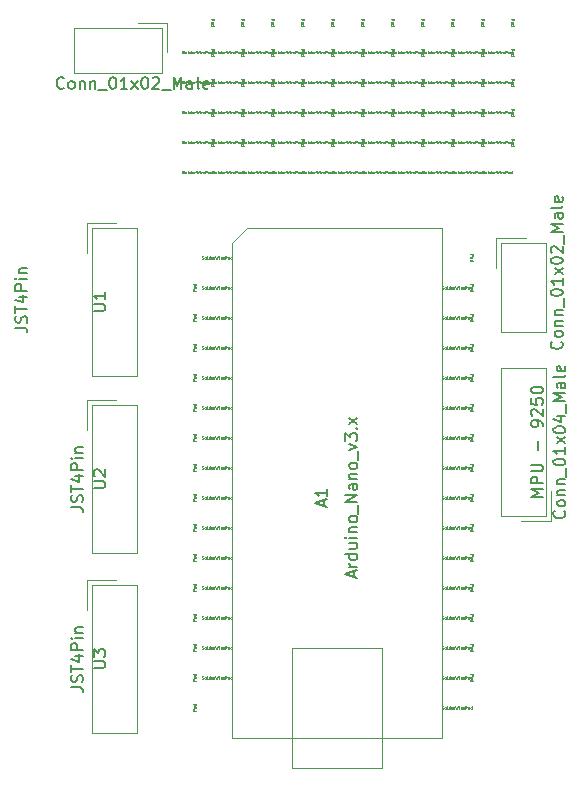
<source format=gbr>
G04 #@! TF.GenerationSoftware,KiCad,Pcbnew,(5.1.4)-1*
G04 #@! TF.CreationDate,2020-02-11T18:35:20-06:00*
G04 #@! TF.ProjectId,SensorBoard,53656e73-6f72-4426-9f61-72642e6b6963,rev?*
G04 #@! TF.SameCoordinates,Original*
G04 #@! TF.FileFunction,Other,Fab,Top*
%FSLAX46Y46*%
G04 Gerber Fmt 4.6, Leading zero omitted, Abs format (unit mm)*
G04 Created by KiCad (PCBNEW (5.1.4)-1) date 2020-02-11 18:35:20*
%MOMM*%
%LPD*%
G04 APERTURE LIST*
%ADD10C,0.100000*%
%ADD11C,0.150000*%
%ADD12C,0.062500*%
G04 APERTURE END LIST*
D10*
X136358000Y-64338000D02*
X136358000Y-60538000D01*
X136358000Y-60538000D02*
X128858000Y-60538000D01*
X128858000Y-60538000D02*
X128858000Y-64338000D01*
X128858000Y-64338000D02*
X136358000Y-64338000D01*
X136768000Y-62628000D02*
X136768000Y-60128000D01*
X136768000Y-60128000D02*
X134268000Y-60128000D01*
X160020000Y-77470000D02*
X160020000Y-120650000D01*
X143510000Y-77470000D02*
X160020000Y-77470000D01*
X142240000Y-78740000D02*
X143510000Y-77470000D01*
X142240000Y-120650000D02*
X142240000Y-78740000D01*
X160020000Y-120650000D02*
X142240000Y-120650000D01*
X147320000Y-123190000D02*
X147320000Y-113030000D01*
X154940000Y-123190000D02*
X147320000Y-123190000D01*
X154940000Y-113030000D02*
X154940000Y-123190000D01*
X147320000Y-113030000D02*
X154940000Y-113030000D01*
X129978000Y-107326000D02*
X129978000Y-109826000D01*
X132478000Y-107326000D02*
X129978000Y-107326000D01*
X134188000Y-120236000D02*
X134188000Y-107736000D01*
X130388000Y-120236000D02*
X134188000Y-120236000D01*
X130388000Y-107736000D02*
X130388000Y-120236000D01*
X134188000Y-107736000D02*
X130388000Y-107736000D01*
X129978000Y-92086000D02*
X129978000Y-94586000D01*
X132478000Y-92086000D02*
X129978000Y-92086000D01*
X134188000Y-104996000D02*
X134188000Y-92496000D01*
X130388000Y-104996000D02*
X134188000Y-104996000D01*
X130388000Y-92496000D02*
X130388000Y-104996000D01*
X134188000Y-92496000D02*
X130388000Y-92496000D01*
X129978000Y-77100000D02*
X129978000Y-79600000D01*
X132478000Y-77100000D02*
X129978000Y-77100000D01*
X134188000Y-90010000D02*
X134188000Y-77510000D01*
X130388000Y-90010000D02*
X134188000Y-90010000D01*
X130388000Y-77510000D02*
X130388000Y-90010000D01*
X134188000Y-77510000D02*
X130388000Y-77510000D01*
X164649000Y-78370000D02*
X164649000Y-80870000D01*
X167149000Y-78370000D02*
X164649000Y-78370000D01*
X168859000Y-86280000D02*
X168859000Y-78780000D01*
X165059000Y-86280000D02*
X168859000Y-86280000D01*
X165059000Y-78780000D02*
X165059000Y-86280000D01*
X168859000Y-78780000D02*
X165059000Y-78780000D01*
X169234000Y-102274800D02*
X169234000Y-99774800D01*
X166734000Y-102274800D02*
X169234000Y-102274800D01*
X165024000Y-89364800D02*
X165024000Y-101864800D01*
X168824000Y-89364800D02*
X165024000Y-89364800D01*
X168824000Y-101864800D02*
X168824000Y-89364800D01*
X165024000Y-101864800D02*
X168824000Y-101864800D01*
D11*
X128024666Y-65635142D02*
X127977047Y-65682761D01*
X127834190Y-65730380D01*
X127738952Y-65730380D01*
X127596095Y-65682761D01*
X127500857Y-65587523D01*
X127453238Y-65492285D01*
X127405619Y-65301809D01*
X127405619Y-65158952D01*
X127453238Y-64968476D01*
X127500857Y-64873238D01*
X127596095Y-64778000D01*
X127738952Y-64730380D01*
X127834190Y-64730380D01*
X127977047Y-64778000D01*
X128024666Y-64825619D01*
X128596095Y-65730380D02*
X128500857Y-65682761D01*
X128453238Y-65635142D01*
X128405619Y-65539904D01*
X128405619Y-65254190D01*
X128453238Y-65158952D01*
X128500857Y-65111333D01*
X128596095Y-65063714D01*
X128738952Y-65063714D01*
X128834190Y-65111333D01*
X128881809Y-65158952D01*
X128929428Y-65254190D01*
X128929428Y-65539904D01*
X128881809Y-65635142D01*
X128834190Y-65682761D01*
X128738952Y-65730380D01*
X128596095Y-65730380D01*
X129358000Y-65063714D02*
X129358000Y-65730380D01*
X129358000Y-65158952D02*
X129405619Y-65111333D01*
X129500857Y-65063714D01*
X129643714Y-65063714D01*
X129738952Y-65111333D01*
X129786571Y-65206571D01*
X129786571Y-65730380D01*
X130262761Y-65063714D02*
X130262761Y-65730380D01*
X130262761Y-65158952D02*
X130310380Y-65111333D01*
X130405619Y-65063714D01*
X130548476Y-65063714D01*
X130643714Y-65111333D01*
X130691333Y-65206571D01*
X130691333Y-65730380D01*
X130929428Y-65825619D02*
X131691333Y-65825619D01*
X132119904Y-64730380D02*
X132215142Y-64730380D01*
X132310380Y-64778000D01*
X132358000Y-64825619D01*
X132405619Y-64920857D01*
X132453238Y-65111333D01*
X132453238Y-65349428D01*
X132405619Y-65539904D01*
X132358000Y-65635142D01*
X132310380Y-65682761D01*
X132215142Y-65730380D01*
X132119904Y-65730380D01*
X132024666Y-65682761D01*
X131977047Y-65635142D01*
X131929428Y-65539904D01*
X131881809Y-65349428D01*
X131881809Y-65111333D01*
X131929428Y-64920857D01*
X131977047Y-64825619D01*
X132024666Y-64778000D01*
X132119904Y-64730380D01*
X133405619Y-65730380D02*
X132834190Y-65730380D01*
X133119904Y-65730380D02*
X133119904Y-64730380D01*
X133024666Y-64873238D01*
X132929428Y-64968476D01*
X132834190Y-65016095D01*
X133738952Y-65730380D02*
X134262761Y-65063714D01*
X133738952Y-65063714D02*
X134262761Y-65730380D01*
X134834190Y-64730380D02*
X134929428Y-64730380D01*
X135024666Y-64778000D01*
X135072285Y-64825619D01*
X135119904Y-64920857D01*
X135167523Y-65111333D01*
X135167523Y-65349428D01*
X135119904Y-65539904D01*
X135072285Y-65635142D01*
X135024666Y-65682761D01*
X134929428Y-65730380D01*
X134834190Y-65730380D01*
X134738952Y-65682761D01*
X134691333Y-65635142D01*
X134643714Y-65539904D01*
X134596095Y-65349428D01*
X134596095Y-65111333D01*
X134643714Y-64920857D01*
X134691333Y-64825619D01*
X134738952Y-64778000D01*
X134834190Y-64730380D01*
X135548476Y-64825619D02*
X135596095Y-64778000D01*
X135691333Y-64730380D01*
X135929428Y-64730380D01*
X136024666Y-64778000D01*
X136072285Y-64825619D01*
X136119904Y-64920857D01*
X136119904Y-65016095D01*
X136072285Y-65158952D01*
X135500857Y-65730380D01*
X136119904Y-65730380D01*
X136310380Y-65825619D02*
X137072285Y-65825619D01*
X137310380Y-65730380D02*
X137310380Y-64730380D01*
X137643714Y-65444666D01*
X137977047Y-64730380D01*
X137977047Y-65730380D01*
X138881809Y-65730380D02*
X138881809Y-65206571D01*
X138834190Y-65111333D01*
X138738952Y-65063714D01*
X138548476Y-65063714D01*
X138453238Y-65111333D01*
X138881809Y-65682761D02*
X138786571Y-65730380D01*
X138548476Y-65730380D01*
X138453238Y-65682761D01*
X138405619Y-65587523D01*
X138405619Y-65492285D01*
X138453238Y-65397047D01*
X138548476Y-65349428D01*
X138786571Y-65349428D01*
X138881809Y-65301809D01*
X139500857Y-65730380D02*
X139405619Y-65682761D01*
X139358000Y-65587523D01*
X139358000Y-64730380D01*
X140262761Y-65682761D02*
X140167523Y-65730380D01*
X139977047Y-65730380D01*
X139881809Y-65682761D01*
X139834190Y-65587523D01*
X139834190Y-65206571D01*
X139881809Y-65111333D01*
X139977047Y-65063714D01*
X140167523Y-65063714D01*
X140262761Y-65111333D01*
X140310380Y-65206571D01*
X140310380Y-65301809D01*
X139834190Y-65397047D01*
X152566666Y-107068095D02*
X152566666Y-106591904D01*
X152852380Y-107163333D02*
X151852380Y-106830000D01*
X152852380Y-106496666D01*
X152852380Y-106163333D02*
X152185714Y-106163333D01*
X152376190Y-106163333D02*
X152280952Y-106115714D01*
X152233333Y-106068095D01*
X152185714Y-105972857D01*
X152185714Y-105877619D01*
X152852380Y-105115714D02*
X151852380Y-105115714D01*
X152804761Y-105115714D02*
X152852380Y-105210952D01*
X152852380Y-105401428D01*
X152804761Y-105496666D01*
X152757142Y-105544285D01*
X152661904Y-105591904D01*
X152376190Y-105591904D01*
X152280952Y-105544285D01*
X152233333Y-105496666D01*
X152185714Y-105401428D01*
X152185714Y-105210952D01*
X152233333Y-105115714D01*
X152185714Y-104210952D02*
X152852380Y-104210952D01*
X152185714Y-104639523D02*
X152709523Y-104639523D01*
X152804761Y-104591904D01*
X152852380Y-104496666D01*
X152852380Y-104353809D01*
X152804761Y-104258571D01*
X152757142Y-104210952D01*
X152852380Y-103734761D02*
X152185714Y-103734761D01*
X151852380Y-103734761D02*
X151900000Y-103782380D01*
X151947619Y-103734761D01*
X151900000Y-103687142D01*
X151852380Y-103734761D01*
X151947619Y-103734761D01*
X152185714Y-103258571D02*
X152852380Y-103258571D01*
X152280952Y-103258571D02*
X152233333Y-103210952D01*
X152185714Y-103115714D01*
X152185714Y-102972857D01*
X152233333Y-102877619D01*
X152328571Y-102830000D01*
X152852380Y-102830000D01*
X152852380Y-102210952D02*
X152804761Y-102306190D01*
X152757142Y-102353809D01*
X152661904Y-102401428D01*
X152376190Y-102401428D01*
X152280952Y-102353809D01*
X152233333Y-102306190D01*
X152185714Y-102210952D01*
X152185714Y-102068095D01*
X152233333Y-101972857D01*
X152280952Y-101925238D01*
X152376190Y-101877619D01*
X152661904Y-101877619D01*
X152757142Y-101925238D01*
X152804761Y-101972857D01*
X152852380Y-102068095D01*
X152852380Y-102210952D01*
X152947619Y-101687142D02*
X152947619Y-100925238D01*
X152852380Y-100687142D02*
X151852380Y-100687142D01*
X152852380Y-100115714D01*
X151852380Y-100115714D01*
X152852380Y-99210952D02*
X152328571Y-99210952D01*
X152233333Y-99258571D01*
X152185714Y-99353809D01*
X152185714Y-99544285D01*
X152233333Y-99639523D01*
X152804761Y-99210952D02*
X152852380Y-99306190D01*
X152852380Y-99544285D01*
X152804761Y-99639523D01*
X152709523Y-99687142D01*
X152614285Y-99687142D01*
X152519047Y-99639523D01*
X152471428Y-99544285D01*
X152471428Y-99306190D01*
X152423809Y-99210952D01*
X152185714Y-98734761D02*
X152852380Y-98734761D01*
X152280952Y-98734761D02*
X152233333Y-98687142D01*
X152185714Y-98591904D01*
X152185714Y-98449047D01*
X152233333Y-98353809D01*
X152328571Y-98306190D01*
X152852380Y-98306190D01*
X152852380Y-97687142D02*
X152804761Y-97782380D01*
X152757142Y-97830000D01*
X152661904Y-97877619D01*
X152376190Y-97877619D01*
X152280952Y-97830000D01*
X152233333Y-97782380D01*
X152185714Y-97687142D01*
X152185714Y-97544285D01*
X152233333Y-97449047D01*
X152280952Y-97401428D01*
X152376190Y-97353809D01*
X152661904Y-97353809D01*
X152757142Y-97401428D01*
X152804761Y-97449047D01*
X152852380Y-97544285D01*
X152852380Y-97687142D01*
X152947619Y-97163333D02*
X152947619Y-96401428D01*
X152185714Y-96258571D02*
X152852380Y-96020476D01*
X152185714Y-95782380D01*
X151852380Y-95496666D02*
X151852380Y-94877619D01*
X152233333Y-95210952D01*
X152233333Y-95068095D01*
X152280952Y-94972857D01*
X152328571Y-94925238D01*
X152423809Y-94877619D01*
X152661904Y-94877619D01*
X152757142Y-94925238D01*
X152804761Y-94972857D01*
X152852380Y-95068095D01*
X152852380Y-95353809D01*
X152804761Y-95449047D01*
X152757142Y-95496666D01*
X152757142Y-94449047D02*
X152804761Y-94401428D01*
X152852380Y-94449047D01*
X152804761Y-94496666D01*
X152757142Y-94449047D01*
X152852380Y-94449047D01*
X152852380Y-94068095D02*
X152185714Y-93544285D01*
X152185714Y-94068095D02*
X152852380Y-93544285D01*
X150026666Y-101044285D02*
X150026666Y-100568095D01*
X150312380Y-101139523D02*
X149312380Y-100806190D01*
X150312380Y-100472857D01*
X150312380Y-99615714D02*
X150312380Y-100187142D01*
X150312380Y-99901428D02*
X149312380Y-99901428D01*
X149455238Y-99996666D01*
X149550476Y-100091904D01*
X149598095Y-100187142D01*
D12*
X163433285Y-72872190D02*
X163469000Y-72884095D01*
X163528523Y-72884095D01*
X163552333Y-72872190D01*
X163564238Y-72860285D01*
X163576142Y-72836476D01*
X163576142Y-72812666D01*
X163564238Y-72788857D01*
X163552333Y-72776952D01*
X163528523Y-72765047D01*
X163480904Y-72753142D01*
X163457095Y-72741238D01*
X163445190Y-72729333D01*
X163433285Y-72705523D01*
X163433285Y-72681714D01*
X163445190Y-72657904D01*
X163457095Y-72646000D01*
X163480904Y-72634095D01*
X163540428Y-72634095D01*
X163576142Y-72646000D01*
X163719000Y-72884095D02*
X163695190Y-72872190D01*
X163683285Y-72860285D01*
X163671380Y-72836476D01*
X163671380Y-72765047D01*
X163683285Y-72741238D01*
X163695190Y-72729333D01*
X163719000Y-72717428D01*
X163754714Y-72717428D01*
X163778523Y-72729333D01*
X163790428Y-72741238D01*
X163802333Y-72765047D01*
X163802333Y-72836476D01*
X163790428Y-72860285D01*
X163778523Y-72872190D01*
X163754714Y-72884095D01*
X163719000Y-72884095D01*
X163945190Y-72884095D02*
X163921380Y-72872190D01*
X163909476Y-72848380D01*
X163909476Y-72634095D01*
X164147571Y-72884095D02*
X164147571Y-72634095D01*
X164147571Y-72872190D02*
X164123761Y-72884095D01*
X164076142Y-72884095D01*
X164052333Y-72872190D01*
X164040428Y-72860285D01*
X164028523Y-72836476D01*
X164028523Y-72765047D01*
X164040428Y-72741238D01*
X164052333Y-72729333D01*
X164076142Y-72717428D01*
X164123761Y-72717428D01*
X164147571Y-72729333D01*
X164361857Y-72872190D02*
X164338047Y-72884095D01*
X164290428Y-72884095D01*
X164266619Y-72872190D01*
X164254714Y-72848380D01*
X164254714Y-72753142D01*
X164266619Y-72729333D01*
X164290428Y-72717428D01*
X164338047Y-72717428D01*
X164361857Y-72729333D01*
X164373761Y-72753142D01*
X164373761Y-72776952D01*
X164254714Y-72800761D01*
X164480904Y-72884095D02*
X164480904Y-72717428D01*
X164480904Y-72765047D02*
X164492809Y-72741238D01*
X164504714Y-72729333D01*
X164528523Y-72717428D01*
X164552333Y-72717428D01*
X164611857Y-72634095D02*
X164671380Y-72884095D01*
X164719000Y-72705523D01*
X164766619Y-72884095D01*
X164826142Y-72634095D01*
X164921380Y-72884095D02*
X164921380Y-72717428D01*
X164921380Y-72634095D02*
X164909476Y-72646000D01*
X164921380Y-72657904D01*
X164933285Y-72646000D01*
X164921380Y-72634095D01*
X164921380Y-72657904D01*
X165040428Y-72884095D02*
X165040428Y-72717428D01*
X165040428Y-72765047D02*
X165052333Y-72741238D01*
X165064238Y-72729333D01*
X165088047Y-72717428D01*
X165111857Y-72717428D01*
X165290428Y-72872190D02*
X165266619Y-72884095D01*
X165219000Y-72884095D01*
X165195190Y-72872190D01*
X165183285Y-72848380D01*
X165183285Y-72753142D01*
X165195190Y-72729333D01*
X165219000Y-72717428D01*
X165266619Y-72717428D01*
X165290428Y-72729333D01*
X165302333Y-72753142D01*
X165302333Y-72776952D01*
X165183285Y-72800761D01*
X165409476Y-72884095D02*
X165409476Y-72634095D01*
X165504714Y-72634095D01*
X165528523Y-72646000D01*
X165540428Y-72657904D01*
X165552333Y-72681714D01*
X165552333Y-72717428D01*
X165540428Y-72741238D01*
X165528523Y-72753142D01*
X165504714Y-72765047D01*
X165409476Y-72765047D01*
X165766619Y-72884095D02*
X165766619Y-72753142D01*
X165754714Y-72729333D01*
X165730904Y-72717428D01*
X165683285Y-72717428D01*
X165659476Y-72729333D01*
X165766619Y-72872190D02*
X165742809Y-72884095D01*
X165683285Y-72884095D01*
X165659476Y-72872190D01*
X165647571Y-72848380D01*
X165647571Y-72824571D01*
X165659476Y-72800761D01*
X165683285Y-72788857D01*
X165742809Y-72788857D01*
X165766619Y-72776952D01*
X165992809Y-72884095D02*
X165992809Y-72634095D01*
X165992809Y-72872190D02*
X165969000Y-72884095D01*
X165921380Y-72884095D01*
X165897571Y-72872190D01*
X165885666Y-72860285D01*
X165873761Y-72836476D01*
X165873761Y-72765047D01*
X165885666Y-72741238D01*
X165897571Y-72729333D01*
X165921380Y-72717428D01*
X165969000Y-72717428D01*
X165992809Y-72729333D01*
X165875904Y-69939333D02*
X166125904Y-69939333D01*
X166125904Y-70034571D01*
X166114000Y-70058380D01*
X166102095Y-70070285D01*
X166078285Y-70082190D01*
X166042571Y-70082190D01*
X166018761Y-70070285D01*
X166006857Y-70058380D01*
X165994952Y-70034571D01*
X165994952Y-69939333D01*
X165875904Y-70296476D02*
X166006857Y-70296476D01*
X166030666Y-70284571D01*
X166042571Y-70260761D01*
X166042571Y-70213142D01*
X166030666Y-70189333D01*
X165887809Y-70296476D02*
X165875904Y-70272666D01*
X165875904Y-70213142D01*
X165887809Y-70189333D01*
X165911619Y-70177428D01*
X165935428Y-70177428D01*
X165959238Y-70189333D01*
X165971142Y-70213142D01*
X165971142Y-70272666D01*
X165983047Y-70296476D01*
X165875904Y-70522666D02*
X166125904Y-70522666D01*
X165887809Y-70522666D02*
X165875904Y-70498857D01*
X165875904Y-70451238D01*
X165887809Y-70427428D01*
X165899714Y-70415523D01*
X165923523Y-70403619D01*
X165994952Y-70403619D01*
X166018761Y-70415523D01*
X166030666Y-70427428D01*
X166042571Y-70451238D01*
X166042571Y-70498857D01*
X166030666Y-70522666D01*
X163433285Y-70332190D02*
X163469000Y-70344095D01*
X163528523Y-70344095D01*
X163552333Y-70332190D01*
X163564238Y-70320285D01*
X163576142Y-70296476D01*
X163576142Y-70272666D01*
X163564238Y-70248857D01*
X163552333Y-70236952D01*
X163528523Y-70225047D01*
X163480904Y-70213142D01*
X163457095Y-70201238D01*
X163445190Y-70189333D01*
X163433285Y-70165523D01*
X163433285Y-70141714D01*
X163445190Y-70117904D01*
X163457095Y-70106000D01*
X163480904Y-70094095D01*
X163540428Y-70094095D01*
X163576142Y-70106000D01*
X163719000Y-70344095D02*
X163695190Y-70332190D01*
X163683285Y-70320285D01*
X163671380Y-70296476D01*
X163671380Y-70225047D01*
X163683285Y-70201238D01*
X163695190Y-70189333D01*
X163719000Y-70177428D01*
X163754714Y-70177428D01*
X163778523Y-70189333D01*
X163790428Y-70201238D01*
X163802333Y-70225047D01*
X163802333Y-70296476D01*
X163790428Y-70320285D01*
X163778523Y-70332190D01*
X163754714Y-70344095D01*
X163719000Y-70344095D01*
X163945190Y-70344095D02*
X163921380Y-70332190D01*
X163909476Y-70308380D01*
X163909476Y-70094095D01*
X164147571Y-70344095D02*
X164147571Y-70094095D01*
X164147571Y-70332190D02*
X164123761Y-70344095D01*
X164076142Y-70344095D01*
X164052333Y-70332190D01*
X164040428Y-70320285D01*
X164028523Y-70296476D01*
X164028523Y-70225047D01*
X164040428Y-70201238D01*
X164052333Y-70189333D01*
X164076142Y-70177428D01*
X164123761Y-70177428D01*
X164147571Y-70189333D01*
X164361857Y-70332190D02*
X164338047Y-70344095D01*
X164290428Y-70344095D01*
X164266619Y-70332190D01*
X164254714Y-70308380D01*
X164254714Y-70213142D01*
X164266619Y-70189333D01*
X164290428Y-70177428D01*
X164338047Y-70177428D01*
X164361857Y-70189333D01*
X164373761Y-70213142D01*
X164373761Y-70236952D01*
X164254714Y-70260761D01*
X164480904Y-70344095D02*
X164480904Y-70177428D01*
X164480904Y-70225047D02*
X164492809Y-70201238D01*
X164504714Y-70189333D01*
X164528523Y-70177428D01*
X164552333Y-70177428D01*
X164611857Y-70094095D02*
X164671380Y-70344095D01*
X164719000Y-70165523D01*
X164766619Y-70344095D01*
X164826142Y-70094095D01*
X164921380Y-70344095D02*
X164921380Y-70177428D01*
X164921380Y-70094095D02*
X164909476Y-70106000D01*
X164921380Y-70117904D01*
X164933285Y-70106000D01*
X164921380Y-70094095D01*
X164921380Y-70117904D01*
X165040428Y-70344095D02*
X165040428Y-70177428D01*
X165040428Y-70225047D02*
X165052333Y-70201238D01*
X165064238Y-70189333D01*
X165088047Y-70177428D01*
X165111857Y-70177428D01*
X165290428Y-70332190D02*
X165266619Y-70344095D01*
X165219000Y-70344095D01*
X165195190Y-70332190D01*
X165183285Y-70308380D01*
X165183285Y-70213142D01*
X165195190Y-70189333D01*
X165219000Y-70177428D01*
X165266619Y-70177428D01*
X165290428Y-70189333D01*
X165302333Y-70213142D01*
X165302333Y-70236952D01*
X165183285Y-70260761D01*
X165409476Y-70344095D02*
X165409476Y-70094095D01*
X165504714Y-70094095D01*
X165528523Y-70106000D01*
X165540428Y-70117904D01*
X165552333Y-70141714D01*
X165552333Y-70177428D01*
X165540428Y-70201238D01*
X165528523Y-70213142D01*
X165504714Y-70225047D01*
X165409476Y-70225047D01*
X165766619Y-70344095D02*
X165766619Y-70213142D01*
X165754714Y-70189333D01*
X165730904Y-70177428D01*
X165683285Y-70177428D01*
X165659476Y-70189333D01*
X165766619Y-70332190D02*
X165742809Y-70344095D01*
X165683285Y-70344095D01*
X165659476Y-70332190D01*
X165647571Y-70308380D01*
X165647571Y-70284571D01*
X165659476Y-70260761D01*
X165683285Y-70248857D01*
X165742809Y-70248857D01*
X165766619Y-70236952D01*
X165992809Y-70344095D02*
X165992809Y-70094095D01*
X165992809Y-70332190D02*
X165969000Y-70344095D01*
X165921380Y-70344095D01*
X165897571Y-70332190D01*
X165885666Y-70320285D01*
X165873761Y-70296476D01*
X165873761Y-70225047D01*
X165885666Y-70201238D01*
X165897571Y-70189333D01*
X165921380Y-70177428D01*
X165969000Y-70177428D01*
X165992809Y-70189333D01*
X165875904Y-67399333D02*
X166125904Y-67399333D01*
X166125904Y-67494571D01*
X166114000Y-67518380D01*
X166102095Y-67530285D01*
X166078285Y-67542190D01*
X166042571Y-67542190D01*
X166018761Y-67530285D01*
X166006857Y-67518380D01*
X165994952Y-67494571D01*
X165994952Y-67399333D01*
X165875904Y-67756476D02*
X166006857Y-67756476D01*
X166030666Y-67744571D01*
X166042571Y-67720761D01*
X166042571Y-67673142D01*
X166030666Y-67649333D01*
X165887809Y-67756476D02*
X165875904Y-67732666D01*
X165875904Y-67673142D01*
X165887809Y-67649333D01*
X165911619Y-67637428D01*
X165935428Y-67637428D01*
X165959238Y-67649333D01*
X165971142Y-67673142D01*
X165971142Y-67732666D01*
X165983047Y-67756476D01*
X165875904Y-67982666D02*
X166125904Y-67982666D01*
X165887809Y-67982666D02*
X165875904Y-67958857D01*
X165875904Y-67911238D01*
X165887809Y-67887428D01*
X165899714Y-67875523D01*
X165923523Y-67863619D01*
X165994952Y-67863619D01*
X166018761Y-67875523D01*
X166030666Y-67887428D01*
X166042571Y-67911238D01*
X166042571Y-67958857D01*
X166030666Y-67982666D01*
X163433285Y-67792190D02*
X163469000Y-67804095D01*
X163528523Y-67804095D01*
X163552333Y-67792190D01*
X163564238Y-67780285D01*
X163576142Y-67756476D01*
X163576142Y-67732666D01*
X163564238Y-67708857D01*
X163552333Y-67696952D01*
X163528523Y-67685047D01*
X163480904Y-67673142D01*
X163457095Y-67661238D01*
X163445190Y-67649333D01*
X163433285Y-67625523D01*
X163433285Y-67601714D01*
X163445190Y-67577904D01*
X163457095Y-67566000D01*
X163480904Y-67554095D01*
X163540428Y-67554095D01*
X163576142Y-67566000D01*
X163719000Y-67804095D02*
X163695190Y-67792190D01*
X163683285Y-67780285D01*
X163671380Y-67756476D01*
X163671380Y-67685047D01*
X163683285Y-67661238D01*
X163695190Y-67649333D01*
X163719000Y-67637428D01*
X163754714Y-67637428D01*
X163778523Y-67649333D01*
X163790428Y-67661238D01*
X163802333Y-67685047D01*
X163802333Y-67756476D01*
X163790428Y-67780285D01*
X163778523Y-67792190D01*
X163754714Y-67804095D01*
X163719000Y-67804095D01*
X163945190Y-67804095D02*
X163921380Y-67792190D01*
X163909476Y-67768380D01*
X163909476Y-67554095D01*
X164147571Y-67804095D02*
X164147571Y-67554095D01*
X164147571Y-67792190D02*
X164123761Y-67804095D01*
X164076142Y-67804095D01*
X164052333Y-67792190D01*
X164040428Y-67780285D01*
X164028523Y-67756476D01*
X164028523Y-67685047D01*
X164040428Y-67661238D01*
X164052333Y-67649333D01*
X164076142Y-67637428D01*
X164123761Y-67637428D01*
X164147571Y-67649333D01*
X164361857Y-67792190D02*
X164338047Y-67804095D01*
X164290428Y-67804095D01*
X164266619Y-67792190D01*
X164254714Y-67768380D01*
X164254714Y-67673142D01*
X164266619Y-67649333D01*
X164290428Y-67637428D01*
X164338047Y-67637428D01*
X164361857Y-67649333D01*
X164373761Y-67673142D01*
X164373761Y-67696952D01*
X164254714Y-67720761D01*
X164480904Y-67804095D02*
X164480904Y-67637428D01*
X164480904Y-67685047D02*
X164492809Y-67661238D01*
X164504714Y-67649333D01*
X164528523Y-67637428D01*
X164552333Y-67637428D01*
X164611857Y-67554095D02*
X164671380Y-67804095D01*
X164719000Y-67625523D01*
X164766619Y-67804095D01*
X164826142Y-67554095D01*
X164921380Y-67804095D02*
X164921380Y-67637428D01*
X164921380Y-67554095D02*
X164909476Y-67566000D01*
X164921380Y-67577904D01*
X164933285Y-67566000D01*
X164921380Y-67554095D01*
X164921380Y-67577904D01*
X165040428Y-67804095D02*
X165040428Y-67637428D01*
X165040428Y-67685047D02*
X165052333Y-67661238D01*
X165064238Y-67649333D01*
X165088047Y-67637428D01*
X165111857Y-67637428D01*
X165290428Y-67792190D02*
X165266619Y-67804095D01*
X165219000Y-67804095D01*
X165195190Y-67792190D01*
X165183285Y-67768380D01*
X165183285Y-67673142D01*
X165195190Y-67649333D01*
X165219000Y-67637428D01*
X165266619Y-67637428D01*
X165290428Y-67649333D01*
X165302333Y-67673142D01*
X165302333Y-67696952D01*
X165183285Y-67720761D01*
X165409476Y-67804095D02*
X165409476Y-67554095D01*
X165504714Y-67554095D01*
X165528523Y-67566000D01*
X165540428Y-67577904D01*
X165552333Y-67601714D01*
X165552333Y-67637428D01*
X165540428Y-67661238D01*
X165528523Y-67673142D01*
X165504714Y-67685047D01*
X165409476Y-67685047D01*
X165766619Y-67804095D02*
X165766619Y-67673142D01*
X165754714Y-67649333D01*
X165730904Y-67637428D01*
X165683285Y-67637428D01*
X165659476Y-67649333D01*
X165766619Y-67792190D02*
X165742809Y-67804095D01*
X165683285Y-67804095D01*
X165659476Y-67792190D01*
X165647571Y-67768380D01*
X165647571Y-67744571D01*
X165659476Y-67720761D01*
X165683285Y-67708857D01*
X165742809Y-67708857D01*
X165766619Y-67696952D01*
X165992809Y-67804095D02*
X165992809Y-67554095D01*
X165992809Y-67792190D02*
X165969000Y-67804095D01*
X165921380Y-67804095D01*
X165897571Y-67792190D01*
X165885666Y-67780285D01*
X165873761Y-67756476D01*
X165873761Y-67685047D01*
X165885666Y-67661238D01*
X165897571Y-67649333D01*
X165921380Y-67637428D01*
X165969000Y-67637428D01*
X165992809Y-67649333D01*
X165875904Y-64859333D02*
X166125904Y-64859333D01*
X166125904Y-64954571D01*
X166114000Y-64978380D01*
X166102095Y-64990285D01*
X166078285Y-65002190D01*
X166042571Y-65002190D01*
X166018761Y-64990285D01*
X166006857Y-64978380D01*
X165994952Y-64954571D01*
X165994952Y-64859333D01*
X165875904Y-65216476D02*
X166006857Y-65216476D01*
X166030666Y-65204571D01*
X166042571Y-65180761D01*
X166042571Y-65133142D01*
X166030666Y-65109333D01*
X165887809Y-65216476D02*
X165875904Y-65192666D01*
X165875904Y-65133142D01*
X165887809Y-65109333D01*
X165911619Y-65097428D01*
X165935428Y-65097428D01*
X165959238Y-65109333D01*
X165971142Y-65133142D01*
X165971142Y-65192666D01*
X165983047Y-65216476D01*
X165875904Y-65442666D02*
X166125904Y-65442666D01*
X165887809Y-65442666D02*
X165875904Y-65418857D01*
X165875904Y-65371238D01*
X165887809Y-65347428D01*
X165899714Y-65335523D01*
X165923523Y-65323619D01*
X165994952Y-65323619D01*
X166018761Y-65335523D01*
X166030666Y-65347428D01*
X166042571Y-65371238D01*
X166042571Y-65418857D01*
X166030666Y-65442666D01*
X163433285Y-65252190D02*
X163469000Y-65264095D01*
X163528523Y-65264095D01*
X163552333Y-65252190D01*
X163564238Y-65240285D01*
X163576142Y-65216476D01*
X163576142Y-65192666D01*
X163564238Y-65168857D01*
X163552333Y-65156952D01*
X163528523Y-65145047D01*
X163480904Y-65133142D01*
X163457095Y-65121238D01*
X163445190Y-65109333D01*
X163433285Y-65085523D01*
X163433285Y-65061714D01*
X163445190Y-65037904D01*
X163457095Y-65026000D01*
X163480904Y-65014095D01*
X163540428Y-65014095D01*
X163576142Y-65026000D01*
X163719000Y-65264095D02*
X163695190Y-65252190D01*
X163683285Y-65240285D01*
X163671380Y-65216476D01*
X163671380Y-65145047D01*
X163683285Y-65121238D01*
X163695190Y-65109333D01*
X163719000Y-65097428D01*
X163754714Y-65097428D01*
X163778523Y-65109333D01*
X163790428Y-65121238D01*
X163802333Y-65145047D01*
X163802333Y-65216476D01*
X163790428Y-65240285D01*
X163778523Y-65252190D01*
X163754714Y-65264095D01*
X163719000Y-65264095D01*
X163945190Y-65264095D02*
X163921380Y-65252190D01*
X163909476Y-65228380D01*
X163909476Y-65014095D01*
X164147571Y-65264095D02*
X164147571Y-65014095D01*
X164147571Y-65252190D02*
X164123761Y-65264095D01*
X164076142Y-65264095D01*
X164052333Y-65252190D01*
X164040428Y-65240285D01*
X164028523Y-65216476D01*
X164028523Y-65145047D01*
X164040428Y-65121238D01*
X164052333Y-65109333D01*
X164076142Y-65097428D01*
X164123761Y-65097428D01*
X164147571Y-65109333D01*
X164361857Y-65252190D02*
X164338047Y-65264095D01*
X164290428Y-65264095D01*
X164266619Y-65252190D01*
X164254714Y-65228380D01*
X164254714Y-65133142D01*
X164266619Y-65109333D01*
X164290428Y-65097428D01*
X164338047Y-65097428D01*
X164361857Y-65109333D01*
X164373761Y-65133142D01*
X164373761Y-65156952D01*
X164254714Y-65180761D01*
X164480904Y-65264095D02*
X164480904Y-65097428D01*
X164480904Y-65145047D02*
X164492809Y-65121238D01*
X164504714Y-65109333D01*
X164528523Y-65097428D01*
X164552333Y-65097428D01*
X164611857Y-65014095D02*
X164671380Y-65264095D01*
X164719000Y-65085523D01*
X164766619Y-65264095D01*
X164826142Y-65014095D01*
X164921380Y-65264095D02*
X164921380Y-65097428D01*
X164921380Y-65014095D02*
X164909476Y-65026000D01*
X164921380Y-65037904D01*
X164933285Y-65026000D01*
X164921380Y-65014095D01*
X164921380Y-65037904D01*
X165040428Y-65264095D02*
X165040428Y-65097428D01*
X165040428Y-65145047D02*
X165052333Y-65121238D01*
X165064238Y-65109333D01*
X165088047Y-65097428D01*
X165111857Y-65097428D01*
X165290428Y-65252190D02*
X165266619Y-65264095D01*
X165219000Y-65264095D01*
X165195190Y-65252190D01*
X165183285Y-65228380D01*
X165183285Y-65133142D01*
X165195190Y-65109333D01*
X165219000Y-65097428D01*
X165266619Y-65097428D01*
X165290428Y-65109333D01*
X165302333Y-65133142D01*
X165302333Y-65156952D01*
X165183285Y-65180761D01*
X165409476Y-65264095D02*
X165409476Y-65014095D01*
X165504714Y-65014095D01*
X165528523Y-65026000D01*
X165540428Y-65037904D01*
X165552333Y-65061714D01*
X165552333Y-65097428D01*
X165540428Y-65121238D01*
X165528523Y-65133142D01*
X165504714Y-65145047D01*
X165409476Y-65145047D01*
X165766619Y-65264095D02*
X165766619Y-65133142D01*
X165754714Y-65109333D01*
X165730904Y-65097428D01*
X165683285Y-65097428D01*
X165659476Y-65109333D01*
X165766619Y-65252190D02*
X165742809Y-65264095D01*
X165683285Y-65264095D01*
X165659476Y-65252190D01*
X165647571Y-65228380D01*
X165647571Y-65204571D01*
X165659476Y-65180761D01*
X165683285Y-65168857D01*
X165742809Y-65168857D01*
X165766619Y-65156952D01*
X165992809Y-65264095D02*
X165992809Y-65014095D01*
X165992809Y-65252190D02*
X165969000Y-65264095D01*
X165921380Y-65264095D01*
X165897571Y-65252190D01*
X165885666Y-65240285D01*
X165873761Y-65216476D01*
X165873761Y-65145047D01*
X165885666Y-65121238D01*
X165897571Y-65109333D01*
X165921380Y-65097428D01*
X165969000Y-65097428D01*
X165992809Y-65109333D01*
X165875904Y-62319333D02*
X166125904Y-62319333D01*
X166125904Y-62414571D01*
X166114000Y-62438380D01*
X166102095Y-62450285D01*
X166078285Y-62462190D01*
X166042571Y-62462190D01*
X166018761Y-62450285D01*
X166006857Y-62438380D01*
X165994952Y-62414571D01*
X165994952Y-62319333D01*
X165875904Y-62676476D02*
X166006857Y-62676476D01*
X166030666Y-62664571D01*
X166042571Y-62640761D01*
X166042571Y-62593142D01*
X166030666Y-62569333D01*
X165887809Y-62676476D02*
X165875904Y-62652666D01*
X165875904Y-62593142D01*
X165887809Y-62569333D01*
X165911619Y-62557428D01*
X165935428Y-62557428D01*
X165959238Y-62569333D01*
X165971142Y-62593142D01*
X165971142Y-62652666D01*
X165983047Y-62676476D01*
X165875904Y-62902666D02*
X166125904Y-62902666D01*
X165887809Y-62902666D02*
X165875904Y-62878857D01*
X165875904Y-62831238D01*
X165887809Y-62807428D01*
X165899714Y-62795523D01*
X165923523Y-62783619D01*
X165994952Y-62783619D01*
X166018761Y-62795523D01*
X166030666Y-62807428D01*
X166042571Y-62831238D01*
X166042571Y-62878857D01*
X166030666Y-62902666D01*
X163433285Y-62712190D02*
X163469000Y-62724095D01*
X163528523Y-62724095D01*
X163552333Y-62712190D01*
X163564238Y-62700285D01*
X163576142Y-62676476D01*
X163576142Y-62652666D01*
X163564238Y-62628857D01*
X163552333Y-62616952D01*
X163528523Y-62605047D01*
X163480904Y-62593142D01*
X163457095Y-62581238D01*
X163445190Y-62569333D01*
X163433285Y-62545523D01*
X163433285Y-62521714D01*
X163445190Y-62497904D01*
X163457095Y-62486000D01*
X163480904Y-62474095D01*
X163540428Y-62474095D01*
X163576142Y-62486000D01*
X163719000Y-62724095D02*
X163695190Y-62712190D01*
X163683285Y-62700285D01*
X163671380Y-62676476D01*
X163671380Y-62605047D01*
X163683285Y-62581238D01*
X163695190Y-62569333D01*
X163719000Y-62557428D01*
X163754714Y-62557428D01*
X163778523Y-62569333D01*
X163790428Y-62581238D01*
X163802333Y-62605047D01*
X163802333Y-62676476D01*
X163790428Y-62700285D01*
X163778523Y-62712190D01*
X163754714Y-62724095D01*
X163719000Y-62724095D01*
X163945190Y-62724095D02*
X163921380Y-62712190D01*
X163909476Y-62688380D01*
X163909476Y-62474095D01*
X164147571Y-62724095D02*
X164147571Y-62474095D01*
X164147571Y-62712190D02*
X164123761Y-62724095D01*
X164076142Y-62724095D01*
X164052333Y-62712190D01*
X164040428Y-62700285D01*
X164028523Y-62676476D01*
X164028523Y-62605047D01*
X164040428Y-62581238D01*
X164052333Y-62569333D01*
X164076142Y-62557428D01*
X164123761Y-62557428D01*
X164147571Y-62569333D01*
X164361857Y-62712190D02*
X164338047Y-62724095D01*
X164290428Y-62724095D01*
X164266619Y-62712190D01*
X164254714Y-62688380D01*
X164254714Y-62593142D01*
X164266619Y-62569333D01*
X164290428Y-62557428D01*
X164338047Y-62557428D01*
X164361857Y-62569333D01*
X164373761Y-62593142D01*
X164373761Y-62616952D01*
X164254714Y-62640761D01*
X164480904Y-62724095D02*
X164480904Y-62557428D01*
X164480904Y-62605047D02*
X164492809Y-62581238D01*
X164504714Y-62569333D01*
X164528523Y-62557428D01*
X164552333Y-62557428D01*
X164611857Y-62474095D02*
X164671380Y-62724095D01*
X164719000Y-62545523D01*
X164766619Y-62724095D01*
X164826142Y-62474095D01*
X164921380Y-62724095D02*
X164921380Y-62557428D01*
X164921380Y-62474095D02*
X164909476Y-62486000D01*
X164921380Y-62497904D01*
X164933285Y-62486000D01*
X164921380Y-62474095D01*
X164921380Y-62497904D01*
X165040428Y-62724095D02*
X165040428Y-62557428D01*
X165040428Y-62605047D02*
X165052333Y-62581238D01*
X165064238Y-62569333D01*
X165088047Y-62557428D01*
X165111857Y-62557428D01*
X165290428Y-62712190D02*
X165266619Y-62724095D01*
X165219000Y-62724095D01*
X165195190Y-62712190D01*
X165183285Y-62688380D01*
X165183285Y-62593142D01*
X165195190Y-62569333D01*
X165219000Y-62557428D01*
X165266619Y-62557428D01*
X165290428Y-62569333D01*
X165302333Y-62593142D01*
X165302333Y-62616952D01*
X165183285Y-62640761D01*
X165409476Y-62724095D02*
X165409476Y-62474095D01*
X165504714Y-62474095D01*
X165528523Y-62486000D01*
X165540428Y-62497904D01*
X165552333Y-62521714D01*
X165552333Y-62557428D01*
X165540428Y-62581238D01*
X165528523Y-62593142D01*
X165504714Y-62605047D01*
X165409476Y-62605047D01*
X165766619Y-62724095D02*
X165766619Y-62593142D01*
X165754714Y-62569333D01*
X165730904Y-62557428D01*
X165683285Y-62557428D01*
X165659476Y-62569333D01*
X165766619Y-62712190D02*
X165742809Y-62724095D01*
X165683285Y-62724095D01*
X165659476Y-62712190D01*
X165647571Y-62688380D01*
X165647571Y-62664571D01*
X165659476Y-62640761D01*
X165683285Y-62628857D01*
X165742809Y-62628857D01*
X165766619Y-62616952D01*
X165992809Y-62724095D02*
X165992809Y-62474095D01*
X165992809Y-62712190D02*
X165969000Y-62724095D01*
X165921380Y-62724095D01*
X165897571Y-62712190D01*
X165885666Y-62700285D01*
X165873761Y-62676476D01*
X165873761Y-62605047D01*
X165885666Y-62581238D01*
X165897571Y-62569333D01*
X165921380Y-62557428D01*
X165969000Y-62557428D01*
X165992809Y-62569333D01*
X165875904Y-59779333D02*
X166125904Y-59779333D01*
X166125904Y-59874571D01*
X166114000Y-59898380D01*
X166102095Y-59910285D01*
X166078285Y-59922190D01*
X166042571Y-59922190D01*
X166018761Y-59910285D01*
X166006857Y-59898380D01*
X165994952Y-59874571D01*
X165994952Y-59779333D01*
X165875904Y-60136476D02*
X166006857Y-60136476D01*
X166030666Y-60124571D01*
X166042571Y-60100761D01*
X166042571Y-60053142D01*
X166030666Y-60029333D01*
X165887809Y-60136476D02*
X165875904Y-60112666D01*
X165875904Y-60053142D01*
X165887809Y-60029333D01*
X165911619Y-60017428D01*
X165935428Y-60017428D01*
X165959238Y-60029333D01*
X165971142Y-60053142D01*
X165971142Y-60112666D01*
X165983047Y-60136476D01*
X165875904Y-60362666D02*
X166125904Y-60362666D01*
X165887809Y-60362666D02*
X165875904Y-60338857D01*
X165875904Y-60291238D01*
X165887809Y-60267428D01*
X165899714Y-60255523D01*
X165923523Y-60243619D01*
X165994952Y-60243619D01*
X166018761Y-60255523D01*
X166030666Y-60267428D01*
X166042571Y-60291238D01*
X166042571Y-60338857D01*
X166030666Y-60362666D01*
X160893285Y-62712190D02*
X160929000Y-62724095D01*
X160988523Y-62724095D01*
X161012333Y-62712190D01*
X161024238Y-62700285D01*
X161036142Y-62676476D01*
X161036142Y-62652666D01*
X161024238Y-62628857D01*
X161012333Y-62616952D01*
X160988523Y-62605047D01*
X160940904Y-62593142D01*
X160917095Y-62581238D01*
X160905190Y-62569333D01*
X160893285Y-62545523D01*
X160893285Y-62521714D01*
X160905190Y-62497904D01*
X160917095Y-62486000D01*
X160940904Y-62474095D01*
X161000428Y-62474095D01*
X161036142Y-62486000D01*
X161179000Y-62724095D02*
X161155190Y-62712190D01*
X161143285Y-62700285D01*
X161131380Y-62676476D01*
X161131380Y-62605047D01*
X161143285Y-62581238D01*
X161155190Y-62569333D01*
X161179000Y-62557428D01*
X161214714Y-62557428D01*
X161238523Y-62569333D01*
X161250428Y-62581238D01*
X161262333Y-62605047D01*
X161262333Y-62676476D01*
X161250428Y-62700285D01*
X161238523Y-62712190D01*
X161214714Y-62724095D01*
X161179000Y-62724095D01*
X161405190Y-62724095D02*
X161381380Y-62712190D01*
X161369476Y-62688380D01*
X161369476Y-62474095D01*
X161607571Y-62724095D02*
X161607571Y-62474095D01*
X161607571Y-62712190D02*
X161583761Y-62724095D01*
X161536142Y-62724095D01*
X161512333Y-62712190D01*
X161500428Y-62700285D01*
X161488523Y-62676476D01*
X161488523Y-62605047D01*
X161500428Y-62581238D01*
X161512333Y-62569333D01*
X161536142Y-62557428D01*
X161583761Y-62557428D01*
X161607571Y-62569333D01*
X161821857Y-62712190D02*
X161798047Y-62724095D01*
X161750428Y-62724095D01*
X161726619Y-62712190D01*
X161714714Y-62688380D01*
X161714714Y-62593142D01*
X161726619Y-62569333D01*
X161750428Y-62557428D01*
X161798047Y-62557428D01*
X161821857Y-62569333D01*
X161833761Y-62593142D01*
X161833761Y-62616952D01*
X161714714Y-62640761D01*
X161940904Y-62724095D02*
X161940904Y-62557428D01*
X161940904Y-62605047D02*
X161952809Y-62581238D01*
X161964714Y-62569333D01*
X161988523Y-62557428D01*
X162012333Y-62557428D01*
X162071857Y-62474095D02*
X162131380Y-62724095D01*
X162179000Y-62545523D01*
X162226619Y-62724095D01*
X162286142Y-62474095D01*
X162381380Y-62724095D02*
X162381380Y-62557428D01*
X162381380Y-62474095D02*
X162369476Y-62486000D01*
X162381380Y-62497904D01*
X162393285Y-62486000D01*
X162381380Y-62474095D01*
X162381380Y-62497904D01*
X162500428Y-62724095D02*
X162500428Y-62557428D01*
X162500428Y-62605047D02*
X162512333Y-62581238D01*
X162524238Y-62569333D01*
X162548047Y-62557428D01*
X162571857Y-62557428D01*
X162750428Y-62712190D02*
X162726619Y-62724095D01*
X162679000Y-62724095D01*
X162655190Y-62712190D01*
X162643285Y-62688380D01*
X162643285Y-62593142D01*
X162655190Y-62569333D01*
X162679000Y-62557428D01*
X162726619Y-62557428D01*
X162750428Y-62569333D01*
X162762333Y-62593142D01*
X162762333Y-62616952D01*
X162643285Y-62640761D01*
X162869476Y-62724095D02*
X162869476Y-62474095D01*
X162964714Y-62474095D01*
X162988523Y-62486000D01*
X163000428Y-62497904D01*
X163012333Y-62521714D01*
X163012333Y-62557428D01*
X163000428Y-62581238D01*
X162988523Y-62593142D01*
X162964714Y-62605047D01*
X162869476Y-62605047D01*
X163226619Y-62724095D02*
X163226619Y-62593142D01*
X163214714Y-62569333D01*
X163190904Y-62557428D01*
X163143285Y-62557428D01*
X163119476Y-62569333D01*
X163226619Y-62712190D02*
X163202809Y-62724095D01*
X163143285Y-62724095D01*
X163119476Y-62712190D01*
X163107571Y-62688380D01*
X163107571Y-62664571D01*
X163119476Y-62640761D01*
X163143285Y-62628857D01*
X163202809Y-62628857D01*
X163226619Y-62616952D01*
X163452809Y-62724095D02*
X163452809Y-62474095D01*
X163452809Y-62712190D02*
X163429000Y-62724095D01*
X163381380Y-62724095D01*
X163357571Y-62712190D01*
X163345666Y-62700285D01*
X163333761Y-62676476D01*
X163333761Y-62605047D01*
X163345666Y-62581238D01*
X163357571Y-62569333D01*
X163381380Y-62557428D01*
X163429000Y-62557428D01*
X163452809Y-62569333D01*
X163335904Y-59779333D02*
X163585904Y-59779333D01*
X163585904Y-59874571D01*
X163574000Y-59898380D01*
X163562095Y-59910285D01*
X163538285Y-59922190D01*
X163502571Y-59922190D01*
X163478761Y-59910285D01*
X163466857Y-59898380D01*
X163454952Y-59874571D01*
X163454952Y-59779333D01*
X163335904Y-60136476D02*
X163466857Y-60136476D01*
X163490666Y-60124571D01*
X163502571Y-60100761D01*
X163502571Y-60053142D01*
X163490666Y-60029333D01*
X163347809Y-60136476D02*
X163335904Y-60112666D01*
X163335904Y-60053142D01*
X163347809Y-60029333D01*
X163371619Y-60017428D01*
X163395428Y-60017428D01*
X163419238Y-60029333D01*
X163431142Y-60053142D01*
X163431142Y-60112666D01*
X163443047Y-60136476D01*
X163335904Y-60362666D02*
X163585904Y-60362666D01*
X163347809Y-60362666D02*
X163335904Y-60338857D01*
X163335904Y-60291238D01*
X163347809Y-60267428D01*
X163359714Y-60255523D01*
X163383523Y-60243619D01*
X163454952Y-60243619D01*
X163478761Y-60255523D01*
X163490666Y-60267428D01*
X163502571Y-60291238D01*
X163502571Y-60338857D01*
X163490666Y-60362666D01*
X160893285Y-65252190D02*
X160929000Y-65264095D01*
X160988523Y-65264095D01*
X161012333Y-65252190D01*
X161024238Y-65240285D01*
X161036142Y-65216476D01*
X161036142Y-65192666D01*
X161024238Y-65168857D01*
X161012333Y-65156952D01*
X160988523Y-65145047D01*
X160940904Y-65133142D01*
X160917095Y-65121238D01*
X160905190Y-65109333D01*
X160893285Y-65085523D01*
X160893285Y-65061714D01*
X160905190Y-65037904D01*
X160917095Y-65026000D01*
X160940904Y-65014095D01*
X161000428Y-65014095D01*
X161036142Y-65026000D01*
X161179000Y-65264095D02*
X161155190Y-65252190D01*
X161143285Y-65240285D01*
X161131380Y-65216476D01*
X161131380Y-65145047D01*
X161143285Y-65121238D01*
X161155190Y-65109333D01*
X161179000Y-65097428D01*
X161214714Y-65097428D01*
X161238523Y-65109333D01*
X161250428Y-65121238D01*
X161262333Y-65145047D01*
X161262333Y-65216476D01*
X161250428Y-65240285D01*
X161238523Y-65252190D01*
X161214714Y-65264095D01*
X161179000Y-65264095D01*
X161405190Y-65264095D02*
X161381380Y-65252190D01*
X161369476Y-65228380D01*
X161369476Y-65014095D01*
X161607571Y-65264095D02*
X161607571Y-65014095D01*
X161607571Y-65252190D02*
X161583761Y-65264095D01*
X161536142Y-65264095D01*
X161512333Y-65252190D01*
X161500428Y-65240285D01*
X161488523Y-65216476D01*
X161488523Y-65145047D01*
X161500428Y-65121238D01*
X161512333Y-65109333D01*
X161536142Y-65097428D01*
X161583761Y-65097428D01*
X161607571Y-65109333D01*
X161821857Y-65252190D02*
X161798047Y-65264095D01*
X161750428Y-65264095D01*
X161726619Y-65252190D01*
X161714714Y-65228380D01*
X161714714Y-65133142D01*
X161726619Y-65109333D01*
X161750428Y-65097428D01*
X161798047Y-65097428D01*
X161821857Y-65109333D01*
X161833761Y-65133142D01*
X161833761Y-65156952D01*
X161714714Y-65180761D01*
X161940904Y-65264095D02*
X161940904Y-65097428D01*
X161940904Y-65145047D02*
X161952809Y-65121238D01*
X161964714Y-65109333D01*
X161988523Y-65097428D01*
X162012333Y-65097428D01*
X162071857Y-65014095D02*
X162131380Y-65264095D01*
X162179000Y-65085523D01*
X162226619Y-65264095D01*
X162286142Y-65014095D01*
X162381380Y-65264095D02*
X162381380Y-65097428D01*
X162381380Y-65014095D02*
X162369476Y-65026000D01*
X162381380Y-65037904D01*
X162393285Y-65026000D01*
X162381380Y-65014095D01*
X162381380Y-65037904D01*
X162500428Y-65264095D02*
X162500428Y-65097428D01*
X162500428Y-65145047D02*
X162512333Y-65121238D01*
X162524238Y-65109333D01*
X162548047Y-65097428D01*
X162571857Y-65097428D01*
X162750428Y-65252190D02*
X162726619Y-65264095D01*
X162679000Y-65264095D01*
X162655190Y-65252190D01*
X162643285Y-65228380D01*
X162643285Y-65133142D01*
X162655190Y-65109333D01*
X162679000Y-65097428D01*
X162726619Y-65097428D01*
X162750428Y-65109333D01*
X162762333Y-65133142D01*
X162762333Y-65156952D01*
X162643285Y-65180761D01*
X162869476Y-65264095D02*
X162869476Y-65014095D01*
X162964714Y-65014095D01*
X162988523Y-65026000D01*
X163000428Y-65037904D01*
X163012333Y-65061714D01*
X163012333Y-65097428D01*
X163000428Y-65121238D01*
X162988523Y-65133142D01*
X162964714Y-65145047D01*
X162869476Y-65145047D01*
X163226619Y-65264095D02*
X163226619Y-65133142D01*
X163214714Y-65109333D01*
X163190904Y-65097428D01*
X163143285Y-65097428D01*
X163119476Y-65109333D01*
X163226619Y-65252190D02*
X163202809Y-65264095D01*
X163143285Y-65264095D01*
X163119476Y-65252190D01*
X163107571Y-65228380D01*
X163107571Y-65204571D01*
X163119476Y-65180761D01*
X163143285Y-65168857D01*
X163202809Y-65168857D01*
X163226619Y-65156952D01*
X163452809Y-65264095D02*
X163452809Y-65014095D01*
X163452809Y-65252190D02*
X163429000Y-65264095D01*
X163381380Y-65264095D01*
X163357571Y-65252190D01*
X163345666Y-65240285D01*
X163333761Y-65216476D01*
X163333761Y-65145047D01*
X163345666Y-65121238D01*
X163357571Y-65109333D01*
X163381380Y-65097428D01*
X163429000Y-65097428D01*
X163452809Y-65109333D01*
X163335904Y-62319333D02*
X163585904Y-62319333D01*
X163585904Y-62414571D01*
X163574000Y-62438380D01*
X163562095Y-62450285D01*
X163538285Y-62462190D01*
X163502571Y-62462190D01*
X163478761Y-62450285D01*
X163466857Y-62438380D01*
X163454952Y-62414571D01*
X163454952Y-62319333D01*
X163335904Y-62676476D02*
X163466857Y-62676476D01*
X163490666Y-62664571D01*
X163502571Y-62640761D01*
X163502571Y-62593142D01*
X163490666Y-62569333D01*
X163347809Y-62676476D02*
X163335904Y-62652666D01*
X163335904Y-62593142D01*
X163347809Y-62569333D01*
X163371619Y-62557428D01*
X163395428Y-62557428D01*
X163419238Y-62569333D01*
X163431142Y-62593142D01*
X163431142Y-62652666D01*
X163443047Y-62676476D01*
X163335904Y-62902666D02*
X163585904Y-62902666D01*
X163347809Y-62902666D02*
X163335904Y-62878857D01*
X163335904Y-62831238D01*
X163347809Y-62807428D01*
X163359714Y-62795523D01*
X163383523Y-62783619D01*
X163454952Y-62783619D01*
X163478761Y-62795523D01*
X163490666Y-62807428D01*
X163502571Y-62831238D01*
X163502571Y-62878857D01*
X163490666Y-62902666D01*
X160893285Y-67792190D02*
X160929000Y-67804095D01*
X160988523Y-67804095D01*
X161012333Y-67792190D01*
X161024238Y-67780285D01*
X161036142Y-67756476D01*
X161036142Y-67732666D01*
X161024238Y-67708857D01*
X161012333Y-67696952D01*
X160988523Y-67685047D01*
X160940904Y-67673142D01*
X160917095Y-67661238D01*
X160905190Y-67649333D01*
X160893285Y-67625523D01*
X160893285Y-67601714D01*
X160905190Y-67577904D01*
X160917095Y-67566000D01*
X160940904Y-67554095D01*
X161000428Y-67554095D01*
X161036142Y-67566000D01*
X161179000Y-67804095D02*
X161155190Y-67792190D01*
X161143285Y-67780285D01*
X161131380Y-67756476D01*
X161131380Y-67685047D01*
X161143285Y-67661238D01*
X161155190Y-67649333D01*
X161179000Y-67637428D01*
X161214714Y-67637428D01*
X161238523Y-67649333D01*
X161250428Y-67661238D01*
X161262333Y-67685047D01*
X161262333Y-67756476D01*
X161250428Y-67780285D01*
X161238523Y-67792190D01*
X161214714Y-67804095D01*
X161179000Y-67804095D01*
X161405190Y-67804095D02*
X161381380Y-67792190D01*
X161369476Y-67768380D01*
X161369476Y-67554095D01*
X161607571Y-67804095D02*
X161607571Y-67554095D01*
X161607571Y-67792190D02*
X161583761Y-67804095D01*
X161536142Y-67804095D01*
X161512333Y-67792190D01*
X161500428Y-67780285D01*
X161488523Y-67756476D01*
X161488523Y-67685047D01*
X161500428Y-67661238D01*
X161512333Y-67649333D01*
X161536142Y-67637428D01*
X161583761Y-67637428D01*
X161607571Y-67649333D01*
X161821857Y-67792190D02*
X161798047Y-67804095D01*
X161750428Y-67804095D01*
X161726619Y-67792190D01*
X161714714Y-67768380D01*
X161714714Y-67673142D01*
X161726619Y-67649333D01*
X161750428Y-67637428D01*
X161798047Y-67637428D01*
X161821857Y-67649333D01*
X161833761Y-67673142D01*
X161833761Y-67696952D01*
X161714714Y-67720761D01*
X161940904Y-67804095D02*
X161940904Y-67637428D01*
X161940904Y-67685047D02*
X161952809Y-67661238D01*
X161964714Y-67649333D01*
X161988523Y-67637428D01*
X162012333Y-67637428D01*
X162071857Y-67554095D02*
X162131380Y-67804095D01*
X162179000Y-67625523D01*
X162226619Y-67804095D01*
X162286142Y-67554095D01*
X162381380Y-67804095D02*
X162381380Y-67637428D01*
X162381380Y-67554095D02*
X162369476Y-67566000D01*
X162381380Y-67577904D01*
X162393285Y-67566000D01*
X162381380Y-67554095D01*
X162381380Y-67577904D01*
X162500428Y-67804095D02*
X162500428Y-67637428D01*
X162500428Y-67685047D02*
X162512333Y-67661238D01*
X162524238Y-67649333D01*
X162548047Y-67637428D01*
X162571857Y-67637428D01*
X162750428Y-67792190D02*
X162726619Y-67804095D01*
X162679000Y-67804095D01*
X162655190Y-67792190D01*
X162643285Y-67768380D01*
X162643285Y-67673142D01*
X162655190Y-67649333D01*
X162679000Y-67637428D01*
X162726619Y-67637428D01*
X162750428Y-67649333D01*
X162762333Y-67673142D01*
X162762333Y-67696952D01*
X162643285Y-67720761D01*
X162869476Y-67804095D02*
X162869476Y-67554095D01*
X162964714Y-67554095D01*
X162988523Y-67566000D01*
X163000428Y-67577904D01*
X163012333Y-67601714D01*
X163012333Y-67637428D01*
X163000428Y-67661238D01*
X162988523Y-67673142D01*
X162964714Y-67685047D01*
X162869476Y-67685047D01*
X163226619Y-67804095D02*
X163226619Y-67673142D01*
X163214714Y-67649333D01*
X163190904Y-67637428D01*
X163143285Y-67637428D01*
X163119476Y-67649333D01*
X163226619Y-67792190D02*
X163202809Y-67804095D01*
X163143285Y-67804095D01*
X163119476Y-67792190D01*
X163107571Y-67768380D01*
X163107571Y-67744571D01*
X163119476Y-67720761D01*
X163143285Y-67708857D01*
X163202809Y-67708857D01*
X163226619Y-67696952D01*
X163452809Y-67804095D02*
X163452809Y-67554095D01*
X163452809Y-67792190D02*
X163429000Y-67804095D01*
X163381380Y-67804095D01*
X163357571Y-67792190D01*
X163345666Y-67780285D01*
X163333761Y-67756476D01*
X163333761Y-67685047D01*
X163345666Y-67661238D01*
X163357571Y-67649333D01*
X163381380Y-67637428D01*
X163429000Y-67637428D01*
X163452809Y-67649333D01*
X163335904Y-64859333D02*
X163585904Y-64859333D01*
X163585904Y-64954571D01*
X163574000Y-64978380D01*
X163562095Y-64990285D01*
X163538285Y-65002190D01*
X163502571Y-65002190D01*
X163478761Y-64990285D01*
X163466857Y-64978380D01*
X163454952Y-64954571D01*
X163454952Y-64859333D01*
X163335904Y-65216476D02*
X163466857Y-65216476D01*
X163490666Y-65204571D01*
X163502571Y-65180761D01*
X163502571Y-65133142D01*
X163490666Y-65109333D01*
X163347809Y-65216476D02*
X163335904Y-65192666D01*
X163335904Y-65133142D01*
X163347809Y-65109333D01*
X163371619Y-65097428D01*
X163395428Y-65097428D01*
X163419238Y-65109333D01*
X163431142Y-65133142D01*
X163431142Y-65192666D01*
X163443047Y-65216476D01*
X163335904Y-65442666D02*
X163585904Y-65442666D01*
X163347809Y-65442666D02*
X163335904Y-65418857D01*
X163335904Y-65371238D01*
X163347809Y-65347428D01*
X163359714Y-65335523D01*
X163383523Y-65323619D01*
X163454952Y-65323619D01*
X163478761Y-65335523D01*
X163490666Y-65347428D01*
X163502571Y-65371238D01*
X163502571Y-65418857D01*
X163490666Y-65442666D01*
X160893285Y-70332190D02*
X160929000Y-70344095D01*
X160988523Y-70344095D01*
X161012333Y-70332190D01*
X161024238Y-70320285D01*
X161036142Y-70296476D01*
X161036142Y-70272666D01*
X161024238Y-70248857D01*
X161012333Y-70236952D01*
X160988523Y-70225047D01*
X160940904Y-70213142D01*
X160917095Y-70201238D01*
X160905190Y-70189333D01*
X160893285Y-70165523D01*
X160893285Y-70141714D01*
X160905190Y-70117904D01*
X160917095Y-70106000D01*
X160940904Y-70094095D01*
X161000428Y-70094095D01*
X161036142Y-70106000D01*
X161179000Y-70344095D02*
X161155190Y-70332190D01*
X161143285Y-70320285D01*
X161131380Y-70296476D01*
X161131380Y-70225047D01*
X161143285Y-70201238D01*
X161155190Y-70189333D01*
X161179000Y-70177428D01*
X161214714Y-70177428D01*
X161238523Y-70189333D01*
X161250428Y-70201238D01*
X161262333Y-70225047D01*
X161262333Y-70296476D01*
X161250428Y-70320285D01*
X161238523Y-70332190D01*
X161214714Y-70344095D01*
X161179000Y-70344095D01*
X161405190Y-70344095D02*
X161381380Y-70332190D01*
X161369476Y-70308380D01*
X161369476Y-70094095D01*
X161607571Y-70344095D02*
X161607571Y-70094095D01*
X161607571Y-70332190D02*
X161583761Y-70344095D01*
X161536142Y-70344095D01*
X161512333Y-70332190D01*
X161500428Y-70320285D01*
X161488523Y-70296476D01*
X161488523Y-70225047D01*
X161500428Y-70201238D01*
X161512333Y-70189333D01*
X161536142Y-70177428D01*
X161583761Y-70177428D01*
X161607571Y-70189333D01*
X161821857Y-70332190D02*
X161798047Y-70344095D01*
X161750428Y-70344095D01*
X161726619Y-70332190D01*
X161714714Y-70308380D01*
X161714714Y-70213142D01*
X161726619Y-70189333D01*
X161750428Y-70177428D01*
X161798047Y-70177428D01*
X161821857Y-70189333D01*
X161833761Y-70213142D01*
X161833761Y-70236952D01*
X161714714Y-70260761D01*
X161940904Y-70344095D02*
X161940904Y-70177428D01*
X161940904Y-70225047D02*
X161952809Y-70201238D01*
X161964714Y-70189333D01*
X161988523Y-70177428D01*
X162012333Y-70177428D01*
X162071857Y-70094095D02*
X162131380Y-70344095D01*
X162179000Y-70165523D01*
X162226619Y-70344095D01*
X162286142Y-70094095D01*
X162381380Y-70344095D02*
X162381380Y-70177428D01*
X162381380Y-70094095D02*
X162369476Y-70106000D01*
X162381380Y-70117904D01*
X162393285Y-70106000D01*
X162381380Y-70094095D01*
X162381380Y-70117904D01*
X162500428Y-70344095D02*
X162500428Y-70177428D01*
X162500428Y-70225047D02*
X162512333Y-70201238D01*
X162524238Y-70189333D01*
X162548047Y-70177428D01*
X162571857Y-70177428D01*
X162750428Y-70332190D02*
X162726619Y-70344095D01*
X162679000Y-70344095D01*
X162655190Y-70332190D01*
X162643285Y-70308380D01*
X162643285Y-70213142D01*
X162655190Y-70189333D01*
X162679000Y-70177428D01*
X162726619Y-70177428D01*
X162750428Y-70189333D01*
X162762333Y-70213142D01*
X162762333Y-70236952D01*
X162643285Y-70260761D01*
X162869476Y-70344095D02*
X162869476Y-70094095D01*
X162964714Y-70094095D01*
X162988523Y-70106000D01*
X163000428Y-70117904D01*
X163012333Y-70141714D01*
X163012333Y-70177428D01*
X163000428Y-70201238D01*
X162988523Y-70213142D01*
X162964714Y-70225047D01*
X162869476Y-70225047D01*
X163226619Y-70344095D02*
X163226619Y-70213142D01*
X163214714Y-70189333D01*
X163190904Y-70177428D01*
X163143285Y-70177428D01*
X163119476Y-70189333D01*
X163226619Y-70332190D02*
X163202809Y-70344095D01*
X163143285Y-70344095D01*
X163119476Y-70332190D01*
X163107571Y-70308380D01*
X163107571Y-70284571D01*
X163119476Y-70260761D01*
X163143285Y-70248857D01*
X163202809Y-70248857D01*
X163226619Y-70236952D01*
X163452809Y-70344095D02*
X163452809Y-70094095D01*
X163452809Y-70332190D02*
X163429000Y-70344095D01*
X163381380Y-70344095D01*
X163357571Y-70332190D01*
X163345666Y-70320285D01*
X163333761Y-70296476D01*
X163333761Y-70225047D01*
X163345666Y-70201238D01*
X163357571Y-70189333D01*
X163381380Y-70177428D01*
X163429000Y-70177428D01*
X163452809Y-70189333D01*
X163335904Y-67399333D02*
X163585904Y-67399333D01*
X163585904Y-67494571D01*
X163574000Y-67518380D01*
X163562095Y-67530285D01*
X163538285Y-67542190D01*
X163502571Y-67542190D01*
X163478761Y-67530285D01*
X163466857Y-67518380D01*
X163454952Y-67494571D01*
X163454952Y-67399333D01*
X163335904Y-67756476D02*
X163466857Y-67756476D01*
X163490666Y-67744571D01*
X163502571Y-67720761D01*
X163502571Y-67673142D01*
X163490666Y-67649333D01*
X163347809Y-67756476D02*
X163335904Y-67732666D01*
X163335904Y-67673142D01*
X163347809Y-67649333D01*
X163371619Y-67637428D01*
X163395428Y-67637428D01*
X163419238Y-67649333D01*
X163431142Y-67673142D01*
X163431142Y-67732666D01*
X163443047Y-67756476D01*
X163335904Y-67982666D02*
X163585904Y-67982666D01*
X163347809Y-67982666D02*
X163335904Y-67958857D01*
X163335904Y-67911238D01*
X163347809Y-67887428D01*
X163359714Y-67875523D01*
X163383523Y-67863619D01*
X163454952Y-67863619D01*
X163478761Y-67875523D01*
X163490666Y-67887428D01*
X163502571Y-67911238D01*
X163502571Y-67958857D01*
X163490666Y-67982666D01*
X160893285Y-72872190D02*
X160929000Y-72884095D01*
X160988523Y-72884095D01*
X161012333Y-72872190D01*
X161024238Y-72860285D01*
X161036142Y-72836476D01*
X161036142Y-72812666D01*
X161024238Y-72788857D01*
X161012333Y-72776952D01*
X160988523Y-72765047D01*
X160940904Y-72753142D01*
X160917095Y-72741238D01*
X160905190Y-72729333D01*
X160893285Y-72705523D01*
X160893285Y-72681714D01*
X160905190Y-72657904D01*
X160917095Y-72646000D01*
X160940904Y-72634095D01*
X161000428Y-72634095D01*
X161036142Y-72646000D01*
X161179000Y-72884095D02*
X161155190Y-72872190D01*
X161143285Y-72860285D01*
X161131380Y-72836476D01*
X161131380Y-72765047D01*
X161143285Y-72741238D01*
X161155190Y-72729333D01*
X161179000Y-72717428D01*
X161214714Y-72717428D01*
X161238523Y-72729333D01*
X161250428Y-72741238D01*
X161262333Y-72765047D01*
X161262333Y-72836476D01*
X161250428Y-72860285D01*
X161238523Y-72872190D01*
X161214714Y-72884095D01*
X161179000Y-72884095D01*
X161405190Y-72884095D02*
X161381380Y-72872190D01*
X161369476Y-72848380D01*
X161369476Y-72634095D01*
X161607571Y-72884095D02*
X161607571Y-72634095D01*
X161607571Y-72872190D02*
X161583761Y-72884095D01*
X161536142Y-72884095D01*
X161512333Y-72872190D01*
X161500428Y-72860285D01*
X161488523Y-72836476D01*
X161488523Y-72765047D01*
X161500428Y-72741238D01*
X161512333Y-72729333D01*
X161536142Y-72717428D01*
X161583761Y-72717428D01*
X161607571Y-72729333D01*
X161821857Y-72872190D02*
X161798047Y-72884095D01*
X161750428Y-72884095D01*
X161726619Y-72872190D01*
X161714714Y-72848380D01*
X161714714Y-72753142D01*
X161726619Y-72729333D01*
X161750428Y-72717428D01*
X161798047Y-72717428D01*
X161821857Y-72729333D01*
X161833761Y-72753142D01*
X161833761Y-72776952D01*
X161714714Y-72800761D01*
X161940904Y-72884095D02*
X161940904Y-72717428D01*
X161940904Y-72765047D02*
X161952809Y-72741238D01*
X161964714Y-72729333D01*
X161988523Y-72717428D01*
X162012333Y-72717428D01*
X162071857Y-72634095D02*
X162131380Y-72884095D01*
X162179000Y-72705523D01*
X162226619Y-72884095D01*
X162286142Y-72634095D01*
X162381380Y-72884095D02*
X162381380Y-72717428D01*
X162381380Y-72634095D02*
X162369476Y-72646000D01*
X162381380Y-72657904D01*
X162393285Y-72646000D01*
X162381380Y-72634095D01*
X162381380Y-72657904D01*
X162500428Y-72884095D02*
X162500428Y-72717428D01*
X162500428Y-72765047D02*
X162512333Y-72741238D01*
X162524238Y-72729333D01*
X162548047Y-72717428D01*
X162571857Y-72717428D01*
X162750428Y-72872190D02*
X162726619Y-72884095D01*
X162679000Y-72884095D01*
X162655190Y-72872190D01*
X162643285Y-72848380D01*
X162643285Y-72753142D01*
X162655190Y-72729333D01*
X162679000Y-72717428D01*
X162726619Y-72717428D01*
X162750428Y-72729333D01*
X162762333Y-72753142D01*
X162762333Y-72776952D01*
X162643285Y-72800761D01*
X162869476Y-72884095D02*
X162869476Y-72634095D01*
X162964714Y-72634095D01*
X162988523Y-72646000D01*
X163000428Y-72657904D01*
X163012333Y-72681714D01*
X163012333Y-72717428D01*
X163000428Y-72741238D01*
X162988523Y-72753142D01*
X162964714Y-72765047D01*
X162869476Y-72765047D01*
X163226619Y-72884095D02*
X163226619Y-72753142D01*
X163214714Y-72729333D01*
X163190904Y-72717428D01*
X163143285Y-72717428D01*
X163119476Y-72729333D01*
X163226619Y-72872190D02*
X163202809Y-72884095D01*
X163143285Y-72884095D01*
X163119476Y-72872190D01*
X163107571Y-72848380D01*
X163107571Y-72824571D01*
X163119476Y-72800761D01*
X163143285Y-72788857D01*
X163202809Y-72788857D01*
X163226619Y-72776952D01*
X163452809Y-72884095D02*
X163452809Y-72634095D01*
X163452809Y-72872190D02*
X163429000Y-72884095D01*
X163381380Y-72884095D01*
X163357571Y-72872190D01*
X163345666Y-72860285D01*
X163333761Y-72836476D01*
X163333761Y-72765047D01*
X163345666Y-72741238D01*
X163357571Y-72729333D01*
X163381380Y-72717428D01*
X163429000Y-72717428D01*
X163452809Y-72729333D01*
X163335904Y-69939333D02*
X163585904Y-69939333D01*
X163585904Y-70034571D01*
X163574000Y-70058380D01*
X163562095Y-70070285D01*
X163538285Y-70082190D01*
X163502571Y-70082190D01*
X163478761Y-70070285D01*
X163466857Y-70058380D01*
X163454952Y-70034571D01*
X163454952Y-69939333D01*
X163335904Y-70296476D02*
X163466857Y-70296476D01*
X163490666Y-70284571D01*
X163502571Y-70260761D01*
X163502571Y-70213142D01*
X163490666Y-70189333D01*
X163347809Y-70296476D02*
X163335904Y-70272666D01*
X163335904Y-70213142D01*
X163347809Y-70189333D01*
X163371619Y-70177428D01*
X163395428Y-70177428D01*
X163419238Y-70189333D01*
X163431142Y-70213142D01*
X163431142Y-70272666D01*
X163443047Y-70296476D01*
X163335904Y-70522666D02*
X163585904Y-70522666D01*
X163347809Y-70522666D02*
X163335904Y-70498857D01*
X163335904Y-70451238D01*
X163347809Y-70427428D01*
X163359714Y-70415523D01*
X163383523Y-70403619D01*
X163454952Y-70403619D01*
X163478761Y-70415523D01*
X163490666Y-70427428D01*
X163502571Y-70451238D01*
X163502571Y-70498857D01*
X163490666Y-70522666D01*
X158353285Y-72872190D02*
X158389000Y-72884095D01*
X158448523Y-72884095D01*
X158472333Y-72872190D01*
X158484238Y-72860285D01*
X158496142Y-72836476D01*
X158496142Y-72812666D01*
X158484238Y-72788857D01*
X158472333Y-72776952D01*
X158448523Y-72765047D01*
X158400904Y-72753142D01*
X158377095Y-72741238D01*
X158365190Y-72729333D01*
X158353285Y-72705523D01*
X158353285Y-72681714D01*
X158365190Y-72657904D01*
X158377095Y-72646000D01*
X158400904Y-72634095D01*
X158460428Y-72634095D01*
X158496142Y-72646000D01*
X158639000Y-72884095D02*
X158615190Y-72872190D01*
X158603285Y-72860285D01*
X158591380Y-72836476D01*
X158591380Y-72765047D01*
X158603285Y-72741238D01*
X158615190Y-72729333D01*
X158639000Y-72717428D01*
X158674714Y-72717428D01*
X158698523Y-72729333D01*
X158710428Y-72741238D01*
X158722333Y-72765047D01*
X158722333Y-72836476D01*
X158710428Y-72860285D01*
X158698523Y-72872190D01*
X158674714Y-72884095D01*
X158639000Y-72884095D01*
X158865190Y-72884095D02*
X158841380Y-72872190D01*
X158829476Y-72848380D01*
X158829476Y-72634095D01*
X159067571Y-72884095D02*
X159067571Y-72634095D01*
X159067571Y-72872190D02*
X159043761Y-72884095D01*
X158996142Y-72884095D01*
X158972333Y-72872190D01*
X158960428Y-72860285D01*
X158948523Y-72836476D01*
X158948523Y-72765047D01*
X158960428Y-72741238D01*
X158972333Y-72729333D01*
X158996142Y-72717428D01*
X159043761Y-72717428D01*
X159067571Y-72729333D01*
X159281857Y-72872190D02*
X159258047Y-72884095D01*
X159210428Y-72884095D01*
X159186619Y-72872190D01*
X159174714Y-72848380D01*
X159174714Y-72753142D01*
X159186619Y-72729333D01*
X159210428Y-72717428D01*
X159258047Y-72717428D01*
X159281857Y-72729333D01*
X159293761Y-72753142D01*
X159293761Y-72776952D01*
X159174714Y-72800761D01*
X159400904Y-72884095D02*
X159400904Y-72717428D01*
X159400904Y-72765047D02*
X159412809Y-72741238D01*
X159424714Y-72729333D01*
X159448523Y-72717428D01*
X159472333Y-72717428D01*
X159531857Y-72634095D02*
X159591380Y-72884095D01*
X159639000Y-72705523D01*
X159686619Y-72884095D01*
X159746142Y-72634095D01*
X159841380Y-72884095D02*
X159841380Y-72717428D01*
X159841380Y-72634095D02*
X159829476Y-72646000D01*
X159841380Y-72657904D01*
X159853285Y-72646000D01*
X159841380Y-72634095D01*
X159841380Y-72657904D01*
X159960428Y-72884095D02*
X159960428Y-72717428D01*
X159960428Y-72765047D02*
X159972333Y-72741238D01*
X159984238Y-72729333D01*
X160008047Y-72717428D01*
X160031857Y-72717428D01*
X160210428Y-72872190D02*
X160186619Y-72884095D01*
X160139000Y-72884095D01*
X160115190Y-72872190D01*
X160103285Y-72848380D01*
X160103285Y-72753142D01*
X160115190Y-72729333D01*
X160139000Y-72717428D01*
X160186619Y-72717428D01*
X160210428Y-72729333D01*
X160222333Y-72753142D01*
X160222333Y-72776952D01*
X160103285Y-72800761D01*
X160329476Y-72884095D02*
X160329476Y-72634095D01*
X160424714Y-72634095D01*
X160448523Y-72646000D01*
X160460428Y-72657904D01*
X160472333Y-72681714D01*
X160472333Y-72717428D01*
X160460428Y-72741238D01*
X160448523Y-72753142D01*
X160424714Y-72765047D01*
X160329476Y-72765047D01*
X160686619Y-72884095D02*
X160686619Y-72753142D01*
X160674714Y-72729333D01*
X160650904Y-72717428D01*
X160603285Y-72717428D01*
X160579476Y-72729333D01*
X160686619Y-72872190D02*
X160662809Y-72884095D01*
X160603285Y-72884095D01*
X160579476Y-72872190D01*
X160567571Y-72848380D01*
X160567571Y-72824571D01*
X160579476Y-72800761D01*
X160603285Y-72788857D01*
X160662809Y-72788857D01*
X160686619Y-72776952D01*
X160912809Y-72884095D02*
X160912809Y-72634095D01*
X160912809Y-72872190D02*
X160889000Y-72884095D01*
X160841380Y-72884095D01*
X160817571Y-72872190D01*
X160805666Y-72860285D01*
X160793761Y-72836476D01*
X160793761Y-72765047D01*
X160805666Y-72741238D01*
X160817571Y-72729333D01*
X160841380Y-72717428D01*
X160889000Y-72717428D01*
X160912809Y-72729333D01*
X160795904Y-69939333D02*
X161045904Y-69939333D01*
X161045904Y-70034571D01*
X161034000Y-70058380D01*
X161022095Y-70070285D01*
X160998285Y-70082190D01*
X160962571Y-70082190D01*
X160938761Y-70070285D01*
X160926857Y-70058380D01*
X160914952Y-70034571D01*
X160914952Y-69939333D01*
X160795904Y-70296476D02*
X160926857Y-70296476D01*
X160950666Y-70284571D01*
X160962571Y-70260761D01*
X160962571Y-70213142D01*
X160950666Y-70189333D01*
X160807809Y-70296476D02*
X160795904Y-70272666D01*
X160795904Y-70213142D01*
X160807809Y-70189333D01*
X160831619Y-70177428D01*
X160855428Y-70177428D01*
X160879238Y-70189333D01*
X160891142Y-70213142D01*
X160891142Y-70272666D01*
X160903047Y-70296476D01*
X160795904Y-70522666D02*
X161045904Y-70522666D01*
X160807809Y-70522666D02*
X160795904Y-70498857D01*
X160795904Y-70451238D01*
X160807809Y-70427428D01*
X160819714Y-70415523D01*
X160843523Y-70403619D01*
X160914952Y-70403619D01*
X160938761Y-70415523D01*
X160950666Y-70427428D01*
X160962571Y-70451238D01*
X160962571Y-70498857D01*
X160950666Y-70522666D01*
X158353285Y-70332190D02*
X158389000Y-70344095D01*
X158448523Y-70344095D01*
X158472333Y-70332190D01*
X158484238Y-70320285D01*
X158496142Y-70296476D01*
X158496142Y-70272666D01*
X158484238Y-70248857D01*
X158472333Y-70236952D01*
X158448523Y-70225047D01*
X158400904Y-70213142D01*
X158377095Y-70201238D01*
X158365190Y-70189333D01*
X158353285Y-70165523D01*
X158353285Y-70141714D01*
X158365190Y-70117904D01*
X158377095Y-70106000D01*
X158400904Y-70094095D01*
X158460428Y-70094095D01*
X158496142Y-70106000D01*
X158639000Y-70344095D02*
X158615190Y-70332190D01*
X158603285Y-70320285D01*
X158591380Y-70296476D01*
X158591380Y-70225047D01*
X158603285Y-70201238D01*
X158615190Y-70189333D01*
X158639000Y-70177428D01*
X158674714Y-70177428D01*
X158698523Y-70189333D01*
X158710428Y-70201238D01*
X158722333Y-70225047D01*
X158722333Y-70296476D01*
X158710428Y-70320285D01*
X158698523Y-70332190D01*
X158674714Y-70344095D01*
X158639000Y-70344095D01*
X158865190Y-70344095D02*
X158841380Y-70332190D01*
X158829476Y-70308380D01*
X158829476Y-70094095D01*
X159067571Y-70344095D02*
X159067571Y-70094095D01*
X159067571Y-70332190D02*
X159043761Y-70344095D01*
X158996142Y-70344095D01*
X158972333Y-70332190D01*
X158960428Y-70320285D01*
X158948523Y-70296476D01*
X158948523Y-70225047D01*
X158960428Y-70201238D01*
X158972333Y-70189333D01*
X158996142Y-70177428D01*
X159043761Y-70177428D01*
X159067571Y-70189333D01*
X159281857Y-70332190D02*
X159258047Y-70344095D01*
X159210428Y-70344095D01*
X159186619Y-70332190D01*
X159174714Y-70308380D01*
X159174714Y-70213142D01*
X159186619Y-70189333D01*
X159210428Y-70177428D01*
X159258047Y-70177428D01*
X159281857Y-70189333D01*
X159293761Y-70213142D01*
X159293761Y-70236952D01*
X159174714Y-70260761D01*
X159400904Y-70344095D02*
X159400904Y-70177428D01*
X159400904Y-70225047D02*
X159412809Y-70201238D01*
X159424714Y-70189333D01*
X159448523Y-70177428D01*
X159472333Y-70177428D01*
X159531857Y-70094095D02*
X159591380Y-70344095D01*
X159639000Y-70165523D01*
X159686619Y-70344095D01*
X159746142Y-70094095D01*
X159841380Y-70344095D02*
X159841380Y-70177428D01*
X159841380Y-70094095D02*
X159829476Y-70106000D01*
X159841380Y-70117904D01*
X159853285Y-70106000D01*
X159841380Y-70094095D01*
X159841380Y-70117904D01*
X159960428Y-70344095D02*
X159960428Y-70177428D01*
X159960428Y-70225047D02*
X159972333Y-70201238D01*
X159984238Y-70189333D01*
X160008047Y-70177428D01*
X160031857Y-70177428D01*
X160210428Y-70332190D02*
X160186619Y-70344095D01*
X160139000Y-70344095D01*
X160115190Y-70332190D01*
X160103285Y-70308380D01*
X160103285Y-70213142D01*
X160115190Y-70189333D01*
X160139000Y-70177428D01*
X160186619Y-70177428D01*
X160210428Y-70189333D01*
X160222333Y-70213142D01*
X160222333Y-70236952D01*
X160103285Y-70260761D01*
X160329476Y-70344095D02*
X160329476Y-70094095D01*
X160424714Y-70094095D01*
X160448523Y-70106000D01*
X160460428Y-70117904D01*
X160472333Y-70141714D01*
X160472333Y-70177428D01*
X160460428Y-70201238D01*
X160448523Y-70213142D01*
X160424714Y-70225047D01*
X160329476Y-70225047D01*
X160686619Y-70344095D02*
X160686619Y-70213142D01*
X160674714Y-70189333D01*
X160650904Y-70177428D01*
X160603285Y-70177428D01*
X160579476Y-70189333D01*
X160686619Y-70332190D02*
X160662809Y-70344095D01*
X160603285Y-70344095D01*
X160579476Y-70332190D01*
X160567571Y-70308380D01*
X160567571Y-70284571D01*
X160579476Y-70260761D01*
X160603285Y-70248857D01*
X160662809Y-70248857D01*
X160686619Y-70236952D01*
X160912809Y-70344095D02*
X160912809Y-70094095D01*
X160912809Y-70332190D02*
X160889000Y-70344095D01*
X160841380Y-70344095D01*
X160817571Y-70332190D01*
X160805666Y-70320285D01*
X160793761Y-70296476D01*
X160793761Y-70225047D01*
X160805666Y-70201238D01*
X160817571Y-70189333D01*
X160841380Y-70177428D01*
X160889000Y-70177428D01*
X160912809Y-70189333D01*
X160795904Y-67399333D02*
X161045904Y-67399333D01*
X161045904Y-67494571D01*
X161034000Y-67518380D01*
X161022095Y-67530285D01*
X160998285Y-67542190D01*
X160962571Y-67542190D01*
X160938761Y-67530285D01*
X160926857Y-67518380D01*
X160914952Y-67494571D01*
X160914952Y-67399333D01*
X160795904Y-67756476D02*
X160926857Y-67756476D01*
X160950666Y-67744571D01*
X160962571Y-67720761D01*
X160962571Y-67673142D01*
X160950666Y-67649333D01*
X160807809Y-67756476D02*
X160795904Y-67732666D01*
X160795904Y-67673142D01*
X160807809Y-67649333D01*
X160831619Y-67637428D01*
X160855428Y-67637428D01*
X160879238Y-67649333D01*
X160891142Y-67673142D01*
X160891142Y-67732666D01*
X160903047Y-67756476D01*
X160795904Y-67982666D02*
X161045904Y-67982666D01*
X160807809Y-67982666D02*
X160795904Y-67958857D01*
X160795904Y-67911238D01*
X160807809Y-67887428D01*
X160819714Y-67875523D01*
X160843523Y-67863619D01*
X160914952Y-67863619D01*
X160938761Y-67875523D01*
X160950666Y-67887428D01*
X160962571Y-67911238D01*
X160962571Y-67958857D01*
X160950666Y-67982666D01*
X158353285Y-67792190D02*
X158389000Y-67804095D01*
X158448523Y-67804095D01*
X158472333Y-67792190D01*
X158484238Y-67780285D01*
X158496142Y-67756476D01*
X158496142Y-67732666D01*
X158484238Y-67708857D01*
X158472333Y-67696952D01*
X158448523Y-67685047D01*
X158400904Y-67673142D01*
X158377095Y-67661238D01*
X158365190Y-67649333D01*
X158353285Y-67625523D01*
X158353285Y-67601714D01*
X158365190Y-67577904D01*
X158377095Y-67566000D01*
X158400904Y-67554095D01*
X158460428Y-67554095D01*
X158496142Y-67566000D01*
X158639000Y-67804095D02*
X158615190Y-67792190D01*
X158603285Y-67780285D01*
X158591380Y-67756476D01*
X158591380Y-67685047D01*
X158603285Y-67661238D01*
X158615190Y-67649333D01*
X158639000Y-67637428D01*
X158674714Y-67637428D01*
X158698523Y-67649333D01*
X158710428Y-67661238D01*
X158722333Y-67685047D01*
X158722333Y-67756476D01*
X158710428Y-67780285D01*
X158698523Y-67792190D01*
X158674714Y-67804095D01*
X158639000Y-67804095D01*
X158865190Y-67804095D02*
X158841380Y-67792190D01*
X158829476Y-67768380D01*
X158829476Y-67554095D01*
X159067571Y-67804095D02*
X159067571Y-67554095D01*
X159067571Y-67792190D02*
X159043761Y-67804095D01*
X158996142Y-67804095D01*
X158972333Y-67792190D01*
X158960428Y-67780285D01*
X158948523Y-67756476D01*
X158948523Y-67685047D01*
X158960428Y-67661238D01*
X158972333Y-67649333D01*
X158996142Y-67637428D01*
X159043761Y-67637428D01*
X159067571Y-67649333D01*
X159281857Y-67792190D02*
X159258047Y-67804095D01*
X159210428Y-67804095D01*
X159186619Y-67792190D01*
X159174714Y-67768380D01*
X159174714Y-67673142D01*
X159186619Y-67649333D01*
X159210428Y-67637428D01*
X159258047Y-67637428D01*
X159281857Y-67649333D01*
X159293761Y-67673142D01*
X159293761Y-67696952D01*
X159174714Y-67720761D01*
X159400904Y-67804095D02*
X159400904Y-67637428D01*
X159400904Y-67685047D02*
X159412809Y-67661238D01*
X159424714Y-67649333D01*
X159448523Y-67637428D01*
X159472333Y-67637428D01*
X159531857Y-67554095D02*
X159591380Y-67804095D01*
X159639000Y-67625523D01*
X159686619Y-67804095D01*
X159746142Y-67554095D01*
X159841380Y-67804095D02*
X159841380Y-67637428D01*
X159841380Y-67554095D02*
X159829476Y-67566000D01*
X159841380Y-67577904D01*
X159853285Y-67566000D01*
X159841380Y-67554095D01*
X159841380Y-67577904D01*
X159960428Y-67804095D02*
X159960428Y-67637428D01*
X159960428Y-67685047D02*
X159972333Y-67661238D01*
X159984238Y-67649333D01*
X160008047Y-67637428D01*
X160031857Y-67637428D01*
X160210428Y-67792190D02*
X160186619Y-67804095D01*
X160139000Y-67804095D01*
X160115190Y-67792190D01*
X160103285Y-67768380D01*
X160103285Y-67673142D01*
X160115190Y-67649333D01*
X160139000Y-67637428D01*
X160186619Y-67637428D01*
X160210428Y-67649333D01*
X160222333Y-67673142D01*
X160222333Y-67696952D01*
X160103285Y-67720761D01*
X160329476Y-67804095D02*
X160329476Y-67554095D01*
X160424714Y-67554095D01*
X160448523Y-67566000D01*
X160460428Y-67577904D01*
X160472333Y-67601714D01*
X160472333Y-67637428D01*
X160460428Y-67661238D01*
X160448523Y-67673142D01*
X160424714Y-67685047D01*
X160329476Y-67685047D01*
X160686619Y-67804095D02*
X160686619Y-67673142D01*
X160674714Y-67649333D01*
X160650904Y-67637428D01*
X160603285Y-67637428D01*
X160579476Y-67649333D01*
X160686619Y-67792190D02*
X160662809Y-67804095D01*
X160603285Y-67804095D01*
X160579476Y-67792190D01*
X160567571Y-67768380D01*
X160567571Y-67744571D01*
X160579476Y-67720761D01*
X160603285Y-67708857D01*
X160662809Y-67708857D01*
X160686619Y-67696952D01*
X160912809Y-67804095D02*
X160912809Y-67554095D01*
X160912809Y-67792190D02*
X160889000Y-67804095D01*
X160841380Y-67804095D01*
X160817571Y-67792190D01*
X160805666Y-67780285D01*
X160793761Y-67756476D01*
X160793761Y-67685047D01*
X160805666Y-67661238D01*
X160817571Y-67649333D01*
X160841380Y-67637428D01*
X160889000Y-67637428D01*
X160912809Y-67649333D01*
X160795904Y-64859333D02*
X161045904Y-64859333D01*
X161045904Y-64954571D01*
X161034000Y-64978380D01*
X161022095Y-64990285D01*
X160998285Y-65002190D01*
X160962571Y-65002190D01*
X160938761Y-64990285D01*
X160926857Y-64978380D01*
X160914952Y-64954571D01*
X160914952Y-64859333D01*
X160795904Y-65216476D02*
X160926857Y-65216476D01*
X160950666Y-65204571D01*
X160962571Y-65180761D01*
X160962571Y-65133142D01*
X160950666Y-65109333D01*
X160807809Y-65216476D02*
X160795904Y-65192666D01*
X160795904Y-65133142D01*
X160807809Y-65109333D01*
X160831619Y-65097428D01*
X160855428Y-65097428D01*
X160879238Y-65109333D01*
X160891142Y-65133142D01*
X160891142Y-65192666D01*
X160903047Y-65216476D01*
X160795904Y-65442666D02*
X161045904Y-65442666D01*
X160807809Y-65442666D02*
X160795904Y-65418857D01*
X160795904Y-65371238D01*
X160807809Y-65347428D01*
X160819714Y-65335523D01*
X160843523Y-65323619D01*
X160914952Y-65323619D01*
X160938761Y-65335523D01*
X160950666Y-65347428D01*
X160962571Y-65371238D01*
X160962571Y-65418857D01*
X160950666Y-65442666D01*
X158353285Y-65252190D02*
X158389000Y-65264095D01*
X158448523Y-65264095D01*
X158472333Y-65252190D01*
X158484238Y-65240285D01*
X158496142Y-65216476D01*
X158496142Y-65192666D01*
X158484238Y-65168857D01*
X158472333Y-65156952D01*
X158448523Y-65145047D01*
X158400904Y-65133142D01*
X158377095Y-65121238D01*
X158365190Y-65109333D01*
X158353285Y-65085523D01*
X158353285Y-65061714D01*
X158365190Y-65037904D01*
X158377095Y-65026000D01*
X158400904Y-65014095D01*
X158460428Y-65014095D01*
X158496142Y-65026000D01*
X158639000Y-65264095D02*
X158615190Y-65252190D01*
X158603285Y-65240285D01*
X158591380Y-65216476D01*
X158591380Y-65145047D01*
X158603285Y-65121238D01*
X158615190Y-65109333D01*
X158639000Y-65097428D01*
X158674714Y-65097428D01*
X158698523Y-65109333D01*
X158710428Y-65121238D01*
X158722333Y-65145047D01*
X158722333Y-65216476D01*
X158710428Y-65240285D01*
X158698523Y-65252190D01*
X158674714Y-65264095D01*
X158639000Y-65264095D01*
X158865190Y-65264095D02*
X158841380Y-65252190D01*
X158829476Y-65228380D01*
X158829476Y-65014095D01*
X159067571Y-65264095D02*
X159067571Y-65014095D01*
X159067571Y-65252190D02*
X159043761Y-65264095D01*
X158996142Y-65264095D01*
X158972333Y-65252190D01*
X158960428Y-65240285D01*
X158948523Y-65216476D01*
X158948523Y-65145047D01*
X158960428Y-65121238D01*
X158972333Y-65109333D01*
X158996142Y-65097428D01*
X159043761Y-65097428D01*
X159067571Y-65109333D01*
X159281857Y-65252190D02*
X159258047Y-65264095D01*
X159210428Y-65264095D01*
X159186619Y-65252190D01*
X159174714Y-65228380D01*
X159174714Y-65133142D01*
X159186619Y-65109333D01*
X159210428Y-65097428D01*
X159258047Y-65097428D01*
X159281857Y-65109333D01*
X159293761Y-65133142D01*
X159293761Y-65156952D01*
X159174714Y-65180761D01*
X159400904Y-65264095D02*
X159400904Y-65097428D01*
X159400904Y-65145047D02*
X159412809Y-65121238D01*
X159424714Y-65109333D01*
X159448523Y-65097428D01*
X159472333Y-65097428D01*
X159531857Y-65014095D02*
X159591380Y-65264095D01*
X159639000Y-65085523D01*
X159686619Y-65264095D01*
X159746142Y-65014095D01*
X159841380Y-65264095D02*
X159841380Y-65097428D01*
X159841380Y-65014095D02*
X159829476Y-65026000D01*
X159841380Y-65037904D01*
X159853285Y-65026000D01*
X159841380Y-65014095D01*
X159841380Y-65037904D01*
X159960428Y-65264095D02*
X159960428Y-65097428D01*
X159960428Y-65145047D02*
X159972333Y-65121238D01*
X159984238Y-65109333D01*
X160008047Y-65097428D01*
X160031857Y-65097428D01*
X160210428Y-65252190D02*
X160186619Y-65264095D01*
X160139000Y-65264095D01*
X160115190Y-65252190D01*
X160103285Y-65228380D01*
X160103285Y-65133142D01*
X160115190Y-65109333D01*
X160139000Y-65097428D01*
X160186619Y-65097428D01*
X160210428Y-65109333D01*
X160222333Y-65133142D01*
X160222333Y-65156952D01*
X160103285Y-65180761D01*
X160329476Y-65264095D02*
X160329476Y-65014095D01*
X160424714Y-65014095D01*
X160448523Y-65026000D01*
X160460428Y-65037904D01*
X160472333Y-65061714D01*
X160472333Y-65097428D01*
X160460428Y-65121238D01*
X160448523Y-65133142D01*
X160424714Y-65145047D01*
X160329476Y-65145047D01*
X160686619Y-65264095D02*
X160686619Y-65133142D01*
X160674714Y-65109333D01*
X160650904Y-65097428D01*
X160603285Y-65097428D01*
X160579476Y-65109333D01*
X160686619Y-65252190D02*
X160662809Y-65264095D01*
X160603285Y-65264095D01*
X160579476Y-65252190D01*
X160567571Y-65228380D01*
X160567571Y-65204571D01*
X160579476Y-65180761D01*
X160603285Y-65168857D01*
X160662809Y-65168857D01*
X160686619Y-65156952D01*
X160912809Y-65264095D02*
X160912809Y-65014095D01*
X160912809Y-65252190D02*
X160889000Y-65264095D01*
X160841380Y-65264095D01*
X160817571Y-65252190D01*
X160805666Y-65240285D01*
X160793761Y-65216476D01*
X160793761Y-65145047D01*
X160805666Y-65121238D01*
X160817571Y-65109333D01*
X160841380Y-65097428D01*
X160889000Y-65097428D01*
X160912809Y-65109333D01*
X160795904Y-62319333D02*
X161045904Y-62319333D01*
X161045904Y-62414571D01*
X161034000Y-62438380D01*
X161022095Y-62450285D01*
X160998285Y-62462190D01*
X160962571Y-62462190D01*
X160938761Y-62450285D01*
X160926857Y-62438380D01*
X160914952Y-62414571D01*
X160914952Y-62319333D01*
X160795904Y-62676476D02*
X160926857Y-62676476D01*
X160950666Y-62664571D01*
X160962571Y-62640761D01*
X160962571Y-62593142D01*
X160950666Y-62569333D01*
X160807809Y-62676476D02*
X160795904Y-62652666D01*
X160795904Y-62593142D01*
X160807809Y-62569333D01*
X160831619Y-62557428D01*
X160855428Y-62557428D01*
X160879238Y-62569333D01*
X160891142Y-62593142D01*
X160891142Y-62652666D01*
X160903047Y-62676476D01*
X160795904Y-62902666D02*
X161045904Y-62902666D01*
X160807809Y-62902666D02*
X160795904Y-62878857D01*
X160795904Y-62831238D01*
X160807809Y-62807428D01*
X160819714Y-62795523D01*
X160843523Y-62783619D01*
X160914952Y-62783619D01*
X160938761Y-62795523D01*
X160950666Y-62807428D01*
X160962571Y-62831238D01*
X160962571Y-62878857D01*
X160950666Y-62902666D01*
X158353285Y-62712190D02*
X158389000Y-62724095D01*
X158448523Y-62724095D01*
X158472333Y-62712190D01*
X158484238Y-62700285D01*
X158496142Y-62676476D01*
X158496142Y-62652666D01*
X158484238Y-62628857D01*
X158472333Y-62616952D01*
X158448523Y-62605047D01*
X158400904Y-62593142D01*
X158377095Y-62581238D01*
X158365190Y-62569333D01*
X158353285Y-62545523D01*
X158353285Y-62521714D01*
X158365190Y-62497904D01*
X158377095Y-62486000D01*
X158400904Y-62474095D01*
X158460428Y-62474095D01*
X158496142Y-62486000D01*
X158639000Y-62724095D02*
X158615190Y-62712190D01*
X158603285Y-62700285D01*
X158591380Y-62676476D01*
X158591380Y-62605047D01*
X158603285Y-62581238D01*
X158615190Y-62569333D01*
X158639000Y-62557428D01*
X158674714Y-62557428D01*
X158698523Y-62569333D01*
X158710428Y-62581238D01*
X158722333Y-62605047D01*
X158722333Y-62676476D01*
X158710428Y-62700285D01*
X158698523Y-62712190D01*
X158674714Y-62724095D01*
X158639000Y-62724095D01*
X158865190Y-62724095D02*
X158841380Y-62712190D01*
X158829476Y-62688380D01*
X158829476Y-62474095D01*
X159067571Y-62724095D02*
X159067571Y-62474095D01*
X159067571Y-62712190D02*
X159043761Y-62724095D01*
X158996142Y-62724095D01*
X158972333Y-62712190D01*
X158960428Y-62700285D01*
X158948523Y-62676476D01*
X158948523Y-62605047D01*
X158960428Y-62581238D01*
X158972333Y-62569333D01*
X158996142Y-62557428D01*
X159043761Y-62557428D01*
X159067571Y-62569333D01*
X159281857Y-62712190D02*
X159258047Y-62724095D01*
X159210428Y-62724095D01*
X159186619Y-62712190D01*
X159174714Y-62688380D01*
X159174714Y-62593142D01*
X159186619Y-62569333D01*
X159210428Y-62557428D01*
X159258047Y-62557428D01*
X159281857Y-62569333D01*
X159293761Y-62593142D01*
X159293761Y-62616952D01*
X159174714Y-62640761D01*
X159400904Y-62724095D02*
X159400904Y-62557428D01*
X159400904Y-62605047D02*
X159412809Y-62581238D01*
X159424714Y-62569333D01*
X159448523Y-62557428D01*
X159472333Y-62557428D01*
X159531857Y-62474095D02*
X159591380Y-62724095D01*
X159639000Y-62545523D01*
X159686619Y-62724095D01*
X159746142Y-62474095D01*
X159841380Y-62724095D02*
X159841380Y-62557428D01*
X159841380Y-62474095D02*
X159829476Y-62486000D01*
X159841380Y-62497904D01*
X159853285Y-62486000D01*
X159841380Y-62474095D01*
X159841380Y-62497904D01*
X159960428Y-62724095D02*
X159960428Y-62557428D01*
X159960428Y-62605047D02*
X159972333Y-62581238D01*
X159984238Y-62569333D01*
X160008047Y-62557428D01*
X160031857Y-62557428D01*
X160210428Y-62712190D02*
X160186619Y-62724095D01*
X160139000Y-62724095D01*
X160115190Y-62712190D01*
X160103285Y-62688380D01*
X160103285Y-62593142D01*
X160115190Y-62569333D01*
X160139000Y-62557428D01*
X160186619Y-62557428D01*
X160210428Y-62569333D01*
X160222333Y-62593142D01*
X160222333Y-62616952D01*
X160103285Y-62640761D01*
X160329476Y-62724095D02*
X160329476Y-62474095D01*
X160424714Y-62474095D01*
X160448523Y-62486000D01*
X160460428Y-62497904D01*
X160472333Y-62521714D01*
X160472333Y-62557428D01*
X160460428Y-62581238D01*
X160448523Y-62593142D01*
X160424714Y-62605047D01*
X160329476Y-62605047D01*
X160686619Y-62724095D02*
X160686619Y-62593142D01*
X160674714Y-62569333D01*
X160650904Y-62557428D01*
X160603285Y-62557428D01*
X160579476Y-62569333D01*
X160686619Y-62712190D02*
X160662809Y-62724095D01*
X160603285Y-62724095D01*
X160579476Y-62712190D01*
X160567571Y-62688380D01*
X160567571Y-62664571D01*
X160579476Y-62640761D01*
X160603285Y-62628857D01*
X160662809Y-62628857D01*
X160686619Y-62616952D01*
X160912809Y-62724095D02*
X160912809Y-62474095D01*
X160912809Y-62712190D02*
X160889000Y-62724095D01*
X160841380Y-62724095D01*
X160817571Y-62712190D01*
X160805666Y-62700285D01*
X160793761Y-62676476D01*
X160793761Y-62605047D01*
X160805666Y-62581238D01*
X160817571Y-62569333D01*
X160841380Y-62557428D01*
X160889000Y-62557428D01*
X160912809Y-62569333D01*
X160795904Y-59779333D02*
X161045904Y-59779333D01*
X161045904Y-59874571D01*
X161034000Y-59898380D01*
X161022095Y-59910285D01*
X160998285Y-59922190D01*
X160962571Y-59922190D01*
X160938761Y-59910285D01*
X160926857Y-59898380D01*
X160914952Y-59874571D01*
X160914952Y-59779333D01*
X160795904Y-60136476D02*
X160926857Y-60136476D01*
X160950666Y-60124571D01*
X160962571Y-60100761D01*
X160962571Y-60053142D01*
X160950666Y-60029333D01*
X160807809Y-60136476D02*
X160795904Y-60112666D01*
X160795904Y-60053142D01*
X160807809Y-60029333D01*
X160831619Y-60017428D01*
X160855428Y-60017428D01*
X160879238Y-60029333D01*
X160891142Y-60053142D01*
X160891142Y-60112666D01*
X160903047Y-60136476D01*
X160795904Y-60362666D02*
X161045904Y-60362666D01*
X160807809Y-60362666D02*
X160795904Y-60338857D01*
X160795904Y-60291238D01*
X160807809Y-60267428D01*
X160819714Y-60255523D01*
X160843523Y-60243619D01*
X160914952Y-60243619D01*
X160938761Y-60255523D01*
X160950666Y-60267428D01*
X160962571Y-60291238D01*
X160962571Y-60338857D01*
X160950666Y-60362666D01*
X155813285Y-62712190D02*
X155849000Y-62724095D01*
X155908523Y-62724095D01*
X155932333Y-62712190D01*
X155944238Y-62700285D01*
X155956142Y-62676476D01*
X155956142Y-62652666D01*
X155944238Y-62628857D01*
X155932333Y-62616952D01*
X155908523Y-62605047D01*
X155860904Y-62593142D01*
X155837095Y-62581238D01*
X155825190Y-62569333D01*
X155813285Y-62545523D01*
X155813285Y-62521714D01*
X155825190Y-62497904D01*
X155837095Y-62486000D01*
X155860904Y-62474095D01*
X155920428Y-62474095D01*
X155956142Y-62486000D01*
X156099000Y-62724095D02*
X156075190Y-62712190D01*
X156063285Y-62700285D01*
X156051380Y-62676476D01*
X156051380Y-62605047D01*
X156063285Y-62581238D01*
X156075190Y-62569333D01*
X156099000Y-62557428D01*
X156134714Y-62557428D01*
X156158523Y-62569333D01*
X156170428Y-62581238D01*
X156182333Y-62605047D01*
X156182333Y-62676476D01*
X156170428Y-62700285D01*
X156158523Y-62712190D01*
X156134714Y-62724095D01*
X156099000Y-62724095D01*
X156325190Y-62724095D02*
X156301380Y-62712190D01*
X156289476Y-62688380D01*
X156289476Y-62474095D01*
X156527571Y-62724095D02*
X156527571Y-62474095D01*
X156527571Y-62712190D02*
X156503761Y-62724095D01*
X156456142Y-62724095D01*
X156432333Y-62712190D01*
X156420428Y-62700285D01*
X156408523Y-62676476D01*
X156408523Y-62605047D01*
X156420428Y-62581238D01*
X156432333Y-62569333D01*
X156456142Y-62557428D01*
X156503761Y-62557428D01*
X156527571Y-62569333D01*
X156741857Y-62712190D02*
X156718047Y-62724095D01*
X156670428Y-62724095D01*
X156646619Y-62712190D01*
X156634714Y-62688380D01*
X156634714Y-62593142D01*
X156646619Y-62569333D01*
X156670428Y-62557428D01*
X156718047Y-62557428D01*
X156741857Y-62569333D01*
X156753761Y-62593142D01*
X156753761Y-62616952D01*
X156634714Y-62640761D01*
X156860904Y-62724095D02*
X156860904Y-62557428D01*
X156860904Y-62605047D02*
X156872809Y-62581238D01*
X156884714Y-62569333D01*
X156908523Y-62557428D01*
X156932333Y-62557428D01*
X156991857Y-62474095D02*
X157051380Y-62724095D01*
X157099000Y-62545523D01*
X157146619Y-62724095D01*
X157206142Y-62474095D01*
X157301380Y-62724095D02*
X157301380Y-62557428D01*
X157301380Y-62474095D02*
X157289476Y-62486000D01*
X157301380Y-62497904D01*
X157313285Y-62486000D01*
X157301380Y-62474095D01*
X157301380Y-62497904D01*
X157420428Y-62724095D02*
X157420428Y-62557428D01*
X157420428Y-62605047D02*
X157432333Y-62581238D01*
X157444238Y-62569333D01*
X157468047Y-62557428D01*
X157491857Y-62557428D01*
X157670428Y-62712190D02*
X157646619Y-62724095D01*
X157599000Y-62724095D01*
X157575190Y-62712190D01*
X157563285Y-62688380D01*
X157563285Y-62593142D01*
X157575190Y-62569333D01*
X157599000Y-62557428D01*
X157646619Y-62557428D01*
X157670428Y-62569333D01*
X157682333Y-62593142D01*
X157682333Y-62616952D01*
X157563285Y-62640761D01*
X157789476Y-62724095D02*
X157789476Y-62474095D01*
X157884714Y-62474095D01*
X157908523Y-62486000D01*
X157920428Y-62497904D01*
X157932333Y-62521714D01*
X157932333Y-62557428D01*
X157920428Y-62581238D01*
X157908523Y-62593142D01*
X157884714Y-62605047D01*
X157789476Y-62605047D01*
X158146619Y-62724095D02*
X158146619Y-62593142D01*
X158134714Y-62569333D01*
X158110904Y-62557428D01*
X158063285Y-62557428D01*
X158039476Y-62569333D01*
X158146619Y-62712190D02*
X158122809Y-62724095D01*
X158063285Y-62724095D01*
X158039476Y-62712190D01*
X158027571Y-62688380D01*
X158027571Y-62664571D01*
X158039476Y-62640761D01*
X158063285Y-62628857D01*
X158122809Y-62628857D01*
X158146619Y-62616952D01*
X158372809Y-62724095D02*
X158372809Y-62474095D01*
X158372809Y-62712190D02*
X158349000Y-62724095D01*
X158301380Y-62724095D01*
X158277571Y-62712190D01*
X158265666Y-62700285D01*
X158253761Y-62676476D01*
X158253761Y-62605047D01*
X158265666Y-62581238D01*
X158277571Y-62569333D01*
X158301380Y-62557428D01*
X158349000Y-62557428D01*
X158372809Y-62569333D01*
X158255904Y-59779333D02*
X158505904Y-59779333D01*
X158505904Y-59874571D01*
X158494000Y-59898380D01*
X158482095Y-59910285D01*
X158458285Y-59922190D01*
X158422571Y-59922190D01*
X158398761Y-59910285D01*
X158386857Y-59898380D01*
X158374952Y-59874571D01*
X158374952Y-59779333D01*
X158255904Y-60136476D02*
X158386857Y-60136476D01*
X158410666Y-60124571D01*
X158422571Y-60100761D01*
X158422571Y-60053142D01*
X158410666Y-60029333D01*
X158267809Y-60136476D02*
X158255904Y-60112666D01*
X158255904Y-60053142D01*
X158267809Y-60029333D01*
X158291619Y-60017428D01*
X158315428Y-60017428D01*
X158339238Y-60029333D01*
X158351142Y-60053142D01*
X158351142Y-60112666D01*
X158363047Y-60136476D01*
X158255904Y-60362666D02*
X158505904Y-60362666D01*
X158267809Y-60362666D02*
X158255904Y-60338857D01*
X158255904Y-60291238D01*
X158267809Y-60267428D01*
X158279714Y-60255523D01*
X158303523Y-60243619D01*
X158374952Y-60243619D01*
X158398761Y-60255523D01*
X158410666Y-60267428D01*
X158422571Y-60291238D01*
X158422571Y-60338857D01*
X158410666Y-60362666D01*
X155813285Y-65252190D02*
X155849000Y-65264095D01*
X155908523Y-65264095D01*
X155932333Y-65252190D01*
X155944238Y-65240285D01*
X155956142Y-65216476D01*
X155956142Y-65192666D01*
X155944238Y-65168857D01*
X155932333Y-65156952D01*
X155908523Y-65145047D01*
X155860904Y-65133142D01*
X155837095Y-65121238D01*
X155825190Y-65109333D01*
X155813285Y-65085523D01*
X155813285Y-65061714D01*
X155825190Y-65037904D01*
X155837095Y-65026000D01*
X155860904Y-65014095D01*
X155920428Y-65014095D01*
X155956142Y-65026000D01*
X156099000Y-65264095D02*
X156075190Y-65252190D01*
X156063285Y-65240285D01*
X156051380Y-65216476D01*
X156051380Y-65145047D01*
X156063285Y-65121238D01*
X156075190Y-65109333D01*
X156099000Y-65097428D01*
X156134714Y-65097428D01*
X156158523Y-65109333D01*
X156170428Y-65121238D01*
X156182333Y-65145047D01*
X156182333Y-65216476D01*
X156170428Y-65240285D01*
X156158523Y-65252190D01*
X156134714Y-65264095D01*
X156099000Y-65264095D01*
X156325190Y-65264095D02*
X156301380Y-65252190D01*
X156289476Y-65228380D01*
X156289476Y-65014095D01*
X156527571Y-65264095D02*
X156527571Y-65014095D01*
X156527571Y-65252190D02*
X156503761Y-65264095D01*
X156456142Y-65264095D01*
X156432333Y-65252190D01*
X156420428Y-65240285D01*
X156408523Y-65216476D01*
X156408523Y-65145047D01*
X156420428Y-65121238D01*
X156432333Y-65109333D01*
X156456142Y-65097428D01*
X156503761Y-65097428D01*
X156527571Y-65109333D01*
X156741857Y-65252190D02*
X156718047Y-65264095D01*
X156670428Y-65264095D01*
X156646619Y-65252190D01*
X156634714Y-65228380D01*
X156634714Y-65133142D01*
X156646619Y-65109333D01*
X156670428Y-65097428D01*
X156718047Y-65097428D01*
X156741857Y-65109333D01*
X156753761Y-65133142D01*
X156753761Y-65156952D01*
X156634714Y-65180761D01*
X156860904Y-65264095D02*
X156860904Y-65097428D01*
X156860904Y-65145047D02*
X156872809Y-65121238D01*
X156884714Y-65109333D01*
X156908523Y-65097428D01*
X156932333Y-65097428D01*
X156991857Y-65014095D02*
X157051380Y-65264095D01*
X157099000Y-65085523D01*
X157146619Y-65264095D01*
X157206142Y-65014095D01*
X157301380Y-65264095D02*
X157301380Y-65097428D01*
X157301380Y-65014095D02*
X157289476Y-65026000D01*
X157301380Y-65037904D01*
X157313285Y-65026000D01*
X157301380Y-65014095D01*
X157301380Y-65037904D01*
X157420428Y-65264095D02*
X157420428Y-65097428D01*
X157420428Y-65145047D02*
X157432333Y-65121238D01*
X157444238Y-65109333D01*
X157468047Y-65097428D01*
X157491857Y-65097428D01*
X157670428Y-65252190D02*
X157646619Y-65264095D01*
X157599000Y-65264095D01*
X157575190Y-65252190D01*
X157563285Y-65228380D01*
X157563285Y-65133142D01*
X157575190Y-65109333D01*
X157599000Y-65097428D01*
X157646619Y-65097428D01*
X157670428Y-65109333D01*
X157682333Y-65133142D01*
X157682333Y-65156952D01*
X157563285Y-65180761D01*
X157789476Y-65264095D02*
X157789476Y-65014095D01*
X157884714Y-65014095D01*
X157908523Y-65026000D01*
X157920428Y-65037904D01*
X157932333Y-65061714D01*
X157932333Y-65097428D01*
X157920428Y-65121238D01*
X157908523Y-65133142D01*
X157884714Y-65145047D01*
X157789476Y-65145047D01*
X158146619Y-65264095D02*
X158146619Y-65133142D01*
X158134714Y-65109333D01*
X158110904Y-65097428D01*
X158063285Y-65097428D01*
X158039476Y-65109333D01*
X158146619Y-65252190D02*
X158122809Y-65264095D01*
X158063285Y-65264095D01*
X158039476Y-65252190D01*
X158027571Y-65228380D01*
X158027571Y-65204571D01*
X158039476Y-65180761D01*
X158063285Y-65168857D01*
X158122809Y-65168857D01*
X158146619Y-65156952D01*
X158372809Y-65264095D02*
X158372809Y-65014095D01*
X158372809Y-65252190D02*
X158349000Y-65264095D01*
X158301380Y-65264095D01*
X158277571Y-65252190D01*
X158265666Y-65240285D01*
X158253761Y-65216476D01*
X158253761Y-65145047D01*
X158265666Y-65121238D01*
X158277571Y-65109333D01*
X158301380Y-65097428D01*
X158349000Y-65097428D01*
X158372809Y-65109333D01*
X158255904Y-62319333D02*
X158505904Y-62319333D01*
X158505904Y-62414571D01*
X158494000Y-62438380D01*
X158482095Y-62450285D01*
X158458285Y-62462190D01*
X158422571Y-62462190D01*
X158398761Y-62450285D01*
X158386857Y-62438380D01*
X158374952Y-62414571D01*
X158374952Y-62319333D01*
X158255904Y-62676476D02*
X158386857Y-62676476D01*
X158410666Y-62664571D01*
X158422571Y-62640761D01*
X158422571Y-62593142D01*
X158410666Y-62569333D01*
X158267809Y-62676476D02*
X158255904Y-62652666D01*
X158255904Y-62593142D01*
X158267809Y-62569333D01*
X158291619Y-62557428D01*
X158315428Y-62557428D01*
X158339238Y-62569333D01*
X158351142Y-62593142D01*
X158351142Y-62652666D01*
X158363047Y-62676476D01*
X158255904Y-62902666D02*
X158505904Y-62902666D01*
X158267809Y-62902666D02*
X158255904Y-62878857D01*
X158255904Y-62831238D01*
X158267809Y-62807428D01*
X158279714Y-62795523D01*
X158303523Y-62783619D01*
X158374952Y-62783619D01*
X158398761Y-62795523D01*
X158410666Y-62807428D01*
X158422571Y-62831238D01*
X158422571Y-62878857D01*
X158410666Y-62902666D01*
X155813285Y-67792190D02*
X155849000Y-67804095D01*
X155908523Y-67804095D01*
X155932333Y-67792190D01*
X155944238Y-67780285D01*
X155956142Y-67756476D01*
X155956142Y-67732666D01*
X155944238Y-67708857D01*
X155932333Y-67696952D01*
X155908523Y-67685047D01*
X155860904Y-67673142D01*
X155837095Y-67661238D01*
X155825190Y-67649333D01*
X155813285Y-67625523D01*
X155813285Y-67601714D01*
X155825190Y-67577904D01*
X155837095Y-67566000D01*
X155860904Y-67554095D01*
X155920428Y-67554095D01*
X155956142Y-67566000D01*
X156099000Y-67804095D02*
X156075190Y-67792190D01*
X156063285Y-67780285D01*
X156051380Y-67756476D01*
X156051380Y-67685047D01*
X156063285Y-67661238D01*
X156075190Y-67649333D01*
X156099000Y-67637428D01*
X156134714Y-67637428D01*
X156158523Y-67649333D01*
X156170428Y-67661238D01*
X156182333Y-67685047D01*
X156182333Y-67756476D01*
X156170428Y-67780285D01*
X156158523Y-67792190D01*
X156134714Y-67804095D01*
X156099000Y-67804095D01*
X156325190Y-67804095D02*
X156301380Y-67792190D01*
X156289476Y-67768380D01*
X156289476Y-67554095D01*
X156527571Y-67804095D02*
X156527571Y-67554095D01*
X156527571Y-67792190D02*
X156503761Y-67804095D01*
X156456142Y-67804095D01*
X156432333Y-67792190D01*
X156420428Y-67780285D01*
X156408523Y-67756476D01*
X156408523Y-67685047D01*
X156420428Y-67661238D01*
X156432333Y-67649333D01*
X156456142Y-67637428D01*
X156503761Y-67637428D01*
X156527571Y-67649333D01*
X156741857Y-67792190D02*
X156718047Y-67804095D01*
X156670428Y-67804095D01*
X156646619Y-67792190D01*
X156634714Y-67768380D01*
X156634714Y-67673142D01*
X156646619Y-67649333D01*
X156670428Y-67637428D01*
X156718047Y-67637428D01*
X156741857Y-67649333D01*
X156753761Y-67673142D01*
X156753761Y-67696952D01*
X156634714Y-67720761D01*
X156860904Y-67804095D02*
X156860904Y-67637428D01*
X156860904Y-67685047D02*
X156872809Y-67661238D01*
X156884714Y-67649333D01*
X156908523Y-67637428D01*
X156932333Y-67637428D01*
X156991857Y-67554095D02*
X157051380Y-67804095D01*
X157099000Y-67625523D01*
X157146619Y-67804095D01*
X157206142Y-67554095D01*
X157301380Y-67804095D02*
X157301380Y-67637428D01*
X157301380Y-67554095D02*
X157289476Y-67566000D01*
X157301380Y-67577904D01*
X157313285Y-67566000D01*
X157301380Y-67554095D01*
X157301380Y-67577904D01*
X157420428Y-67804095D02*
X157420428Y-67637428D01*
X157420428Y-67685047D02*
X157432333Y-67661238D01*
X157444238Y-67649333D01*
X157468047Y-67637428D01*
X157491857Y-67637428D01*
X157670428Y-67792190D02*
X157646619Y-67804095D01*
X157599000Y-67804095D01*
X157575190Y-67792190D01*
X157563285Y-67768380D01*
X157563285Y-67673142D01*
X157575190Y-67649333D01*
X157599000Y-67637428D01*
X157646619Y-67637428D01*
X157670428Y-67649333D01*
X157682333Y-67673142D01*
X157682333Y-67696952D01*
X157563285Y-67720761D01*
X157789476Y-67804095D02*
X157789476Y-67554095D01*
X157884714Y-67554095D01*
X157908523Y-67566000D01*
X157920428Y-67577904D01*
X157932333Y-67601714D01*
X157932333Y-67637428D01*
X157920428Y-67661238D01*
X157908523Y-67673142D01*
X157884714Y-67685047D01*
X157789476Y-67685047D01*
X158146619Y-67804095D02*
X158146619Y-67673142D01*
X158134714Y-67649333D01*
X158110904Y-67637428D01*
X158063285Y-67637428D01*
X158039476Y-67649333D01*
X158146619Y-67792190D02*
X158122809Y-67804095D01*
X158063285Y-67804095D01*
X158039476Y-67792190D01*
X158027571Y-67768380D01*
X158027571Y-67744571D01*
X158039476Y-67720761D01*
X158063285Y-67708857D01*
X158122809Y-67708857D01*
X158146619Y-67696952D01*
X158372809Y-67804095D02*
X158372809Y-67554095D01*
X158372809Y-67792190D02*
X158349000Y-67804095D01*
X158301380Y-67804095D01*
X158277571Y-67792190D01*
X158265666Y-67780285D01*
X158253761Y-67756476D01*
X158253761Y-67685047D01*
X158265666Y-67661238D01*
X158277571Y-67649333D01*
X158301380Y-67637428D01*
X158349000Y-67637428D01*
X158372809Y-67649333D01*
X158255904Y-64859333D02*
X158505904Y-64859333D01*
X158505904Y-64954571D01*
X158494000Y-64978380D01*
X158482095Y-64990285D01*
X158458285Y-65002190D01*
X158422571Y-65002190D01*
X158398761Y-64990285D01*
X158386857Y-64978380D01*
X158374952Y-64954571D01*
X158374952Y-64859333D01*
X158255904Y-65216476D02*
X158386857Y-65216476D01*
X158410666Y-65204571D01*
X158422571Y-65180761D01*
X158422571Y-65133142D01*
X158410666Y-65109333D01*
X158267809Y-65216476D02*
X158255904Y-65192666D01*
X158255904Y-65133142D01*
X158267809Y-65109333D01*
X158291619Y-65097428D01*
X158315428Y-65097428D01*
X158339238Y-65109333D01*
X158351142Y-65133142D01*
X158351142Y-65192666D01*
X158363047Y-65216476D01*
X158255904Y-65442666D02*
X158505904Y-65442666D01*
X158267809Y-65442666D02*
X158255904Y-65418857D01*
X158255904Y-65371238D01*
X158267809Y-65347428D01*
X158279714Y-65335523D01*
X158303523Y-65323619D01*
X158374952Y-65323619D01*
X158398761Y-65335523D01*
X158410666Y-65347428D01*
X158422571Y-65371238D01*
X158422571Y-65418857D01*
X158410666Y-65442666D01*
X155813285Y-70332190D02*
X155849000Y-70344095D01*
X155908523Y-70344095D01*
X155932333Y-70332190D01*
X155944238Y-70320285D01*
X155956142Y-70296476D01*
X155956142Y-70272666D01*
X155944238Y-70248857D01*
X155932333Y-70236952D01*
X155908523Y-70225047D01*
X155860904Y-70213142D01*
X155837095Y-70201238D01*
X155825190Y-70189333D01*
X155813285Y-70165523D01*
X155813285Y-70141714D01*
X155825190Y-70117904D01*
X155837095Y-70106000D01*
X155860904Y-70094095D01*
X155920428Y-70094095D01*
X155956142Y-70106000D01*
X156099000Y-70344095D02*
X156075190Y-70332190D01*
X156063285Y-70320285D01*
X156051380Y-70296476D01*
X156051380Y-70225047D01*
X156063285Y-70201238D01*
X156075190Y-70189333D01*
X156099000Y-70177428D01*
X156134714Y-70177428D01*
X156158523Y-70189333D01*
X156170428Y-70201238D01*
X156182333Y-70225047D01*
X156182333Y-70296476D01*
X156170428Y-70320285D01*
X156158523Y-70332190D01*
X156134714Y-70344095D01*
X156099000Y-70344095D01*
X156325190Y-70344095D02*
X156301380Y-70332190D01*
X156289476Y-70308380D01*
X156289476Y-70094095D01*
X156527571Y-70344095D02*
X156527571Y-70094095D01*
X156527571Y-70332190D02*
X156503761Y-70344095D01*
X156456142Y-70344095D01*
X156432333Y-70332190D01*
X156420428Y-70320285D01*
X156408523Y-70296476D01*
X156408523Y-70225047D01*
X156420428Y-70201238D01*
X156432333Y-70189333D01*
X156456142Y-70177428D01*
X156503761Y-70177428D01*
X156527571Y-70189333D01*
X156741857Y-70332190D02*
X156718047Y-70344095D01*
X156670428Y-70344095D01*
X156646619Y-70332190D01*
X156634714Y-70308380D01*
X156634714Y-70213142D01*
X156646619Y-70189333D01*
X156670428Y-70177428D01*
X156718047Y-70177428D01*
X156741857Y-70189333D01*
X156753761Y-70213142D01*
X156753761Y-70236952D01*
X156634714Y-70260761D01*
X156860904Y-70344095D02*
X156860904Y-70177428D01*
X156860904Y-70225047D02*
X156872809Y-70201238D01*
X156884714Y-70189333D01*
X156908523Y-70177428D01*
X156932333Y-70177428D01*
X156991857Y-70094095D02*
X157051380Y-70344095D01*
X157099000Y-70165523D01*
X157146619Y-70344095D01*
X157206142Y-70094095D01*
X157301380Y-70344095D02*
X157301380Y-70177428D01*
X157301380Y-70094095D02*
X157289476Y-70106000D01*
X157301380Y-70117904D01*
X157313285Y-70106000D01*
X157301380Y-70094095D01*
X157301380Y-70117904D01*
X157420428Y-70344095D02*
X157420428Y-70177428D01*
X157420428Y-70225047D02*
X157432333Y-70201238D01*
X157444238Y-70189333D01*
X157468047Y-70177428D01*
X157491857Y-70177428D01*
X157670428Y-70332190D02*
X157646619Y-70344095D01*
X157599000Y-70344095D01*
X157575190Y-70332190D01*
X157563285Y-70308380D01*
X157563285Y-70213142D01*
X157575190Y-70189333D01*
X157599000Y-70177428D01*
X157646619Y-70177428D01*
X157670428Y-70189333D01*
X157682333Y-70213142D01*
X157682333Y-70236952D01*
X157563285Y-70260761D01*
X157789476Y-70344095D02*
X157789476Y-70094095D01*
X157884714Y-70094095D01*
X157908523Y-70106000D01*
X157920428Y-70117904D01*
X157932333Y-70141714D01*
X157932333Y-70177428D01*
X157920428Y-70201238D01*
X157908523Y-70213142D01*
X157884714Y-70225047D01*
X157789476Y-70225047D01*
X158146619Y-70344095D02*
X158146619Y-70213142D01*
X158134714Y-70189333D01*
X158110904Y-70177428D01*
X158063285Y-70177428D01*
X158039476Y-70189333D01*
X158146619Y-70332190D02*
X158122809Y-70344095D01*
X158063285Y-70344095D01*
X158039476Y-70332190D01*
X158027571Y-70308380D01*
X158027571Y-70284571D01*
X158039476Y-70260761D01*
X158063285Y-70248857D01*
X158122809Y-70248857D01*
X158146619Y-70236952D01*
X158372809Y-70344095D02*
X158372809Y-70094095D01*
X158372809Y-70332190D02*
X158349000Y-70344095D01*
X158301380Y-70344095D01*
X158277571Y-70332190D01*
X158265666Y-70320285D01*
X158253761Y-70296476D01*
X158253761Y-70225047D01*
X158265666Y-70201238D01*
X158277571Y-70189333D01*
X158301380Y-70177428D01*
X158349000Y-70177428D01*
X158372809Y-70189333D01*
X158255904Y-67399333D02*
X158505904Y-67399333D01*
X158505904Y-67494571D01*
X158494000Y-67518380D01*
X158482095Y-67530285D01*
X158458285Y-67542190D01*
X158422571Y-67542190D01*
X158398761Y-67530285D01*
X158386857Y-67518380D01*
X158374952Y-67494571D01*
X158374952Y-67399333D01*
X158255904Y-67756476D02*
X158386857Y-67756476D01*
X158410666Y-67744571D01*
X158422571Y-67720761D01*
X158422571Y-67673142D01*
X158410666Y-67649333D01*
X158267809Y-67756476D02*
X158255904Y-67732666D01*
X158255904Y-67673142D01*
X158267809Y-67649333D01*
X158291619Y-67637428D01*
X158315428Y-67637428D01*
X158339238Y-67649333D01*
X158351142Y-67673142D01*
X158351142Y-67732666D01*
X158363047Y-67756476D01*
X158255904Y-67982666D02*
X158505904Y-67982666D01*
X158267809Y-67982666D02*
X158255904Y-67958857D01*
X158255904Y-67911238D01*
X158267809Y-67887428D01*
X158279714Y-67875523D01*
X158303523Y-67863619D01*
X158374952Y-67863619D01*
X158398761Y-67875523D01*
X158410666Y-67887428D01*
X158422571Y-67911238D01*
X158422571Y-67958857D01*
X158410666Y-67982666D01*
X155813285Y-72872190D02*
X155849000Y-72884095D01*
X155908523Y-72884095D01*
X155932333Y-72872190D01*
X155944238Y-72860285D01*
X155956142Y-72836476D01*
X155956142Y-72812666D01*
X155944238Y-72788857D01*
X155932333Y-72776952D01*
X155908523Y-72765047D01*
X155860904Y-72753142D01*
X155837095Y-72741238D01*
X155825190Y-72729333D01*
X155813285Y-72705523D01*
X155813285Y-72681714D01*
X155825190Y-72657904D01*
X155837095Y-72646000D01*
X155860904Y-72634095D01*
X155920428Y-72634095D01*
X155956142Y-72646000D01*
X156099000Y-72884095D02*
X156075190Y-72872190D01*
X156063285Y-72860285D01*
X156051380Y-72836476D01*
X156051380Y-72765047D01*
X156063285Y-72741238D01*
X156075190Y-72729333D01*
X156099000Y-72717428D01*
X156134714Y-72717428D01*
X156158523Y-72729333D01*
X156170428Y-72741238D01*
X156182333Y-72765047D01*
X156182333Y-72836476D01*
X156170428Y-72860285D01*
X156158523Y-72872190D01*
X156134714Y-72884095D01*
X156099000Y-72884095D01*
X156325190Y-72884095D02*
X156301380Y-72872190D01*
X156289476Y-72848380D01*
X156289476Y-72634095D01*
X156527571Y-72884095D02*
X156527571Y-72634095D01*
X156527571Y-72872190D02*
X156503761Y-72884095D01*
X156456142Y-72884095D01*
X156432333Y-72872190D01*
X156420428Y-72860285D01*
X156408523Y-72836476D01*
X156408523Y-72765047D01*
X156420428Y-72741238D01*
X156432333Y-72729333D01*
X156456142Y-72717428D01*
X156503761Y-72717428D01*
X156527571Y-72729333D01*
X156741857Y-72872190D02*
X156718047Y-72884095D01*
X156670428Y-72884095D01*
X156646619Y-72872190D01*
X156634714Y-72848380D01*
X156634714Y-72753142D01*
X156646619Y-72729333D01*
X156670428Y-72717428D01*
X156718047Y-72717428D01*
X156741857Y-72729333D01*
X156753761Y-72753142D01*
X156753761Y-72776952D01*
X156634714Y-72800761D01*
X156860904Y-72884095D02*
X156860904Y-72717428D01*
X156860904Y-72765047D02*
X156872809Y-72741238D01*
X156884714Y-72729333D01*
X156908523Y-72717428D01*
X156932333Y-72717428D01*
X156991857Y-72634095D02*
X157051380Y-72884095D01*
X157099000Y-72705523D01*
X157146619Y-72884095D01*
X157206142Y-72634095D01*
X157301380Y-72884095D02*
X157301380Y-72717428D01*
X157301380Y-72634095D02*
X157289476Y-72646000D01*
X157301380Y-72657904D01*
X157313285Y-72646000D01*
X157301380Y-72634095D01*
X157301380Y-72657904D01*
X157420428Y-72884095D02*
X157420428Y-72717428D01*
X157420428Y-72765047D02*
X157432333Y-72741238D01*
X157444238Y-72729333D01*
X157468047Y-72717428D01*
X157491857Y-72717428D01*
X157670428Y-72872190D02*
X157646619Y-72884095D01*
X157599000Y-72884095D01*
X157575190Y-72872190D01*
X157563285Y-72848380D01*
X157563285Y-72753142D01*
X157575190Y-72729333D01*
X157599000Y-72717428D01*
X157646619Y-72717428D01*
X157670428Y-72729333D01*
X157682333Y-72753142D01*
X157682333Y-72776952D01*
X157563285Y-72800761D01*
X157789476Y-72884095D02*
X157789476Y-72634095D01*
X157884714Y-72634095D01*
X157908523Y-72646000D01*
X157920428Y-72657904D01*
X157932333Y-72681714D01*
X157932333Y-72717428D01*
X157920428Y-72741238D01*
X157908523Y-72753142D01*
X157884714Y-72765047D01*
X157789476Y-72765047D01*
X158146619Y-72884095D02*
X158146619Y-72753142D01*
X158134714Y-72729333D01*
X158110904Y-72717428D01*
X158063285Y-72717428D01*
X158039476Y-72729333D01*
X158146619Y-72872190D02*
X158122809Y-72884095D01*
X158063285Y-72884095D01*
X158039476Y-72872190D01*
X158027571Y-72848380D01*
X158027571Y-72824571D01*
X158039476Y-72800761D01*
X158063285Y-72788857D01*
X158122809Y-72788857D01*
X158146619Y-72776952D01*
X158372809Y-72884095D02*
X158372809Y-72634095D01*
X158372809Y-72872190D02*
X158349000Y-72884095D01*
X158301380Y-72884095D01*
X158277571Y-72872190D01*
X158265666Y-72860285D01*
X158253761Y-72836476D01*
X158253761Y-72765047D01*
X158265666Y-72741238D01*
X158277571Y-72729333D01*
X158301380Y-72717428D01*
X158349000Y-72717428D01*
X158372809Y-72729333D01*
X158255904Y-69939333D02*
X158505904Y-69939333D01*
X158505904Y-70034571D01*
X158494000Y-70058380D01*
X158482095Y-70070285D01*
X158458285Y-70082190D01*
X158422571Y-70082190D01*
X158398761Y-70070285D01*
X158386857Y-70058380D01*
X158374952Y-70034571D01*
X158374952Y-69939333D01*
X158255904Y-70296476D02*
X158386857Y-70296476D01*
X158410666Y-70284571D01*
X158422571Y-70260761D01*
X158422571Y-70213142D01*
X158410666Y-70189333D01*
X158267809Y-70296476D02*
X158255904Y-70272666D01*
X158255904Y-70213142D01*
X158267809Y-70189333D01*
X158291619Y-70177428D01*
X158315428Y-70177428D01*
X158339238Y-70189333D01*
X158351142Y-70213142D01*
X158351142Y-70272666D01*
X158363047Y-70296476D01*
X158255904Y-70522666D02*
X158505904Y-70522666D01*
X158267809Y-70522666D02*
X158255904Y-70498857D01*
X158255904Y-70451238D01*
X158267809Y-70427428D01*
X158279714Y-70415523D01*
X158303523Y-70403619D01*
X158374952Y-70403619D01*
X158398761Y-70415523D01*
X158410666Y-70427428D01*
X158422571Y-70451238D01*
X158422571Y-70498857D01*
X158410666Y-70522666D01*
X153273285Y-72872190D02*
X153309000Y-72884095D01*
X153368523Y-72884095D01*
X153392333Y-72872190D01*
X153404238Y-72860285D01*
X153416142Y-72836476D01*
X153416142Y-72812666D01*
X153404238Y-72788857D01*
X153392333Y-72776952D01*
X153368523Y-72765047D01*
X153320904Y-72753142D01*
X153297095Y-72741238D01*
X153285190Y-72729333D01*
X153273285Y-72705523D01*
X153273285Y-72681714D01*
X153285190Y-72657904D01*
X153297095Y-72646000D01*
X153320904Y-72634095D01*
X153380428Y-72634095D01*
X153416142Y-72646000D01*
X153559000Y-72884095D02*
X153535190Y-72872190D01*
X153523285Y-72860285D01*
X153511380Y-72836476D01*
X153511380Y-72765047D01*
X153523285Y-72741238D01*
X153535190Y-72729333D01*
X153559000Y-72717428D01*
X153594714Y-72717428D01*
X153618523Y-72729333D01*
X153630428Y-72741238D01*
X153642333Y-72765047D01*
X153642333Y-72836476D01*
X153630428Y-72860285D01*
X153618523Y-72872190D01*
X153594714Y-72884095D01*
X153559000Y-72884095D01*
X153785190Y-72884095D02*
X153761380Y-72872190D01*
X153749476Y-72848380D01*
X153749476Y-72634095D01*
X153987571Y-72884095D02*
X153987571Y-72634095D01*
X153987571Y-72872190D02*
X153963761Y-72884095D01*
X153916142Y-72884095D01*
X153892333Y-72872190D01*
X153880428Y-72860285D01*
X153868523Y-72836476D01*
X153868523Y-72765047D01*
X153880428Y-72741238D01*
X153892333Y-72729333D01*
X153916142Y-72717428D01*
X153963761Y-72717428D01*
X153987571Y-72729333D01*
X154201857Y-72872190D02*
X154178047Y-72884095D01*
X154130428Y-72884095D01*
X154106619Y-72872190D01*
X154094714Y-72848380D01*
X154094714Y-72753142D01*
X154106619Y-72729333D01*
X154130428Y-72717428D01*
X154178047Y-72717428D01*
X154201857Y-72729333D01*
X154213761Y-72753142D01*
X154213761Y-72776952D01*
X154094714Y-72800761D01*
X154320904Y-72884095D02*
X154320904Y-72717428D01*
X154320904Y-72765047D02*
X154332809Y-72741238D01*
X154344714Y-72729333D01*
X154368523Y-72717428D01*
X154392333Y-72717428D01*
X154451857Y-72634095D02*
X154511380Y-72884095D01*
X154559000Y-72705523D01*
X154606619Y-72884095D01*
X154666142Y-72634095D01*
X154761380Y-72884095D02*
X154761380Y-72717428D01*
X154761380Y-72634095D02*
X154749476Y-72646000D01*
X154761380Y-72657904D01*
X154773285Y-72646000D01*
X154761380Y-72634095D01*
X154761380Y-72657904D01*
X154880428Y-72884095D02*
X154880428Y-72717428D01*
X154880428Y-72765047D02*
X154892333Y-72741238D01*
X154904238Y-72729333D01*
X154928047Y-72717428D01*
X154951857Y-72717428D01*
X155130428Y-72872190D02*
X155106619Y-72884095D01*
X155059000Y-72884095D01*
X155035190Y-72872190D01*
X155023285Y-72848380D01*
X155023285Y-72753142D01*
X155035190Y-72729333D01*
X155059000Y-72717428D01*
X155106619Y-72717428D01*
X155130428Y-72729333D01*
X155142333Y-72753142D01*
X155142333Y-72776952D01*
X155023285Y-72800761D01*
X155249476Y-72884095D02*
X155249476Y-72634095D01*
X155344714Y-72634095D01*
X155368523Y-72646000D01*
X155380428Y-72657904D01*
X155392333Y-72681714D01*
X155392333Y-72717428D01*
X155380428Y-72741238D01*
X155368523Y-72753142D01*
X155344714Y-72765047D01*
X155249476Y-72765047D01*
X155606619Y-72884095D02*
X155606619Y-72753142D01*
X155594714Y-72729333D01*
X155570904Y-72717428D01*
X155523285Y-72717428D01*
X155499476Y-72729333D01*
X155606619Y-72872190D02*
X155582809Y-72884095D01*
X155523285Y-72884095D01*
X155499476Y-72872190D01*
X155487571Y-72848380D01*
X155487571Y-72824571D01*
X155499476Y-72800761D01*
X155523285Y-72788857D01*
X155582809Y-72788857D01*
X155606619Y-72776952D01*
X155832809Y-72884095D02*
X155832809Y-72634095D01*
X155832809Y-72872190D02*
X155809000Y-72884095D01*
X155761380Y-72884095D01*
X155737571Y-72872190D01*
X155725666Y-72860285D01*
X155713761Y-72836476D01*
X155713761Y-72765047D01*
X155725666Y-72741238D01*
X155737571Y-72729333D01*
X155761380Y-72717428D01*
X155809000Y-72717428D01*
X155832809Y-72729333D01*
X155715904Y-69939333D02*
X155965904Y-69939333D01*
X155965904Y-70034571D01*
X155954000Y-70058380D01*
X155942095Y-70070285D01*
X155918285Y-70082190D01*
X155882571Y-70082190D01*
X155858761Y-70070285D01*
X155846857Y-70058380D01*
X155834952Y-70034571D01*
X155834952Y-69939333D01*
X155715904Y-70296476D02*
X155846857Y-70296476D01*
X155870666Y-70284571D01*
X155882571Y-70260761D01*
X155882571Y-70213142D01*
X155870666Y-70189333D01*
X155727809Y-70296476D02*
X155715904Y-70272666D01*
X155715904Y-70213142D01*
X155727809Y-70189333D01*
X155751619Y-70177428D01*
X155775428Y-70177428D01*
X155799238Y-70189333D01*
X155811142Y-70213142D01*
X155811142Y-70272666D01*
X155823047Y-70296476D01*
X155715904Y-70522666D02*
X155965904Y-70522666D01*
X155727809Y-70522666D02*
X155715904Y-70498857D01*
X155715904Y-70451238D01*
X155727809Y-70427428D01*
X155739714Y-70415523D01*
X155763523Y-70403619D01*
X155834952Y-70403619D01*
X155858761Y-70415523D01*
X155870666Y-70427428D01*
X155882571Y-70451238D01*
X155882571Y-70498857D01*
X155870666Y-70522666D01*
X153273285Y-70332190D02*
X153309000Y-70344095D01*
X153368523Y-70344095D01*
X153392333Y-70332190D01*
X153404238Y-70320285D01*
X153416142Y-70296476D01*
X153416142Y-70272666D01*
X153404238Y-70248857D01*
X153392333Y-70236952D01*
X153368523Y-70225047D01*
X153320904Y-70213142D01*
X153297095Y-70201238D01*
X153285190Y-70189333D01*
X153273285Y-70165523D01*
X153273285Y-70141714D01*
X153285190Y-70117904D01*
X153297095Y-70106000D01*
X153320904Y-70094095D01*
X153380428Y-70094095D01*
X153416142Y-70106000D01*
X153559000Y-70344095D02*
X153535190Y-70332190D01*
X153523285Y-70320285D01*
X153511380Y-70296476D01*
X153511380Y-70225047D01*
X153523285Y-70201238D01*
X153535190Y-70189333D01*
X153559000Y-70177428D01*
X153594714Y-70177428D01*
X153618523Y-70189333D01*
X153630428Y-70201238D01*
X153642333Y-70225047D01*
X153642333Y-70296476D01*
X153630428Y-70320285D01*
X153618523Y-70332190D01*
X153594714Y-70344095D01*
X153559000Y-70344095D01*
X153785190Y-70344095D02*
X153761380Y-70332190D01*
X153749476Y-70308380D01*
X153749476Y-70094095D01*
X153987571Y-70344095D02*
X153987571Y-70094095D01*
X153987571Y-70332190D02*
X153963761Y-70344095D01*
X153916142Y-70344095D01*
X153892333Y-70332190D01*
X153880428Y-70320285D01*
X153868523Y-70296476D01*
X153868523Y-70225047D01*
X153880428Y-70201238D01*
X153892333Y-70189333D01*
X153916142Y-70177428D01*
X153963761Y-70177428D01*
X153987571Y-70189333D01*
X154201857Y-70332190D02*
X154178047Y-70344095D01*
X154130428Y-70344095D01*
X154106619Y-70332190D01*
X154094714Y-70308380D01*
X154094714Y-70213142D01*
X154106619Y-70189333D01*
X154130428Y-70177428D01*
X154178047Y-70177428D01*
X154201857Y-70189333D01*
X154213761Y-70213142D01*
X154213761Y-70236952D01*
X154094714Y-70260761D01*
X154320904Y-70344095D02*
X154320904Y-70177428D01*
X154320904Y-70225047D02*
X154332809Y-70201238D01*
X154344714Y-70189333D01*
X154368523Y-70177428D01*
X154392333Y-70177428D01*
X154451857Y-70094095D02*
X154511380Y-70344095D01*
X154559000Y-70165523D01*
X154606619Y-70344095D01*
X154666142Y-70094095D01*
X154761380Y-70344095D02*
X154761380Y-70177428D01*
X154761380Y-70094095D02*
X154749476Y-70106000D01*
X154761380Y-70117904D01*
X154773285Y-70106000D01*
X154761380Y-70094095D01*
X154761380Y-70117904D01*
X154880428Y-70344095D02*
X154880428Y-70177428D01*
X154880428Y-70225047D02*
X154892333Y-70201238D01*
X154904238Y-70189333D01*
X154928047Y-70177428D01*
X154951857Y-70177428D01*
X155130428Y-70332190D02*
X155106619Y-70344095D01*
X155059000Y-70344095D01*
X155035190Y-70332190D01*
X155023285Y-70308380D01*
X155023285Y-70213142D01*
X155035190Y-70189333D01*
X155059000Y-70177428D01*
X155106619Y-70177428D01*
X155130428Y-70189333D01*
X155142333Y-70213142D01*
X155142333Y-70236952D01*
X155023285Y-70260761D01*
X155249476Y-70344095D02*
X155249476Y-70094095D01*
X155344714Y-70094095D01*
X155368523Y-70106000D01*
X155380428Y-70117904D01*
X155392333Y-70141714D01*
X155392333Y-70177428D01*
X155380428Y-70201238D01*
X155368523Y-70213142D01*
X155344714Y-70225047D01*
X155249476Y-70225047D01*
X155606619Y-70344095D02*
X155606619Y-70213142D01*
X155594714Y-70189333D01*
X155570904Y-70177428D01*
X155523285Y-70177428D01*
X155499476Y-70189333D01*
X155606619Y-70332190D02*
X155582809Y-70344095D01*
X155523285Y-70344095D01*
X155499476Y-70332190D01*
X155487571Y-70308380D01*
X155487571Y-70284571D01*
X155499476Y-70260761D01*
X155523285Y-70248857D01*
X155582809Y-70248857D01*
X155606619Y-70236952D01*
X155832809Y-70344095D02*
X155832809Y-70094095D01*
X155832809Y-70332190D02*
X155809000Y-70344095D01*
X155761380Y-70344095D01*
X155737571Y-70332190D01*
X155725666Y-70320285D01*
X155713761Y-70296476D01*
X155713761Y-70225047D01*
X155725666Y-70201238D01*
X155737571Y-70189333D01*
X155761380Y-70177428D01*
X155809000Y-70177428D01*
X155832809Y-70189333D01*
X155715904Y-67399333D02*
X155965904Y-67399333D01*
X155965904Y-67494571D01*
X155954000Y-67518380D01*
X155942095Y-67530285D01*
X155918285Y-67542190D01*
X155882571Y-67542190D01*
X155858761Y-67530285D01*
X155846857Y-67518380D01*
X155834952Y-67494571D01*
X155834952Y-67399333D01*
X155715904Y-67756476D02*
X155846857Y-67756476D01*
X155870666Y-67744571D01*
X155882571Y-67720761D01*
X155882571Y-67673142D01*
X155870666Y-67649333D01*
X155727809Y-67756476D02*
X155715904Y-67732666D01*
X155715904Y-67673142D01*
X155727809Y-67649333D01*
X155751619Y-67637428D01*
X155775428Y-67637428D01*
X155799238Y-67649333D01*
X155811142Y-67673142D01*
X155811142Y-67732666D01*
X155823047Y-67756476D01*
X155715904Y-67982666D02*
X155965904Y-67982666D01*
X155727809Y-67982666D02*
X155715904Y-67958857D01*
X155715904Y-67911238D01*
X155727809Y-67887428D01*
X155739714Y-67875523D01*
X155763523Y-67863619D01*
X155834952Y-67863619D01*
X155858761Y-67875523D01*
X155870666Y-67887428D01*
X155882571Y-67911238D01*
X155882571Y-67958857D01*
X155870666Y-67982666D01*
X153273285Y-67792190D02*
X153309000Y-67804095D01*
X153368523Y-67804095D01*
X153392333Y-67792190D01*
X153404238Y-67780285D01*
X153416142Y-67756476D01*
X153416142Y-67732666D01*
X153404238Y-67708857D01*
X153392333Y-67696952D01*
X153368523Y-67685047D01*
X153320904Y-67673142D01*
X153297095Y-67661238D01*
X153285190Y-67649333D01*
X153273285Y-67625523D01*
X153273285Y-67601714D01*
X153285190Y-67577904D01*
X153297095Y-67566000D01*
X153320904Y-67554095D01*
X153380428Y-67554095D01*
X153416142Y-67566000D01*
X153559000Y-67804095D02*
X153535190Y-67792190D01*
X153523285Y-67780285D01*
X153511380Y-67756476D01*
X153511380Y-67685047D01*
X153523285Y-67661238D01*
X153535190Y-67649333D01*
X153559000Y-67637428D01*
X153594714Y-67637428D01*
X153618523Y-67649333D01*
X153630428Y-67661238D01*
X153642333Y-67685047D01*
X153642333Y-67756476D01*
X153630428Y-67780285D01*
X153618523Y-67792190D01*
X153594714Y-67804095D01*
X153559000Y-67804095D01*
X153785190Y-67804095D02*
X153761380Y-67792190D01*
X153749476Y-67768380D01*
X153749476Y-67554095D01*
X153987571Y-67804095D02*
X153987571Y-67554095D01*
X153987571Y-67792190D02*
X153963761Y-67804095D01*
X153916142Y-67804095D01*
X153892333Y-67792190D01*
X153880428Y-67780285D01*
X153868523Y-67756476D01*
X153868523Y-67685047D01*
X153880428Y-67661238D01*
X153892333Y-67649333D01*
X153916142Y-67637428D01*
X153963761Y-67637428D01*
X153987571Y-67649333D01*
X154201857Y-67792190D02*
X154178047Y-67804095D01*
X154130428Y-67804095D01*
X154106619Y-67792190D01*
X154094714Y-67768380D01*
X154094714Y-67673142D01*
X154106619Y-67649333D01*
X154130428Y-67637428D01*
X154178047Y-67637428D01*
X154201857Y-67649333D01*
X154213761Y-67673142D01*
X154213761Y-67696952D01*
X154094714Y-67720761D01*
X154320904Y-67804095D02*
X154320904Y-67637428D01*
X154320904Y-67685047D02*
X154332809Y-67661238D01*
X154344714Y-67649333D01*
X154368523Y-67637428D01*
X154392333Y-67637428D01*
X154451857Y-67554095D02*
X154511380Y-67804095D01*
X154559000Y-67625523D01*
X154606619Y-67804095D01*
X154666142Y-67554095D01*
X154761380Y-67804095D02*
X154761380Y-67637428D01*
X154761380Y-67554095D02*
X154749476Y-67566000D01*
X154761380Y-67577904D01*
X154773285Y-67566000D01*
X154761380Y-67554095D01*
X154761380Y-67577904D01*
X154880428Y-67804095D02*
X154880428Y-67637428D01*
X154880428Y-67685047D02*
X154892333Y-67661238D01*
X154904238Y-67649333D01*
X154928047Y-67637428D01*
X154951857Y-67637428D01*
X155130428Y-67792190D02*
X155106619Y-67804095D01*
X155059000Y-67804095D01*
X155035190Y-67792190D01*
X155023285Y-67768380D01*
X155023285Y-67673142D01*
X155035190Y-67649333D01*
X155059000Y-67637428D01*
X155106619Y-67637428D01*
X155130428Y-67649333D01*
X155142333Y-67673142D01*
X155142333Y-67696952D01*
X155023285Y-67720761D01*
X155249476Y-67804095D02*
X155249476Y-67554095D01*
X155344714Y-67554095D01*
X155368523Y-67566000D01*
X155380428Y-67577904D01*
X155392333Y-67601714D01*
X155392333Y-67637428D01*
X155380428Y-67661238D01*
X155368523Y-67673142D01*
X155344714Y-67685047D01*
X155249476Y-67685047D01*
X155606619Y-67804095D02*
X155606619Y-67673142D01*
X155594714Y-67649333D01*
X155570904Y-67637428D01*
X155523285Y-67637428D01*
X155499476Y-67649333D01*
X155606619Y-67792190D02*
X155582809Y-67804095D01*
X155523285Y-67804095D01*
X155499476Y-67792190D01*
X155487571Y-67768380D01*
X155487571Y-67744571D01*
X155499476Y-67720761D01*
X155523285Y-67708857D01*
X155582809Y-67708857D01*
X155606619Y-67696952D01*
X155832809Y-67804095D02*
X155832809Y-67554095D01*
X155832809Y-67792190D02*
X155809000Y-67804095D01*
X155761380Y-67804095D01*
X155737571Y-67792190D01*
X155725666Y-67780285D01*
X155713761Y-67756476D01*
X155713761Y-67685047D01*
X155725666Y-67661238D01*
X155737571Y-67649333D01*
X155761380Y-67637428D01*
X155809000Y-67637428D01*
X155832809Y-67649333D01*
X155715904Y-64859333D02*
X155965904Y-64859333D01*
X155965904Y-64954571D01*
X155954000Y-64978380D01*
X155942095Y-64990285D01*
X155918285Y-65002190D01*
X155882571Y-65002190D01*
X155858761Y-64990285D01*
X155846857Y-64978380D01*
X155834952Y-64954571D01*
X155834952Y-64859333D01*
X155715904Y-65216476D02*
X155846857Y-65216476D01*
X155870666Y-65204571D01*
X155882571Y-65180761D01*
X155882571Y-65133142D01*
X155870666Y-65109333D01*
X155727809Y-65216476D02*
X155715904Y-65192666D01*
X155715904Y-65133142D01*
X155727809Y-65109333D01*
X155751619Y-65097428D01*
X155775428Y-65097428D01*
X155799238Y-65109333D01*
X155811142Y-65133142D01*
X155811142Y-65192666D01*
X155823047Y-65216476D01*
X155715904Y-65442666D02*
X155965904Y-65442666D01*
X155727809Y-65442666D02*
X155715904Y-65418857D01*
X155715904Y-65371238D01*
X155727809Y-65347428D01*
X155739714Y-65335523D01*
X155763523Y-65323619D01*
X155834952Y-65323619D01*
X155858761Y-65335523D01*
X155870666Y-65347428D01*
X155882571Y-65371238D01*
X155882571Y-65418857D01*
X155870666Y-65442666D01*
X153273285Y-65252190D02*
X153309000Y-65264095D01*
X153368523Y-65264095D01*
X153392333Y-65252190D01*
X153404238Y-65240285D01*
X153416142Y-65216476D01*
X153416142Y-65192666D01*
X153404238Y-65168857D01*
X153392333Y-65156952D01*
X153368523Y-65145047D01*
X153320904Y-65133142D01*
X153297095Y-65121238D01*
X153285190Y-65109333D01*
X153273285Y-65085523D01*
X153273285Y-65061714D01*
X153285190Y-65037904D01*
X153297095Y-65026000D01*
X153320904Y-65014095D01*
X153380428Y-65014095D01*
X153416142Y-65026000D01*
X153559000Y-65264095D02*
X153535190Y-65252190D01*
X153523285Y-65240285D01*
X153511380Y-65216476D01*
X153511380Y-65145047D01*
X153523285Y-65121238D01*
X153535190Y-65109333D01*
X153559000Y-65097428D01*
X153594714Y-65097428D01*
X153618523Y-65109333D01*
X153630428Y-65121238D01*
X153642333Y-65145047D01*
X153642333Y-65216476D01*
X153630428Y-65240285D01*
X153618523Y-65252190D01*
X153594714Y-65264095D01*
X153559000Y-65264095D01*
X153785190Y-65264095D02*
X153761380Y-65252190D01*
X153749476Y-65228380D01*
X153749476Y-65014095D01*
X153987571Y-65264095D02*
X153987571Y-65014095D01*
X153987571Y-65252190D02*
X153963761Y-65264095D01*
X153916142Y-65264095D01*
X153892333Y-65252190D01*
X153880428Y-65240285D01*
X153868523Y-65216476D01*
X153868523Y-65145047D01*
X153880428Y-65121238D01*
X153892333Y-65109333D01*
X153916142Y-65097428D01*
X153963761Y-65097428D01*
X153987571Y-65109333D01*
X154201857Y-65252190D02*
X154178047Y-65264095D01*
X154130428Y-65264095D01*
X154106619Y-65252190D01*
X154094714Y-65228380D01*
X154094714Y-65133142D01*
X154106619Y-65109333D01*
X154130428Y-65097428D01*
X154178047Y-65097428D01*
X154201857Y-65109333D01*
X154213761Y-65133142D01*
X154213761Y-65156952D01*
X154094714Y-65180761D01*
X154320904Y-65264095D02*
X154320904Y-65097428D01*
X154320904Y-65145047D02*
X154332809Y-65121238D01*
X154344714Y-65109333D01*
X154368523Y-65097428D01*
X154392333Y-65097428D01*
X154451857Y-65014095D02*
X154511380Y-65264095D01*
X154559000Y-65085523D01*
X154606619Y-65264095D01*
X154666142Y-65014095D01*
X154761380Y-65264095D02*
X154761380Y-65097428D01*
X154761380Y-65014095D02*
X154749476Y-65026000D01*
X154761380Y-65037904D01*
X154773285Y-65026000D01*
X154761380Y-65014095D01*
X154761380Y-65037904D01*
X154880428Y-65264095D02*
X154880428Y-65097428D01*
X154880428Y-65145047D02*
X154892333Y-65121238D01*
X154904238Y-65109333D01*
X154928047Y-65097428D01*
X154951857Y-65097428D01*
X155130428Y-65252190D02*
X155106619Y-65264095D01*
X155059000Y-65264095D01*
X155035190Y-65252190D01*
X155023285Y-65228380D01*
X155023285Y-65133142D01*
X155035190Y-65109333D01*
X155059000Y-65097428D01*
X155106619Y-65097428D01*
X155130428Y-65109333D01*
X155142333Y-65133142D01*
X155142333Y-65156952D01*
X155023285Y-65180761D01*
X155249476Y-65264095D02*
X155249476Y-65014095D01*
X155344714Y-65014095D01*
X155368523Y-65026000D01*
X155380428Y-65037904D01*
X155392333Y-65061714D01*
X155392333Y-65097428D01*
X155380428Y-65121238D01*
X155368523Y-65133142D01*
X155344714Y-65145047D01*
X155249476Y-65145047D01*
X155606619Y-65264095D02*
X155606619Y-65133142D01*
X155594714Y-65109333D01*
X155570904Y-65097428D01*
X155523285Y-65097428D01*
X155499476Y-65109333D01*
X155606619Y-65252190D02*
X155582809Y-65264095D01*
X155523285Y-65264095D01*
X155499476Y-65252190D01*
X155487571Y-65228380D01*
X155487571Y-65204571D01*
X155499476Y-65180761D01*
X155523285Y-65168857D01*
X155582809Y-65168857D01*
X155606619Y-65156952D01*
X155832809Y-65264095D02*
X155832809Y-65014095D01*
X155832809Y-65252190D02*
X155809000Y-65264095D01*
X155761380Y-65264095D01*
X155737571Y-65252190D01*
X155725666Y-65240285D01*
X155713761Y-65216476D01*
X155713761Y-65145047D01*
X155725666Y-65121238D01*
X155737571Y-65109333D01*
X155761380Y-65097428D01*
X155809000Y-65097428D01*
X155832809Y-65109333D01*
X155715904Y-62319333D02*
X155965904Y-62319333D01*
X155965904Y-62414571D01*
X155954000Y-62438380D01*
X155942095Y-62450285D01*
X155918285Y-62462190D01*
X155882571Y-62462190D01*
X155858761Y-62450285D01*
X155846857Y-62438380D01*
X155834952Y-62414571D01*
X155834952Y-62319333D01*
X155715904Y-62676476D02*
X155846857Y-62676476D01*
X155870666Y-62664571D01*
X155882571Y-62640761D01*
X155882571Y-62593142D01*
X155870666Y-62569333D01*
X155727809Y-62676476D02*
X155715904Y-62652666D01*
X155715904Y-62593142D01*
X155727809Y-62569333D01*
X155751619Y-62557428D01*
X155775428Y-62557428D01*
X155799238Y-62569333D01*
X155811142Y-62593142D01*
X155811142Y-62652666D01*
X155823047Y-62676476D01*
X155715904Y-62902666D02*
X155965904Y-62902666D01*
X155727809Y-62902666D02*
X155715904Y-62878857D01*
X155715904Y-62831238D01*
X155727809Y-62807428D01*
X155739714Y-62795523D01*
X155763523Y-62783619D01*
X155834952Y-62783619D01*
X155858761Y-62795523D01*
X155870666Y-62807428D01*
X155882571Y-62831238D01*
X155882571Y-62878857D01*
X155870666Y-62902666D01*
X153273285Y-62712190D02*
X153309000Y-62724095D01*
X153368523Y-62724095D01*
X153392333Y-62712190D01*
X153404238Y-62700285D01*
X153416142Y-62676476D01*
X153416142Y-62652666D01*
X153404238Y-62628857D01*
X153392333Y-62616952D01*
X153368523Y-62605047D01*
X153320904Y-62593142D01*
X153297095Y-62581238D01*
X153285190Y-62569333D01*
X153273285Y-62545523D01*
X153273285Y-62521714D01*
X153285190Y-62497904D01*
X153297095Y-62486000D01*
X153320904Y-62474095D01*
X153380428Y-62474095D01*
X153416142Y-62486000D01*
X153559000Y-62724095D02*
X153535190Y-62712190D01*
X153523285Y-62700285D01*
X153511380Y-62676476D01*
X153511380Y-62605047D01*
X153523285Y-62581238D01*
X153535190Y-62569333D01*
X153559000Y-62557428D01*
X153594714Y-62557428D01*
X153618523Y-62569333D01*
X153630428Y-62581238D01*
X153642333Y-62605047D01*
X153642333Y-62676476D01*
X153630428Y-62700285D01*
X153618523Y-62712190D01*
X153594714Y-62724095D01*
X153559000Y-62724095D01*
X153785190Y-62724095D02*
X153761380Y-62712190D01*
X153749476Y-62688380D01*
X153749476Y-62474095D01*
X153987571Y-62724095D02*
X153987571Y-62474095D01*
X153987571Y-62712190D02*
X153963761Y-62724095D01*
X153916142Y-62724095D01*
X153892333Y-62712190D01*
X153880428Y-62700285D01*
X153868523Y-62676476D01*
X153868523Y-62605047D01*
X153880428Y-62581238D01*
X153892333Y-62569333D01*
X153916142Y-62557428D01*
X153963761Y-62557428D01*
X153987571Y-62569333D01*
X154201857Y-62712190D02*
X154178047Y-62724095D01*
X154130428Y-62724095D01*
X154106619Y-62712190D01*
X154094714Y-62688380D01*
X154094714Y-62593142D01*
X154106619Y-62569333D01*
X154130428Y-62557428D01*
X154178047Y-62557428D01*
X154201857Y-62569333D01*
X154213761Y-62593142D01*
X154213761Y-62616952D01*
X154094714Y-62640761D01*
X154320904Y-62724095D02*
X154320904Y-62557428D01*
X154320904Y-62605047D02*
X154332809Y-62581238D01*
X154344714Y-62569333D01*
X154368523Y-62557428D01*
X154392333Y-62557428D01*
X154451857Y-62474095D02*
X154511380Y-62724095D01*
X154559000Y-62545523D01*
X154606619Y-62724095D01*
X154666142Y-62474095D01*
X154761380Y-62724095D02*
X154761380Y-62557428D01*
X154761380Y-62474095D02*
X154749476Y-62486000D01*
X154761380Y-62497904D01*
X154773285Y-62486000D01*
X154761380Y-62474095D01*
X154761380Y-62497904D01*
X154880428Y-62724095D02*
X154880428Y-62557428D01*
X154880428Y-62605047D02*
X154892333Y-62581238D01*
X154904238Y-62569333D01*
X154928047Y-62557428D01*
X154951857Y-62557428D01*
X155130428Y-62712190D02*
X155106619Y-62724095D01*
X155059000Y-62724095D01*
X155035190Y-62712190D01*
X155023285Y-62688380D01*
X155023285Y-62593142D01*
X155035190Y-62569333D01*
X155059000Y-62557428D01*
X155106619Y-62557428D01*
X155130428Y-62569333D01*
X155142333Y-62593142D01*
X155142333Y-62616952D01*
X155023285Y-62640761D01*
X155249476Y-62724095D02*
X155249476Y-62474095D01*
X155344714Y-62474095D01*
X155368523Y-62486000D01*
X155380428Y-62497904D01*
X155392333Y-62521714D01*
X155392333Y-62557428D01*
X155380428Y-62581238D01*
X155368523Y-62593142D01*
X155344714Y-62605047D01*
X155249476Y-62605047D01*
X155606619Y-62724095D02*
X155606619Y-62593142D01*
X155594714Y-62569333D01*
X155570904Y-62557428D01*
X155523285Y-62557428D01*
X155499476Y-62569333D01*
X155606619Y-62712190D02*
X155582809Y-62724095D01*
X155523285Y-62724095D01*
X155499476Y-62712190D01*
X155487571Y-62688380D01*
X155487571Y-62664571D01*
X155499476Y-62640761D01*
X155523285Y-62628857D01*
X155582809Y-62628857D01*
X155606619Y-62616952D01*
X155832809Y-62724095D02*
X155832809Y-62474095D01*
X155832809Y-62712190D02*
X155809000Y-62724095D01*
X155761380Y-62724095D01*
X155737571Y-62712190D01*
X155725666Y-62700285D01*
X155713761Y-62676476D01*
X155713761Y-62605047D01*
X155725666Y-62581238D01*
X155737571Y-62569333D01*
X155761380Y-62557428D01*
X155809000Y-62557428D01*
X155832809Y-62569333D01*
X155715904Y-59779333D02*
X155965904Y-59779333D01*
X155965904Y-59874571D01*
X155954000Y-59898380D01*
X155942095Y-59910285D01*
X155918285Y-59922190D01*
X155882571Y-59922190D01*
X155858761Y-59910285D01*
X155846857Y-59898380D01*
X155834952Y-59874571D01*
X155834952Y-59779333D01*
X155715904Y-60136476D02*
X155846857Y-60136476D01*
X155870666Y-60124571D01*
X155882571Y-60100761D01*
X155882571Y-60053142D01*
X155870666Y-60029333D01*
X155727809Y-60136476D02*
X155715904Y-60112666D01*
X155715904Y-60053142D01*
X155727809Y-60029333D01*
X155751619Y-60017428D01*
X155775428Y-60017428D01*
X155799238Y-60029333D01*
X155811142Y-60053142D01*
X155811142Y-60112666D01*
X155823047Y-60136476D01*
X155715904Y-60362666D02*
X155965904Y-60362666D01*
X155727809Y-60362666D02*
X155715904Y-60338857D01*
X155715904Y-60291238D01*
X155727809Y-60267428D01*
X155739714Y-60255523D01*
X155763523Y-60243619D01*
X155834952Y-60243619D01*
X155858761Y-60255523D01*
X155870666Y-60267428D01*
X155882571Y-60291238D01*
X155882571Y-60338857D01*
X155870666Y-60362666D01*
X150733285Y-62712190D02*
X150769000Y-62724095D01*
X150828523Y-62724095D01*
X150852333Y-62712190D01*
X150864238Y-62700285D01*
X150876142Y-62676476D01*
X150876142Y-62652666D01*
X150864238Y-62628857D01*
X150852333Y-62616952D01*
X150828523Y-62605047D01*
X150780904Y-62593142D01*
X150757095Y-62581238D01*
X150745190Y-62569333D01*
X150733285Y-62545523D01*
X150733285Y-62521714D01*
X150745190Y-62497904D01*
X150757095Y-62486000D01*
X150780904Y-62474095D01*
X150840428Y-62474095D01*
X150876142Y-62486000D01*
X151019000Y-62724095D02*
X150995190Y-62712190D01*
X150983285Y-62700285D01*
X150971380Y-62676476D01*
X150971380Y-62605047D01*
X150983285Y-62581238D01*
X150995190Y-62569333D01*
X151019000Y-62557428D01*
X151054714Y-62557428D01*
X151078523Y-62569333D01*
X151090428Y-62581238D01*
X151102333Y-62605047D01*
X151102333Y-62676476D01*
X151090428Y-62700285D01*
X151078523Y-62712190D01*
X151054714Y-62724095D01*
X151019000Y-62724095D01*
X151245190Y-62724095D02*
X151221380Y-62712190D01*
X151209476Y-62688380D01*
X151209476Y-62474095D01*
X151447571Y-62724095D02*
X151447571Y-62474095D01*
X151447571Y-62712190D02*
X151423761Y-62724095D01*
X151376142Y-62724095D01*
X151352333Y-62712190D01*
X151340428Y-62700285D01*
X151328523Y-62676476D01*
X151328523Y-62605047D01*
X151340428Y-62581238D01*
X151352333Y-62569333D01*
X151376142Y-62557428D01*
X151423761Y-62557428D01*
X151447571Y-62569333D01*
X151661857Y-62712190D02*
X151638047Y-62724095D01*
X151590428Y-62724095D01*
X151566619Y-62712190D01*
X151554714Y-62688380D01*
X151554714Y-62593142D01*
X151566619Y-62569333D01*
X151590428Y-62557428D01*
X151638047Y-62557428D01*
X151661857Y-62569333D01*
X151673761Y-62593142D01*
X151673761Y-62616952D01*
X151554714Y-62640761D01*
X151780904Y-62724095D02*
X151780904Y-62557428D01*
X151780904Y-62605047D02*
X151792809Y-62581238D01*
X151804714Y-62569333D01*
X151828523Y-62557428D01*
X151852333Y-62557428D01*
X151911857Y-62474095D02*
X151971380Y-62724095D01*
X152019000Y-62545523D01*
X152066619Y-62724095D01*
X152126142Y-62474095D01*
X152221380Y-62724095D02*
X152221380Y-62557428D01*
X152221380Y-62474095D02*
X152209476Y-62486000D01*
X152221380Y-62497904D01*
X152233285Y-62486000D01*
X152221380Y-62474095D01*
X152221380Y-62497904D01*
X152340428Y-62724095D02*
X152340428Y-62557428D01*
X152340428Y-62605047D02*
X152352333Y-62581238D01*
X152364238Y-62569333D01*
X152388047Y-62557428D01*
X152411857Y-62557428D01*
X152590428Y-62712190D02*
X152566619Y-62724095D01*
X152519000Y-62724095D01*
X152495190Y-62712190D01*
X152483285Y-62688380D01*
X152483285Y-62593142D01*
X152495190Y-62569333D01*
X152519000Y-62557428D01*
X152566619Y-62557428D01*
X152590428Y-62569333D01*
X152602333Y-62593142D01*
X152602333Y-62616952D01*
X152483285Y-62640761D01*
X152709476Y-62724095D02*
X152709476Y-62474095D01*
X152804714Y-62474095D01*
X152828523Y-62486000D01*
X152840428Y-62497904D01*
X152852333Y-62521714D01*
X152852333Y-62557428D01*
X152840428Y-62581238D01*
X152828523Y-62593142D01*
X152804714Y-62605047D01*
X152709476Y-62605047D01*
X153066619Y-62724095D02*
X153066619Y-62593142D01*
X153054714Y-62569333D01*
X153030904Y-62557428D01*
X152983285Y-62557428D01*
X152959476Y-62569333D01*
X153066619Y-62712190D02*
X153042809Y-62724095D01*
X152983285Y-62724095D01*
X152959476Y-62712190D01*
X152947571Y-62688380D01*
X152947571Y-62664571D01*
X152959476Y-62640761D01*
X152983285Y-62628857D01*
X153042809Y-62628857D01*
X153066619Y-62616952D01*
X153292809Y-62724095D02*
X153292809Y-62474095D01*
X153292809Y-62712190D02*
X153269000Y-62724095D01*
X153221380Y-62724095D01*
X153197571Y-62712190D01*
X153185666Y-62700285D01*
X153173761Y-62676476D01*
X153173761Y-62605047D01*
X153185666Y-62581238D01*
X153197571Y-62569333D01*
X153221380Y-62557428D01*
X153269000Y-62557428D01*
X153292809Y-62569333D01*
X153175904Y-59779333D02*
X153425904Y-59779333D01*
X153425904Y-59874571D01*
X153414000Y-59898380D01*
X153402095Y-59910285D01*
X153378285Y-59922190D01*
X153342571Y-59922190D01*
X153318761Y-59910285D01*
X153306857Y-59898380D01*
X153294952Y-59874571D01*
X153294952Y-59779333D01*
X153175904Y-60136476D02*
X153306857Y-60136476D01*
X153330666Y-60124571D01*
X153342571Y-60100761D01*
X153342571Y-60053142D01*
X153330666Y-60029333D01*
X153187809Y-60136476D02*
X153175904Y-60112666D01*
X153175904Y-60053142D01*
X153187809Y-60029333D01*
X153211619Y-60017428D01*
X153235428Y-60017428D01*
X153259238Y-60029333D01*
X153271142Y-60053142D01*
X153271142Y-60112666D01*
X153283047Y-60136476D01*
X153175904Y-60362666D02*
X153425904Y-60362666D01*
X153187809Y-60362666D02*
X153175904Y-60338857D01*
X153175904Y-60291238D01*
X153187809Y-60267428D01*
X153199714Y-60255523D01*
X153223523Y-60243619D01*
X153294952Y-60243619D01*
X153318761Y-60255523D01*
X153330666Y-60267428D01*
X153342571Y-60291238D01*
X153342571Y-60338857D01*
X153330666Y-60362666D01*
X150733285Y-65252190D02*
X150769000Y-65264095D01*
X150828523Y-65264095D01*
X150852333Y-65252190D01*
X150864238Y-65240285D01*
X150876142Y-65216476D01*
X150876142Y-65192666D01*
X150864238Y-65168857D01*
X150852333Y-65156952D01*
X150828523Y-65145047D01*
X150780904Y-65133142D01*
X150757095Y-65121238D01*
X150745190Y-65109333D01*
X150733285Y-65085523D01*
X150733285Y-65061714D01*
X150745190Y-65037904D01*
X150757095Y-65026000D01*
X150780904Y-65014095D01*
X150840428Y-65014095D01*
X150876142Y-65026000D01*
X151019000Y-65264095D02*
X150995190Y-65252190D01*
X150983285Y-65240285D01*
X150971380Y-65216476D01*
X150971380Y-65145047D01*
X150983285Y-65121238D01*
X150995190Y-65109333D01*
X151019000Y-65097428D01*
X151054714Y-65097428D01*
X151078523Y-65109333D01*
X151090428Y-65121238D01*
X151102333Y-65145047D01*
X151102333Y-65216476D01*
X151090428Y-65240285D01*
X151078523Y-65252190D01*
X151054714Y-65264095D01*
X151019000Y-65264095D01*
X151245190Y-65264095D02*
X151221380Y-65252190D01*
X151209476Y-65228380D01*
X151209476Y-65014095D01*
X151447571Y-65264095D02*
X151447571Y-65014095D01*
X151447571Y-65252190D02*
X151423761Y-65264095D01*
X151376142Y-65264095D01*
X151352333Y-65252190D01*
X151340428Y-65240285D01*
X151328523Y-65216476D01*
X151328523Y-65145047D01*
X151340428Y-65121238D01*
X151352333Y-65109333D01*
X151376142Y-65097428D01*
X151423761Y-65097428D01*
X151447571Y-65109333D01*
X151661857Y-65252190D02*
X151638047Y-65264095D01*
X151590428Y-65264095D01*
X151566619Y-65252190D01*
X151554714Y-65228380D01*
X151554714Y-65133142D01*
X151566619Y-65109333D01*
X151590428Y-65097428D01*
X151638047Y-65097428D01*
X151661857Y-65109333D01*
X151673761Y-65133142D01*
X151673761Y-65156952D01*
X151554714Y-65180761D01*
X151780904Y-65264095D02*
X151780904Y-65097428D01*
X151780904Y-65145047D02*
X151792809Y-65121238D01*
X151804714Y-65109333D01*
X151828523Y-65097428D01*
X151852333Y-65097428D01*
X151911857Y-65014095D02*
X151971380Y-65264095D01*
X152019000Y-65085523D01*
X152066619Y-65264095D01*
X152126142Y-65014095D01*
X152221380Y-65264095D02*
X152221380Y-65097428D01*
X152221380Y-65014095D02*
X152209476Y-65026000D01*
X152221380Y-65037904D01*
X152233285Y-65026000D01*
X152221380Y-65014095D01*
X152221380Y-65037904D01*
X152340428Y-65264095D02*
X152340428Y-65097428D01*
X152340428Y-65145047D02*
X152352333Y-65121238D01*
X152364238Y-65109333D01*
X152388047Y-65097428D01*
X152411857Y-65097428D01*
X152590428Y-65252190D02*
X152566619Y-65264095D01*
X152519000Y-65264095D01*
X152495190Y-65252190D01*
X152483285Y-65228380D01*
X152483285Y-65133142D01*
X152495190Y-65109333D01*
X152519000Y-65097428D01*
X152566619Y-65097428D01*
X152590428Y-65109333D01*
X152602333Y-65133142D01*
X152602333Y-65156952D01*
X152483285Y-65180761D01*
X152709476Y-65264095D02*
X152709476Y-65014095D01*
X152804714Y-65014095D01*
X152828523Y-65026000D01*
X152840428Y-65037904D01*
X152852333Y-65061714D01*
X152852333Y-65097428D01*
X152840428Y-65121238D01*
X152828523Y-65133142D01*
X152804714Y-65145047D01*
X152709476Y-65145047D01*
X153066619Y-65264095D02*
X153066619Y-65133142D01*
X153054714Y-65109333D01*
X153030904Y-65097428D01*
X152983285Y-65097428D01*
X152959476Y-65109333D01*
X153066619Y-65252190D02*
X153042809Y-65264095D01*
X152983285Y-65264095D01*
X152959476Y-65252190D01*
X152947571Y-65228380D01*
X152947571Y-65204571D01*
X152959476Y-65180761D01*
X152983285Y-65168857D01*
X153042809Y-65168857D01*
X153066619Y-65156952D01*
X153292809Y-65264095D02*
X153292809Y-65014095D01*
X153292809Y-65252190D02*
X153269000Y-65264095D01*
X153221380Y-65264095D01*
X153197571Y-65252190D01*
X153185666Y-65240285D01*
X153173761Y-65216476D01*
X153173761Y-65145047D01*
X153185666Y-65121238D01*
X153197571Y-65109333D01*
X153221380Y-65097428D01*
X153269000Y-65097428D01*
X153292809Y-65109333D01*
X153175904Y-62319333D02*
X153425904Y-62319333D01*
X153425904Y-62414571D01*
X153414000Y-62438380D01*
X153402095Y-62450285D01*
X153378285Y-62462190D01*
X153342571Y-62462190D01*
X153318761Y-62450285D01*
X153306857Y-62438380D01*
X153294952Y-62414571D01*
X153294952Y-62319333D01*
X153175904Y-62676476D02*
X153306857Y-62676476D01*
X153330666Y-62664571D01*
X153342571Y-62640761D01*
X153342571Y-62593142D01*
X153330666Y-62569333D01*
X153187809Y-62676476D02*
X153175904Y-62652666D01*
X153175904Y-62593142D01*
X153187809Y-62569333D01*
X153211619Y-62557428D01*
X153235428Y-62557428D01*
X153259238Y-62569333D01*
X153271142Y-62593142D01*
X153271142Y-62652666D01*
X153283047Y-62676476D01*
X153175904Y-62902666D02*
X153425904Y-62902666D01*
X153187809Y-62902666D02*
X153175904Y-62878857D01*
X153175904Y-62831238D01*
X153187809Y-62807428D01*
X153199714Y-62795523D01*
X153223523Y-62783619D01*
X153294952Y-62783619D01*
X153318761Y-62795523D01*
X153330666Y-62807428D01*
X153342571Y-62831238D01*
X153342571Y-62878857D01*
X153330666Y-62902666D01*
X150733285Y-67792190D02*
X150769000Y-67804095D01*
X150828523Y-67804095D01*
X150852333Y-67792190D01*
X150864238Y-67780285D01*
X150876142Y-67756476D01*
X150876142Y-67732666D01*
X150864238Y-67708857D01*
X150852333Y-67696952D01*
X150828523Y-67685047D01*
X150780904Y-67673142D01*
X150757095Y-67661238D01*
X150745190Y-67649333D01*
X150733285Y-67625523D01*
X150733285Y-67601714D01*
X150745190Y-67577904D01*
X150757095Y-67566000D01*
X150780904Y-67554095D01*
X150840428Y-67554095D01*
X150876142Y-67566000D01*
X151019000Y-67804095D02*
X150995190Y-67792190D01*
X150983285Y-67780285D01*
X150971380Y-67756476D01*
X150971380Y-67685047D01*
X150983285Y-67661238D01*
X150995190Y-67649333D01*
X151019000Y-67637428D01*
X151054714Y-67637428D01*
X151078523Y-67649333D01*
X151090428Y-67661238D01*
X151102333Y-67685047D01*
X151102333Y-67756476D01*
X151090428Y-67780285D01*
X151078523Y-67792190D01*
X151054714Y-67804095D01*
X151019000Y-67804095D01*
X151245190Y-67804095D02*
X151221380Y-67792190D01*
X151209476Y-67768380D01*
X151209476Y-67554095D01*
X151447571Y-67804095D02*
X151447571Y-67554095D01*
X151447571Y-67792190D02*
X151423761Y-67804095D01*
X151376142Y-67804095D01*
X151352333Y-67792190D01*
X151340428Y-67780285D01*
X151328523Y-67756476D01*
X151328523Y-67685047D01*
X151340428Y-67661238D01*
X151352333Y-67649333D01*
X151376142Y-67637428D01*
X151423761Y-67637428D01*
X151447571Y-67649333D01*
X151661857Y-67792190D02*
X151638047Y-67804095D01*
X151590428Y-67804095D01*
X151566619Y-67792190D01*
X151554714Y-67768380D01*
X151554714Y-67673142D01*
X151566619Y-67649333D01*
X151590428Y-67637428D01*
X151638047Y-67637428D01*
X151661857Y-67649333D01*
X151673761Y-67673142D01*
X151673761Y-67696952D01*
X151554714Y-67720761D01*
X151780904Y-67804095D02*
X151780904Y-67637428D01*
X151780904Y-67685047D02*
X151792809Y-67661238D01*
X151804714Y-67649333D01*
X151828523Y-67637428D01*
X151852333Y-67637428D01*
X151911857Y-67554095D02*
X151971380Y-67804095D01*
X152019000Y-67625523D01*
X152066619Y-67804095D01*
X152126142Y-67554095D01*
X152221380Y-67804095D02*
X152221380Y-67637428D01*
X152221380Y-67554095D02*
X152209476Y-67566000D01*
X152221380Y-67577904D01*
X152233285Y-67566000D01*
X152221380Y-67554095D01*
X152221380Y-67577904D01*
X152340428Y-67804095D02*
X152340428Y-67637428D01*
X152340428Y-67685047D02*
X152352333Y-67661238D01*
X152364238Y-67649333D01*
X152388047Y-67637428D01*
X152411857Y-67637428D01*
X152590428Y-67792190D02*
X152566619Y-67804095D01*
X152519000Y-67804095D01*
X152495190Y-67792190D01*
X152483285Y-67768380D01*
X152483285Y-67673142D01*
X152495190Y-67649333D01*
X152519000Y-67637428D01*
X152566619Y-67637428D01*
X152590428Y-67649333D01*
X152602333Y-67673142D01*
X152602333Y-67696952D01*
X152483285Y-67720761D01*
X152709476Y-67804095D02*
X152709476Y-67554095D01*
X152804714Y-67554095D01*
X152828523Y-67566000D01*
X152840428Y-67577904D01*
X152852333Y-67601714D01*
X152852333Y-67637428D01*
X152840428Y-67661238D01*
X152828523Y-67673142D01*
X152804714Y-67685047D01*
X152709476Y-67685047D01*
X153066619Y-67804095D02*
X153066619Y-67673142D01*
X153054714Y-67649333D01*
X153030904Y-67637428D01*
X152983285Y-67637428D01*
X152959476Y-67649333D01*
X153066619Y-67792190D02*
X153042809Y-67804095D01*
X152983285Y-67804095D01*
X152959476Y-67792190D01*
X152947571Y-67768380D01*
X152947571Y-67744571D01*
X152959476Y-67720761D01*
X152983285Y-67708857D01*
X153042809Y-67708857D01*
X153066619Y-67696952D01*
X153292809Y-67804095D02*
X153292809Y-67554095D01*
X153292809Y-67792190D02*
X153269000Y-67804095D01*
X153221380Y-67804095D01*
X153197571Y-67792190D01*
X153185666Y-67780285D01*
X153173761Y-67756476D01*
X153173761Y-67685047D01*
X153185666Y-67661238D01*
X153197571Y-67649333D01*
X153221380Y-67637428D01*
X153269000Y-67637428D01*
X153292809Y-67649333D01*
X153175904Y-64859333D02*
X153425904Y-64859333D01*
X153425904Y-64954571D01*
X153414000Y-64978380D01*
X153402095Y-64990285D01*
X153378285Y-65002190D01*
X153342571Y-65002190D01*
X153318761Y-64990285D01*
X153306857Y-64978380D01*
X153294952Y-64954571D01*
X153294952Y-64859333D01*
X153175904Y-65216476D02*
X153306857Y-65216476D01*
X153330666Y-65204571D01*
X153342571Y-65180761D01*
X153342571Y-65133142D01*
X153330666Y-65109333D01*
X153187809Y-65216476D02*
X153175904Y-65192666D01*
X153175904Y-65133142D01*
X153187809Y-65109333D01*
X153211619Y-65097428D01*
X153235428Y-65097428D01*
X153259238Y-65109333D01*
X153271142Y-65133142D01*
X153271142Y-65192666D01*
X153283047Y-65216476D01*
X153175904Y-65442666D02*
X153425904Y-65442666D01*
X153187809Y-65442666D02*
X153175904Y-65418857D01*
X153175904Y-65371238D01*
X153187809Y-65347428D01*
X153199714Y-65335523D01*
X153223523Y-65323619D01*
X153294952Y-65323619D01*
X153318761Y-65335523D01*
X153330666Y-65347428D01*
X153342571Y-65371238D01*
X153342571Y-65418857D01*
X153330666Y-65442666D01*
X150733285Y-70332190D02*
X150769000Y-70344095D01*
X150828523Y-70344095D01*
X150852333Y-70332190D01*
X150864238Y-70320285D01*
X150876142Y-70296476D01*
X150876142Y-70272666D01*
X150864238Y-70248857D01*
X150852333Y-70236952D01*
X150828523Y-70225047D01*
X150780904Y-70213142D01*
X150757095Y-70201238D01*
X150745190Y-70189333D01*
X150733285Y-70165523D01*
X150733285Y-70141714D01*
X150745190Y-70117904D01*
X150757095Y-70106000D01*
X150780904Y-70094095D01*
X150840428Y-70094095D01*
X150876142Y-70106000D01*
X151019000Y-70344095D02*
X150995190Y-70332190D01*
X150983285Y-70320285D01*
X150971380Y-70296476D01*
X150971380Y-70225047D01*
X150983285Y-70201238D01*
X150995190Y-70189333D01*
X151019000Y-70177428D01*
X151054714Y-70177428D01*
X151078523Y-70189333D01*
X151090428Y-70201238D01*
X151102333Y-70225047D01*
X151102333Y-70296476D01*
X151090428Y-70320285D01*
X151078523Y-70332190D01*
X151054714Y-70344095D01*
X151019000Y-70344095D01*
X151245190Y-70344095D02*
X151221380Y-70332190D01*
X151209476Y-70308380D01*
X151209476Y-70094095D01*
X151447571Y-70344095D02*
X151447571Y-70094095D01*
X151447571Y-70332190D02*
X151423761Y-70344095D01*
X151376142Y-70344095D01*
X151352333Y-70332190D01*
X151340428Y-70320285D01*
X151328523Y-70296476D01*
X151328523Y-70225047D01*
X151340428Y-70201238D01*
X151352333Y-70189333D01*
X151376142Y-70177428D01*
X151423761Y-70177428D01*
X151447571Y-70189333D01*
X151661857Y-70332190D02*
X151638047Y-70344095D01*
X151590428Y-70344095D01*
X151566619Y-70332190D01*
X151554714Y-70308380D01*
X151554714Y-70213142D01*
X151566619Y-70189333D01*
X151590428Y-70177428D01*
X151638047Y-70177428D01*
X151661857Y-70189333D01*
X151673761Y-70213142D01*
X151673761Y-70236952D01*
X151554714Y-70260761D01*
X151780904Y-70344095D02*
X151780904Y-70177428D01*
X151780904Y-70225047D02*
X151792809Y-70201238D01*
X151804714Y-70189333D01*
X151828523Y-70177428D01*
X151852333Y-70177428D01*
X151911857Y-70094095D02*
X151971380Y-70344095D01*
X152019000Y-70165523D01*
X152066619Y-70344095D01*
X152126142Y-70094095D01*
X152221380Y-70344095D02*
X152221380Y-70177428D01*
X152221380Y-70094095D02*
X152209476Y-70106000D01*
X152221380Y-70117904D01*
X152233285Y-70106000D01*
X152221380Y-70094095D01*
X152221380Y-70117904D01*
X152340428Y-70344095D02*
X152340428Y-70177428D01*
X152340428Y-70225047D02*
X152352333Y-70201238D01*
X152364238Y-70189333D01*
X152388047Y-70177428D01*
X152411857Y-70177428D01*
X152590428Y-70332190D02*
X152566619Y-70344095D01*
X152519000Y-70344095D01*
X152495190Y-70332190D01*
X152483285Y-70308380D01*
X152483285Y-70213142D01*
X152495190Y-70189333D01*
X152519000Y-70177428D01*
X152566619Y-70177428D01*
X152590428Y-70189333D01*
X152602333Y-70213142D01*
X152602333Y-70236952D01*
X152483285Y-70260761D01*
X152709476Y-70344095D02*
X152709476Y-70094095D01*
X152804714Y-70094095D01*
X152828523Y-70106000D01*
X152840428Y-70117904D01*
X152852333Y-70141714D01*
X152852333Y-70177428D01*
X152840428Y-70201238D01*
X152828523Y-70213142D01*
X152804714Y-70225047D01*
X152709476Y-70225047D01*
X153066619Y-70344095D02*
X153066619Y-70213142D01*
X153054714Y-70189333D01*
X153030904Y-70177428D01*
X152983285Y-70177428D01*
X152959476Y-70189333D01*
X153066619Y-70332190D02*
X153042809Y-70344095D01*
X152983285Y-70344095D01*
X152959476Y-70332190D01*
X152947571Y-70308380D01*
X152947571Y-70284571D01*
X152959476Y-70260761D01*
X152983285Y-70248857D01*
X153042809Y-70248857D01*
X153066619Y-70236952D01*
X153292809Y-70344095D02*
X153292809Y-70094095D01*
X153292809Y-70332190D02*
X153269000Y-70344095D01*
X153221380Y-70344095D01*
X153197571Y-70332190D01*
X153185666Y-70320285D01*
X153173761Y-70296476D01*
X153173761Y-70225047D01*
X153185666Y-70201238D01*
X153197571Y-70189333D01*
X153221380Y-70177428D01*
X153269000Y-70177428D01*
X153292809Y-70189333D01*
X153175904Y-67399333D02*
X153425904Y-67399333D01*
X153425904Y-67494571D01*
X153414000Y-67518380D01*
X153402095Y-67530285D01*
X153378285Y-67542190D01*
X153342571Y-67542190D01*
X153318761Y-67530285D01*
X153306857Y-67518380D01*
X153294952Y-67494571D01*
X153294952Y-67399333D01*
X153175904Y-67756476D02*
X153306857Y-67756476D01*
X153330666Y-67744571D01*
X153342571Y-67720761D01*
X153342571Y-67673142D01*
X153330666Y-67649333D01*
X153187809Y-67756476D02*
X153175904Y-67732666D01*
X153175904Y-67673142D01*
X153187809Y-67649333D01*
X153211619Y-67637428D01*
X153235428Y-67637428D01*
X153259238Y-67649333D01*
X153271142Y-67673142D01*
X153271142Y-67732666D01*
X153283047Y-67756476D01*
X153175904Y-67982666D02*
X153425904Y-67982666D01*
X153187809Y-67982666D02*
X153175904Y-67958857D01*
X153175904Y-67911238D01*
X153187809Y-67887428D01*
X153199714Y-67875523D01*
X153223523Y-67863619D01*
X153294952Y-67863619D01*
X153318761Y-67875523D01*
X153330666Y-67887428D01*
X153342571Y-67911238D01*
X153342571Y-67958857D01*
X153330666Y-67982666D01*
X150733285Y-72872190D02*
X150769000Y-72884095D01*
X150828523Y-72884095D01*
X150852333Y-72872190D01*
X150864238Y-72860285D01*
X150876142Y-72836476D01*
X150876142Y-72812666D01*
X150864238Y-72788857D01*
X150852333Y-72776952D01*
X150828523Y-72765047D01*
X150780904Y-72753142D01*
X150757095Y-72741238D01*
X150745190Y-72729333D01*
X150733285Y-72705523D01*
X150733285Y-72681714D01*
X150745190Y-72657904D01*
X150757095Y-72646000D01*
X150780904Y-72634095D01*
X150840428Y-72634095D01*
X150876142Y-72646000D01*
X151019000Y-72884095D02*
X150995190Y-72872190D01*
X150983285Y-72860285D01*
X150971380Y-72836476D01*
X150971380Y-72765047D01*
X150983285Y-72741238D01*
X150995190Y-72729333D01*
X151019000Y-72717428D01*
X151054714Y-72717428D01*
X151078523Y-72729333D01*
X151090428Y-72741238D01*
X151102333Y-72765047D01*
X151102333Y-72836476D01*
X151090428Y-72860285D01*
X151078523Y-72872190D01*
X151054714Y-72884095D01*
X151019000Y-72884095D01*
X151245190Y-72884095D02*
X151221380Y-72872190D01*
X151209476Y-72848380D01*
X151209476Y-72634095D01*
X151447571Y-72884095D02*
X151447571Y-72634095D01*
X151447571Y-72872190D02*
X151423761Y-72884095D01*
X151376142Y-72884095D01*
X151352333Y-72872190D01*
X151340428Y-72860285D01*
X151328523Y-72836476D01*
X151328523Y-72765047D01*
X151340428Y-72741238D01*
X151352333Y-72729333D01*
X151376142Y-72717428D01*
X151423761Y-72717428D01*
X151447571Y-72729333D01*
X151661857Y-72872190D02*
X151638047Y-72884095D01*
X151590428Y-72884095D01*
X151566619Y-72872190D01*
X151554714Y-72848380D01*
X151554714Y-72753142D01*
X151566619Y-72729333D01*
X151590428Y-72717428D01*
X151638047Y-72717428D01*
X151661857Y-72729333D01*
X151673761Y-72753142D01*
X151673761Y-72776952D01*
X151554714Y-72800761D01*
X151780904Y-72884095D02*
X151780904Y-72717428D01*
X151780904Y-72765047D02*
X151792809Y-72741238D01*
X151804714Y-72729333D01*
X151828523Y-72717428D01*
X151852333Y-72717428D01*
X151911857Y-72634095D02*
X151971380Y-72884095D01*
X152019000Y-72705523D01*
X152066619Y-72884095D01*
X152126142Y-72634095D01*
X152221380Y-72884095D02*
X152221380Y-72717428D01*
X152221380Y-72634095D02*
X152209476Y-72646000D01*
X152221380Y-72657904D01*
X152233285Y-72646000D01*
X152221380Y-72634095D01*
X152221380Y-72657904D01*
X152340428Y-72884095D02*
X152340428Y-72717428D01*
X152340428Y-72765047D02*
X152352333Y-72741238D01*
X152364238Y-72729333D01*
X152388047Y-72717428D01*
X152411857Y-72717428D01*
X152590428Y-72872190D02*
X152566619Y-72884095D01*
X152519000Y-72884095D01*
X152495190Y-72872190D01*
X152483285Y-72848380D01*
X152483285Y-72753142D01*
X152495190Y-72729333D01*
X152519000Y-72717428D01*
X152566619Y-72717428D01*
X152590428Y-72729333D01*
X152602333Y-72753142D01*
X152602333Y-72776952D01*
X152483285Y-72800761D01*
X152709476Y-72884095D02*
X152709476Y-72634095D01*
X152804714Y-72634095D01*
X152828523Y-72646000D01*
X152840428Y-72657904D01*
X152852333Y-72681714D01*
X152852333Y-72717428D01*
X152840428Y-72741238D01*
X152828523Y-72753142D01*
X152804714Y-72765047D01*
X152709476Y-72765047D01*
X153066619Y-72884095D02*
X153066619Y-72753142D01*
X153054714Y-72729333D01*
X153030904Y-72717428D01*
X152983285Y-72717428D01*
X152959476Y-72729333D01*
X153066619Y-72872190D02*
X153042809Y-72884095D01*
X152983285Y-72884095D01*
X152959476Y-72872190D01*
X152947571Y-72848380D01*
X152947571Y-72824571D01*
X152959476Y-72800761D01*
X152983285Y-72788857D01*
X153042809Y-72788857D01*
X153066619Y-72776952D01*
X153292809Y-72884095D02*
X153292809Y-72634095D01*
X153292809Y-72872190D02*
X153269000Y-72884095D01*
X153221380Y-72884095D01*
X153197571Y-72872190D01*
X153185666Y-72860285D01*
X153173761Y-72836476D01*
X153173761Y-72765047D01*
X153185666Y-72741238D01*
X153197571Y-72729333D01*
X153221380Y-72717428D01*
X153269000Y-72717428D01*
X153292809Y-72729333D01*
X153175904Y-69939333D02*
X153425904Y-69939333D01*
X153425904Y-70034571D01*
X153414000Y-70058380D01*
X153402095Y-70070285D01*
X153378285Y-70082190D01*
X153342571Y-70082190D01*
X153318761Y-70070285D01*
X153306857Y-70058380D01*
X153294952Y-70034571D01*
X153294952Y-69939333D01*
X153175904Y-70296476D02*
X153306857Y-70296476D01*
X153330666Y-70284571D01*
X153342571Y-70260761D01*
X153342571Y-70213142D01*
X153330666Y-70189333D01*
X153187809Y-70296476D02*
X153175904Y-70272666D01*
X153175904Y-70213142D01*
X153187809Y-70189333D01*
X153211619Y-70177428D01*
X153235428Y-70177428D01*
X153259238Y-70189333D01*
X153271142Y-70213142D01*
X153271142Y-70272666D01*
X153283047Y-70296476D01*
X153175904Y-70522666D02*
X153425904Y-70522666D01*
X153187809Y-70522666D02*
X153175904Y-70498857D01*
X153175904Y-70451238D01*
X153187809Y-70427428D01*
X153199714Y-70415523D01*
X153223523Y-70403619D01*
X153294952Y-70403619D01*
X153318761Y-70415523D01*
X153330666Y-70427428D01*
X153342571Y-70451238D01*
X153342571Y-70498857D01*
X153330666Y-70522666D01*
X148193285Y-72872190D02*
X148229000Y-72884095D01*
X148288523Y-72884095D01*
X148312333Y-72872190D01*
X148324238Y-72860285D01*
X148336142Y-72836476D01*
X148336142Y-72812666D01*
X148324238Y-72788857D01*
X148312333Y-72776952D01*
X148288523Y-72765047D01*
X148240904Y-72753142D01*
X148217095Y-72741238D01*
X148205190Y-72729333D01*
X148193285Y-72705523D01*
X148193285Y-72681714D01*
X148205190Y-72657904D01*
X148217095Y-72646000D01*
X148240904Y-72634095D01*
X148300428Y-72634095D01*
X148336142Y-72646000D01*
X148479000Y-72884095D02*
X148455190Y-72872190D01*
X148443285Y-72860285D01*
X148431380Y-72836476D01*
X148431380Y-72765047D01*
X148443285Y-72741238D01*
X148455190Y-72729333D01*
X148479000Y-72717428D01*
X148514714Y-72717428D01*
X148538523Y-72729333D01*
X148550428Y-72741238D01*
X148562333Y-72765047D01*
X148562333Y-72836476D01*
X148550428Y-72860285D01*
X148538523Y-72872190D01*
X148514714Y-72884095D01*
X148479000Y-72884095D01*
X148705190Y-72884095D02*
X148681380Y-72872190D01*
X148669476Y-72848380D01*
X148669476Y-72634095D01*
X148907571Y-72884095D02*
X148907571Y-72634095D01*
X148907571Y-72872190D02*
X148883761Y-72884095D01*
X148836142Y-72884095D01*
X148812333Y-72872190D01*
X148800428Y-72860285D01*
X148788523Y-72836476D01*
X148788523Y-72765047D01*
X148800428Y-72741238D01*
X148812333Y-72729333D01*
X148836142Y-72717428D01*
X148883761Y-72717428D01*
X148907571Y-72729333D01*
X149121857Y-72872190D02*
X149098047Y-72884095D01*
X149050428Y-72884095D01*
X149026619Y-72872190D01*
X149014714Y-72848380D01*
X149014714Y-72753142D01*
X149026619Y-72729333D01*
X149050428Y-72717428D01*
X149098047Y-72717428D01*
X149121857Y-72729333D01*
X149133761Y-72753142D01*
X149133761Y-72776952D01*
X149014714Y-72800761D01*
X149240904Y-72884095D02*
X149240904Y-72717428D01*
X149240904Y-72765047D02*
X149252809Y-72741238D01*
X149264714Y-72729333D01*
X149288523Y-72717428D01*
X149312333Y-72717428D01*
X149371857Y-72634095D02*
X149431380Y-72884095D01*
X149479000Y-72705523D01*
X149526619Y-72884095D01*
X149586142Y-72634095D01*
X149681380Y-72884095D02*
X149681380Y-72717428D01*
X149681380Y-72634095D02*
X149669476Y-72646000D01*
X149681380Y-72657904D01*
X149693285Y-72646000D01*
X149681380Y-72634095D01*
X149681380Y-72657904D01*
X149800428Y-72884095D02*
X149800428Y-72717428D01*
X149800428Y-72765047D02*
X149812333Y-72741238D01*
X149824238Y-72729333D01*
X149848047Y-72717428D01*
X149871857Y-72717428D01*
X150050428Y-72872190D02*
X150026619Y-72884095D01*
X149979000Y-72884095D01*
X149955190Y-72872190D01*
X149943285Y-72848380D01*
X149943285Y-72753142D01*
X149955190Y-72729333D01*
X149979000Y-72717428D01*
X150026619Y-72717428D01*
X150050428Y-72729333D01*
X150062333Y-72753142D01*
X150062333Y-72776952D01*
X149943285Y-72800761D01*
X150169476Y-72884095D02*
X150169476Y-72634095D01*
X150264714Y-72634095D01*
X150288523Y-72646000D01*
X150300428Y-72657904D01*
X150312333Y-72681714D01*
X150312333Y-72717428D01*
X150300428Y-72741238D01*
X150288523Y-72753142D01*
X150264714Y-72765047D01*
X150169476Y-72765047D01*
X150526619Y-72884095D02*
X150526619Y-72753142D01*
X150514714Y-72729333D01*
X150490904Y-72717428D01*
X150443285Y-72717428D01*
X150419476Y-72729333D01*
X150526619Y-72872190D02*
X150502809Y-72884095D01*
X150443285Y-72884095D01*
X150419476Y-72872190D01*
X150407571Y-72848380D01*
X150407571Y-72824571D01*
X150419476Y-72800761D01*
X150443285Y-72788857D01*
X150502809Y-72788857D01*
X150526619Y-72776952D01*
X150752809Y-72884095D02*
X150752809Y-72634095D01*
X150752809Y-72872190D02*
X150729000Y-72884095D01*
X150681380Y-72884095D01*
X150657571Y-72872190D01*
X150645666Y-72860285D01*
X150633761Y-72836476D01*
X150633761Y-72765047D01*
X150645666Y-72741238D01*
X150657571Y-72729333D01*
X150681380Y-72717428D01*
X150729000Y-72717428D01*
X150752809Y-72729333D01*
X150635904Y-69939333D02*
X150885904Y-69939333D01*
X150885904Y-70034571D01*
X150874000Y-70058380D01*
X150862095Y-70070285D01*
X150838285Y-70082190D01*
X150802571Y-70082190D01*
X150778761Y-70070285D01*
X150766857Y-70058380D01*
X150754952Y-70034571D01*
X150754952Y-69939333D01*
X150635904Y-70296476D02*
X150766857Y-70296476D01*
X150790666Y-70284571D01*
X150802571Y-70260761D01*
X150802571Y-70213142D01*
X150790666Y-70189333D01*
X150647809Y-70296476D02*
X150635904Y-70272666D01*
X150635904Y-70213142D01*
X150647809Y-70189333D01*
X150671619Y-70177428D01*
X150695428Y-70177428D01*
X150719238Y-70189333D01*
X150731142Y-70213142D01*
X150731142Y-70272666D01*
X150743047Y-70296476D01*
X150635904Y-70522666D02*
X150885904Y-70522666D01*
X150647809Y-70522666D02*
X150635904Y-70498857D01*
X150635904Y-70451238D01*
X150647809Y-70427428D01*
X150659714Y-70415523D01*
X150683523Y-70403619D01*
X150754952Y-70403619D01*
X150778761Y-70415523D01*
X150790666Y-70427428D01*
X150802571Y-70451238D01*
X150802571Y-70498857D01*
X150790666Y-70522666D01*
X148193285Y-70332190D02*
X148229000Y-70344095D01*
X148288523Y-70344095D01*
X148312333Y-70332190D01*
X148324238Y-70320285D01*
X148336142Y-70296476D01*
X148336142Y-70272666D01*
X148324238Y-70248857D01*
X148312333Y-70236952D01*
X148288523Y-70225047D01*
X148240904Y-70213142D01*
X148217095Y-70201238D01*
X148205190Y-70189333D01*
X148193285Y-70165523D01*
X148193285Y-70141714D01*
X148205190Y-70117904D01*
X148217095Y-70106000D01*
X148240904Y-70094095D01*
X148300428Y-70094095D01*
X148336142Y-70106000D01*
X148479000Y-70344095D02*
X148455190Y-70332190D01*
X148443285Y-70320285D01*
X148431380Y-70296476D01*
X148431380Y-70225047D01*
X148443285Y-70201238D01*
X148455190Y-70189333D01*
X148479000Y-70177428D01*
X148514714Y-70177428D01*
X148538523Y-70189333D01*
X148550428Y-70201238D01*
X148562333Y-70225047D01*
X148562333Y-70296476D01*
X148550428Y-70320285D01*
X148538523Y-70332190D01*
X148514714Y-70344095D01*
X148479000Y-70344095D01*
X148705190Y-70344095D02*
X148681380Y-70332190D01*
X148669476Y-70308380D01*
X148669476Y-70094095D01*
X148907571Y-70344095D02*
X148907571Y-70094095D01*
X148907571Y-70332190D02*
X148883761Y-70344095D01*
X148836142Y-70344095D01*
X148812333Y-70332190D01*
X148800428Y-70320285D01*
X148788523Y-70296476D01*
X148788523Y-70225047D01*
X148800428Y-70201238D01*
X148812333Y-70189333D01*
X148836142Y-70177428D01*
X148883761Y-70177428D01*
X148907571Y-70189333D01*
X149121857Y-70332190D02*
X149098047Y-70344095D01*
X149050428Y-70344095D01*
X149026619Y-70332190D01*
X149014714Y-70308380D01*
X149014714Y-70213142D01*
X149026619Y-70189333D01*
X149050428Y-70177428D01*
X149098047Y-70177428D01*
X149121857Y-70189333D01*
X149133761Y-70213142D01*
X149133761Y-70236952D01*
X149014714Y-70260761D01*
X149240904Y-70344095D02*
X149240904Y-70177428D01*
X149240904Y-70225047D02*
X149252809Y-70201238D01*
X149264714Y-70189333D01*
X149288523Y-70177428D01*
X149312333Y-70177428D01*
X149371857Y-70094095D02*
X149431380Y-70344095D01*
X149479000Y-70165523D01*
X149526619Y-70344095D01*
X149586142Y-70094095D01*
X149681380Y-70344095D02*
X149681380Y-70177428D01*
X149681380Y-70094095D02*
X149669476Y-70106000D01*
X149681380Y-70117904D01*
X149693285Y-70106000D01*
X149681380Y-70094095D01*
X149681380Y-70117904D01*
X149800428Y-70344095D02*
X149800428Y-70177428D01*
X149800428Y-70225047D02*
X149812333Y-70201238D01*
X149824238Y-70189333D01*
X149848047Y-70177428D01*
X149871857Y-70177428D01*
X150050428Y-70332190D02*
X150026619Y-70344095D01*
X149979000Y-70344095D01*
X149955190Y-70332190D01*
X149943285Y-70308380D01*
X149943285Y-70213142D01*
X149955190Y-70189333D01*
X149979000Y-70177428D01*
X150026619Y-70177428D01*
X150050428Y-70189333D01*
X150062333Y-70213142D01*
X150062333Y-70236952D01*
X149943285Y-70260761D01*
X150169476Y-70344095D02*
X150169476Y-70094095D01*
X150264714Y-70094095D01*
X150288523Y-70106000D01*
X150300428Y-70117904D01*
X150312333Y-70141714D01*
X150312333Y-70177428D01*
X150300428Y-70201238D01*
X150288523Y-70213142D01*
X150264714Y-70225047D01*
X150169476Y-70225047D01*
X150526619Y-70344095D02*
X150526619Y-70213142D01*
X150514714Y-70189333D01*
X150490904Y-70177428D01*
X150443285Y-70177428D01*
X150419476Y-70189333D01*
X150526619Y-70332190D02*
X150502809Y-70344095D01*
X150443285Y-70344095D01*
X150419476Y-70332190D01*
X150407571Y-70308380D01*
X150407571Y-70284571D01*
X150419476Y-70260761D01*
X150443285Y-70248857D01*
X150502809Y-70248857D01*
X150526619Y-70236952D01*
X150752809Y-70344095D02*
X150752809Y-70094095D01*
X150752809Y-70332190D02*
X150729000Y-70344095D01*
X150681380Y-70344095D01*
X150657571Y-70332190D01*
X150645666Y-70320285D01*
X150633761Y-70296476D01*
X150633761Y-70225047D01*
X150645666Y-70201238D01*
X150657571Y-70189333D01*
X150681380Y-70177428D01*
X150729000Y-70177428D01*
X150752809Y-70189333D01*
X150635904Y-67399333D02*
X150885904Y-67399333D01*
X150885904Y-67494571D01*
X150874000Y-67518380D01*
X150862095Y-67530285D01*
X150838285Y-67542190D01*
X150802571Y-67542190D01*
X150778761Y-67530285D01*
X150766857Y-67518380D01*
X150754952Y-67494571D01*
X150754952Y-67399333D01*
X150635904Y-67756476D02*
X150766857Y-67756476D01*
X150790666Y-67744571D01*
X150802571Y-67720761D01*
X150802571Y-67673142D01*
X150790666Y-67649333D01*
X150647809Y-67756476D02*
X150635904Y-67732666D01*
X150635904Y-67673142D01*
X150647809Y-67649333D01*
X150671619Y-67637428D01*
X150695428Y-67637428D01*
X150719238Y-67649333D01*
X150731142Y-67673142D01*
X150731142Y-67732666D01*
X150743047Y-67756476D01*
X150635904Y-67982666D02*
X150885904Y-67982666D01*
X150647809Y-67982666D02*
X150635904Y-67958857D01*
X150635904Y-67911238D01*
X150647809Y-67887428D01*
X150659714Y-67875523D01*
X150683523Y-67863619D01*
X150754952Y-67863619D01*
X150778761Y-67875523D01*
X150790666Y-67887428D01*
X150802571Y-67911238D01*
X150802571Y-67958857D01*
X150790666Y-67982666D01*
X148193285Y-67792190D02*
X148229000Y-67804095D01*
X148288523Y-67804095D01*
X148312333Y-67792190D01*
X148324238Y-67780285D01*
X148336142Y-67756476D01*
X148336142Y-67732666D01*
X148324238Y-67708857D01*
X148312333Y-67696952D01*
X148288523Y-67685047D01*
X148240904Y-67673142D01*
X148217095Y-67661238D01*
X148205190Y-67649333D01*
X148193285Y-67625523D01*
X148193285Y-67601714D01*
X148205190Y-67577904D01*
X148217095Y-67566000D01*
X148240904Y-67554095D01*
X148300428Y-67554095D01*
X148336142Y-67566000D01*
X148479000Y-67804095D02*
X148455190Y-67792190D01*
X148443285Y-67780285D01*
X148431380Y-67756476D01*
X148431380Y-67685047D01*
X148443285Y-67661238D01*
X148455190Y-67649333D01*
X148479000Y-67637428D01*
X148514714Y-67637428D01*
X148538523Y-67649333D01*
X148550428Y-67661238D01*
X148562333Y-67685047D01*
X148562333Y-67756476D01*
X148550428Y-67780285D01*
X148538523Y-67792190D01*
X148514714Y-67804095D01*
X148479000Y-67804095D01*
X148705190Y-67804095D02*
X148681380Y-67792190D01*
X148669476Y-67768380D01*
X148669476Y-67554095D01*
X148907571Y-67804095D02*
X148907571Y-67554095D01*
X148907571Y-67792190D02*
X148883761Y-67804095D01*
X148836142Y-67804095D01*
X148812333Y-67792190D01*
X148800428Y-67780285D01*
X148788523Y-67756476D01*
X148788523Y-67685047D01*
X148800428Y-67661238D01*
X148812333Y-67649333D01*
X148836142Y-67637428D01*
X148883761Y-67637428D01*
X148907571Y-67649333D01*
X149121857Y-67792190D02*
X149098047Y-67804095D01*
X149050428Y-67804095D01*
X149026619Y-67792190D01*
X149014714Y-67768380D01*
X149014714Y-67673142D01*
X149026619Y-67649333D01*
X149050428Y-67637428D01*
X149098047Y-67637428D01*
X149121857Y-67649333D01*
X149133761Y-67673142D01*
X149133761Y-67696952D01*
X149014714Y-67720761D01*
X149240904Y-67804095D02*
X149240904Y-67637428D01*
X149240904Y-67685047D02*
X149252809Y-67661238D01*
X149264714Y-67649333D01*
X149288523Y-67637428D01*
X149312333Y-67637428D01*
X149371857Y-67554095D02*
X149431380Y-67804095D01*
X149479000Y-67625523D01*
X149526619Y-67804095D01*
X149586142Y-67554095D01*
X149681380Y-67804095D02*
X149681380Y-67637428D01*
X149681380Y-67554095D02*
X149669476Y-67566000D01*
X149681380Y-67577904D01*
X149693285Y-67566000D01*
X149681380Y-67554095D01*
X149681380Y-67577904D01*
X149800428Y-67804095D02*
X149800428Y-67637428D01*
X149800428Y-67685047D02*
X149812333Y-67661238D01*
X149824238Y-67649333D01*
X149848047Y-67637428D01*
X149871857Y-67637428D01*
X150050428Y-67792190D02*
X150026619Y-67804095D01*
X149979000Y-67804095D01*
X149955190Y-67792190D01*
X149943285Y-67768380D01*
X149943285Y-67673142D01*
X149955190Y-67649333D01*
X149979000Y-67637428D01*
X150026619Y-67637428D01*
X150050428Y-67649333D01*
X150062333Y-67673142D01*
X150062333Y-67696952D01*
X149943285Y-67720761D01*
X150169476Y-67804095D02*
X150169476Y-67554095D01*
X150264714Y-67554095D01*
X150288523Y-67566000D01*
X150300428Y-67577904D01*
X150312333Y-67601714D01*
X150312333Y-67637428D01*
X150300428Y-67661238D01*
X150288523Y-67673142D01*
X150264714Y-67685047D01*
X150169476Y-67685047D01*
X150526619Y-67804095D02*
X150526619Y-67673142D01*
X150514714Y-67649333D01*
X150490904Y-67637428D01*
X150443285Y-67637428D01*
X150419476Y-67649333D01*
X150526619Y-67792190D02*
X150502809Y-67804095D01*
X150443285Y-67804095D01*
X150419476Y-67792190D01*
X150407571Y-67768380D01*
X150407571Y-67744571D01*
X150419476Y-67720761D01*
X150443285Y-67708857D01*
X150502809Y-67708857D01*
X150526619Y-67696952D01*
X150752809Y-67804095D02*
X150752809Y-67554095D01*
X150752809Y-67792190D02*
X150729000Y-67804095D01*
X150681380Y-67804095D01*
X150657571Y-67792190D01*
X150645666Y-67780285D01*
X150633761Y-67756476D01*
X150633761Y-67685047D01*
X150645666Y-67661238D01*
X150657571Y-67649333D01*
X150681380Y-67637428D01*
X150729000Y-67637428D01*
X150752809Y-67649333D01*
X150635904Y-64859333D02*
X150885904Y-64859333D01*
X150885904Y-64954571D01*
X150874000Y-64978380D01*
X150862095Y-64990285D01*
X150838285Y-65002190D01*
X150802571Y-65002190D01*
X150778761Y-64990285D01*
X150766857Y-64978380D01*
X150754952Y-64954571D01*
X150754952Y-64859333D01*
X150635904Y-65216476D02*
X150766857Y-65216476D01*
X150790666Y-65204571D01*
X150802571Y-65180761D01*
X150802571Y-65133142D01*
X150790666Y-65109333D01*
X150647809Y-65216476D02*
X150635904Y-65192666D01*
X150635904Y-65133142D01*
X150647809Y-65109333D01*
X150671619Y-65097428D01*
X150695428Y-65097428D01*
X150719238Y-65109333D01*
X150731142Y-65133142D01*
X150731142Y-65192666D01*
X150743047Y-65216476D01*
X150635904Y-65442666D02*
X150885904Y-65442666D01*
X150647809Y-65442666D02*
X150635904Y-65418857D01*
X150635904Y-65371238D01*
X150647809Y-65347428D01*
X150659714Y-65335523D01*
X150683523Y-65323619D01*
X150754952Y-65323619D01*
X150778761Y-65335523D01*
X150790666Y-65347428D01*
X150802571Y-65371238D01*
X150802571Y-65418857D01*
X150790666Y-65442666D01*
X148193285Y-65252190D02*
X148229000Y-65264095D01*
X148288523Y-65264095D01*
X148312333Y-65252190D01*
X148324238Y-65240285D01*
X148336142Y-65216476D01*
X148336142Y-65192666D01*
X148324238Y-65168857D01*
X148312333Y-65156952D01*
X148288523Y-65145047D01*
X148240904Y-65133142D01*
X148217095Y-65121238D01*
X148205190Y-65109333D01*
X148193285Y-65085523D01*
X148193285Y-65061714D01*
X148205190Y-65037904D01*
X148217095Y-65026000D01*
X148240904Y-65014095D01*
X148300428Y-65014095D01*
X148336142Y-65026000D01*
X148479000Y-65264095D02*
X148455190Y-65252190D01*
X148443285Y-65240285D01*
X148431380Y-65216476D01*
X148431380Y-65145047D01*
X148443285Y-65121238D01*
X148455190Y-65109333D01*
X148479000Y-65097428D01*
X148514714Y-65097428D01*
X148538523Y-65109333D01*
X148550428Y-65121238D01*
X148562333Y-65145047D01*
X148562333Y-65216476D01*
X148550428Y-65240285D01*
X148538523Y-65252190D01*
X148514714Y-65264095D01*
X148479000Y-65264095D01*
X148705190Y-65264095D02*
X148681380Y-65252190D01*
X148669476Y-65228380D01*
X148669476Y-65014095D01*
X148907571Y-65264095D02*
X148907571Y-65014095D01*
X148907571Y-65252190D02*
X148883761Y-65264095D01*
X148836142Y-65264095D01*
X148812333Y-65252190D01*
X148800428Y-65240285D01*
X148788523Y-65216476D01*
X148788523Y-65145047D01*
X148800428Y-65121238D01*
X148812333Y-65109333D01*
X148836142Y-65097428D01*
X148883761Y-65097428D01*
X148907571Y-65109333D01*
X149121857Y-65252190D02*
X149098047Y-65264095D01*
X149050428Y-65264095D01*
X149026619Y-65252190D01*
X149014714Y-65228380D01*
X149014714Y-65133142D01*
X149026619Y-65109333D01*
X149050428Y-65097428D01*
X149098047Y-65097428D01*
X149121857Y-65109333D01*
X149133761Y-65133142D01*
X149133761Y-65156952D01*
X149014714Y-65180761D01*
X149240904Y-65264095D02*
X149240904Y-65097428D01*
X149240904Y-65145047D02*
X149252809Y-65121238D01*
X149264714Y-65109333D01*
X149288523Y-65097428D01*
X149312333Y-65097428D01*
X149371857Y-65014095D02*
X149431380Y-65264095D01*
X149479000Y-65085523D01*
X149526619Y-65264095D01*
X149586142Y-65014095D01*
X149681380Y-65264095D02*
X149681380Y-65097428D01*
X149681380Y-65014095D02*
X149669476Y-65026000D01*
X149681380Y-65037904D01*
X149693285Y-65026000D01*
X149681380Y-65014095D01*
X149681380Y-65037904D01*
X149800428Y-65264095D02*
X149800428Y-65097428D01*
X149800428Y-65145047D02*
X149812333Y-65121238D01*
X149824238Y-65109333D01*
X149848047Y-65097428D01*
X149871857Y-65097428D01*
X150050428Y-65252190D02*
X150026619Y-65264095D01*
X149979000Y-65264095D01*
X149955190Y-65252190D01*
X149943285Y-65228380D01*
X149943285Y-65133142D01*
X149955190Y-65109333D01*
X149979000Y-65097428D01*
X150026619Y-65097428D01*
X150050428Y-65109333D01*
X150062333Y-65133142D01*
X150062333Y-65156952D01*
X149943285Y-65180761D01*
X150169476Y-65264095D02*
X150169476Y-65014095D01*
X150264714Y-65014095D01*
X150288523Y-65026000D01*
X150300428Y-65037904D01*
X150312333Y-65061714D01*
X150312333Y-65097428D01*
X150300428Y-65121238D01*
X150288523Y-65133142D01*
X150264714Y-65145047D01*
X150169476Y-65145047D01*
X150526619Y-65264095D02*
X150526619Y-65133142D01*
X150514714Y-65109333D01*
X150490904Y-65097428D01*
X150443285Y-65097428D01*
X150419476Y-65109333D01*
X150526619Y-65252190D02*
X150502809Y-65264095D01*
X150443285Y-65264095D01*
X150419476Y-65252190D01*
X150407571Y-65228380D01*
X150407571Y-65204571D01*
X150419476Y-65180761D01*
X150443285Y-65168857D01*
X150502809Y-65168857D01*
X150526619Y-65156952D01*
X150752809Y-65264095D02*
X150752809Y-65014095D01*
X150752809Y-65252190D02*
X150729000Y-65264095D01*
X150681380Y-65264095D01*
X150657571Y-65252190D01*
X150645666Y-65240285D01*
X150633761Y-65216476D01*
X150633761Y-65145047D01*
X150645666Y-65121238D01*
X150657571Y-65109333D01*
X150681380Y-65097428D01*
X150729000Y-65097428D01*
X150752809Y-65109333D01*
X150635904Y-62319333D02*
X150885904Y-62319333D01*
X150885904Y-62414571D01*
X150874000Y-62438380D01*
X150862095Y-62450285D01*
X150838285Y-62462190D01*
X150802571Y-62462190D01*
X150778761Y-62450285D01*
X150766857Y-62438380D01*
X150754952Y-62414571D01*
X150754952Y-62319333D01*
X150635904Y-62676476D02*
X150766857Y-62676476D01*
X150790666Y-62664571D01*
X150802571Y-62640761D01*
X150802571Y-62593142D01*
X150790666Y-62569333D01*
X150647809Y-62676476D02*
X150635904Y-62652666D01*
X150635904Y-62593142D01*
X150647809Y-62569333D01*
X150671619Y-62557428D01*
X150695428Y-62557428D01*
X150719238Y-62569333D01*
X150731142Y-62593142D01*
X150731142Y-62652666D01*
X150743047Y-62676476D01*
X150635904Y-62902666D02*
X150885904Y-62902666D01*
X150647809Y-62902666D02*
X150635904Y-62878857D01*
X150635904Y-62831238D01*
X150647809Y-62807428D01*
X150659714Y-62795523D01*
X150683523Y-62783619D01*
X150754952Y-62783619D01*
X150778761Y-62795523D01*
X150790666Y-62807428D01*
X150802571Y-62831238D01*
X150802571Y-62878857D01*
X150790666Y-62902666D01*
X148193285Y-62712190D02*
X148229000Y-62724095D01*
X148288523Y-62724095D01*
X148312333Y-62712190D01*
X148324238Y-62700285D01*
X148336142Y-62676476D01*
X148336142Y-62652666D01*
X148324238Y-62628857D01*
X148312333Y-62616952D01*
X148288523Y-62605047D01*
X148240904Y-62593142D01*
X148217095Y-62581238D01*
X148205190Y-62569333D01*
X148193285Y-62545523D01*
X148193285Y-62521714D01*
X148205190Y-62497904D01*
X148217095Y-62486000D01*
X148240904Y-62474095D01*
X148300428Y-62474095D01*
X148336142Y-62486000D01*
X148479000Y-62724095D02*
X148455190Y-62712190D01*
X148443285Y-62700285D01*
X148431380Y-62676476D01*
X148431380Y-62605047D01*
X148443285Y-62581238D01*
X148455190Y-62569333D01*
X148479000Y-62557428D01*
X148514714Y-62557428D01*
X148538523Y-62569333D01*
X148550428Y-62581238D01*
X148562333Y-62605047D01*
X148562333Y-62676476D01*
X148550428Y-62700285D01*
X148538523Y-62712190D01*
X148514714Y-62724095D01*
X148479000Y-62724095D01*
X148705190Y-62724095D02*
X148681380Y-62712190D01*
X148669476Y-62688380D01*
X148669476Y-62474095D01*
X148907571Y-62724095D02*
X148907571Y-62474095D01*
X148907571Y-62712190D02*
X148883761Y-62724095D01*
X148836142Y-62724095D01*
X148812333Y-62712190D01*
X148800428Y-62700285D01*
X148788523Y-62676476D01*
X148788523Y-62605047D01*
X148800428Y-62581238D01*
X148812333Y-62569333D01*
X148836142Y-62557428D01*
X148883761Y-62557428D01*
X148907571Y-62569333D01*
X149121857Y-62712190D02*
X149098047Y-62724095D01*
X149050428Y-62724095D01*
X149026619Y-62712190D01*
X149014714Y-62688380D01*
X149014714Y-62593142D01*
X149026619Y-62569333D01*
X149050428Y-62557428D01*
X149098047Y-62557428D01*
X149121857Y-62569333D01*
X149133761Y-62593142D01*
X149133761Y-62616952D01*
X149014714Y-62640761D01*
X149240904Y-62724095D02*
X149240904Y-62557428D01*
X149240904Y-62605047D02*
X149252809Y-62581238D01*
X149264714Y-62569333D01*
X149288523Y-62557428D01*
X149312333Y-62557428D01*
X149371857Y-62474095D02*
X149431380Y-62724095D01*
X149479000Y-62545523D01*
X149526619Y-62724095D01*
X149586142Y-62474095D01*
X149681380Y-62724095D02*
X149681380Y-62557428D01*
X149681380Y-62474095D02*
X149669476Y-62486000D01*
X149681380Y-62497904D01*
X149693285Y-62486000D01*
X149681380Y-62474095D01*
X149681380Y-62497904D01*
X149800428Y-62724095D02*
X149800428Y-62557428D01*
X149800428Y-62605047D02*
X149812333Y-62581238D01*
X149824238Y-62569333D01*
X149848047Y-62557428D01*
X149871857Y-62557428D01*
X150050428Y-62712190D02*
X150026619Y-62724095D01*
X149979000Y-62724095D01*
X149955190Y-62712190D01*
X149943285Y-62688380D01*
X149943285Y-62593142D01*
X149955190Y-62569333D01*
X149979000Y-62557428D01*
X150026619Y-62557428D01*
X150050428Y-62569333D01*
X150062333Y-62593142D01*
X150062333Y-62616952D01*
X149943285Y-62640761D01*
X150169476Y-62724095D02*
X150169476Y-62474095D01*
X150264714Y-62474095D01*
X150288523Y-62486000D01*
X150300428Y-62497904D01*
X150312333Y-62521714D01*
X150312333Y-62557428D01*
X150300428Y-62581238D01*
X150288523Y-62593142D01*
X150264714Y-62605047D01*
X150169476Y-62605047D01*
X150526619Y-62724095D02*
X150526619Y-62593142D01*
X150514714Y-62569333D01*
X150490904Y-62557428D01*
X150443285Y-62557428D01*
X150419476Y-62569333D01*
X150526619Y-62712190D02*
X150502809Y-62724095D01*
X150443285Y-62724095D01*
X150419476Y-62712190D01*
X150407571Y-62688380D01*
X150407571Y-62664571D01*
X150419476Y-62640761D01*
X150443285Y-62628857D01*
X150502809Y-62628857D01*
X150526619Y-62616952D01*
X150752809Y-62724095D02*
X150752809Y-62474095D01*
X150752809Y-62712190D02*
X150729000Y-62724095D01*
X150681380Y-62724095D01*
X150657571Y-62712190D01*
X150645666Y-62700285D01*
X150633761Y-62676476D01*
X150633761Y-62605047D01*
X150645666Y-62581238D01*
X150657571Y-62569333D01*
X150681380Y-62557428D01*
X150729000Y-62557428D01*
X150752809Y-62569333D01*
X150635904Y-59779333D02*
X150885904Y-59779333D01*
X150885904Y-59874571D01*
X150874000Y-59898380D01*
X150862095Y-59910285D01*
X150838285Y-59922190D01*
X150802571Y-59922190D01*
X150778761Y-59910285D01*
X150766857Y-59898380D01*
X150754952Y-59874571D01*
X150754952Y-59779333D01*
X150635904Y-60136476D02*
X150766857Y-60136476D01*
X150790666Y-60124571D01*
X150802571Y-60100761D01*
X150802571Y-60053142D01*
X150790666Y-60029333D01*
X150647809Y-60136476D02*
X150635904Y-60112666D01*
X150635904Y-60053142D01*
X150647809Y-60029333D01*
X150671619Y-60017428D01*
X150695428Y-60017428D01*
X150719238Y-60029333D01*
X150731142Y-60053142D01*
X150731142Y-60112666D01*
X150743047Y-60136476D01*
X150635904Y-60362666D02*
X150885904Y-60362666D01*
X150647809Y-60362666D02*
X150635904Y-60338857D01*
X150635904Y-60291238D01*
X150647809Y-60267428D01*
X150659714Y-60255523D01*
X150683523Y-60243619D01*
X150754952Y-60243619D01*
X150778761Y-60255523D01*
X150790666Y-60267428D01*
X150802571Y-60291238D01*
X150802571Y-60338857D01*
X150790666Y-60362666D01*
X145653285Y-62712190D02*
X145689000Y-62724095D01*
X145748523Y-62724095D01*
X145772333Y-62712190D01*
X145784238Y-62700285D01*
X145796142Y-62676476D01*
X145796142Y-62652666D01*
X145784238Y-62628857D01*
X145772333Y-62616952D01*
X145748523Y-62605047D01*
X145700904Y-62593142D01*
X145677095Y-62581238D01*
X145665190Y-62569333D01*
X145653285Y-62545523D01*
X145653285Y-62521714D01*
X145665190Y-62497904D01*
X145677095Y-62486000D01*
X145700904Y-62474095D01*
X145760428Y-62474095D01*
X145796142Y-62486000D01*
X145939000Y-62724095D02*
X145915190Y-62712190D01*
X145903285Y-62700285D01*
X145891380Y-62676476D01*
X145891380Y-62605047D01*
X145903285Y-62581238D01*
X145915190Y-62569333D01*
X145939000Y-62557428D01*
X145974714Y-62557428D01*
X145998523Y-62569333D01*
X146010428Y-62581238D01*
X146022333Y-62605047D01*
X146022333Y-62676476D01*
X146010428Y-62700285D01*
X145998523Y-62712190D01*
X145974714Y-62724095D01*
X145939000Y-62724095D01*
X146165190Y-62724095D02*
X146141380Y-62712190D01*
X146129476Y-62688380D01*
X146129476Y-62474095D01*
X146367571Y-62724095D02*
X146367571Y-62474095D01*
X146367571Y-62712190D02*
X146343761Y-62724095D01*
X146296142Y-62724095D01*
X146272333Y-62712190D01*
X146260428Y-62700285D01*
X146248523Y-62676476D01*
X146248523Y-62605047D01*
X146260428Y-62581238D01*
X146272333Y-62569333D01*
X146296142Y-62557428D01*
X146343761Y-62557428D01*
X146367571Y-62569333D01*
X146581857Y-62712190D02*
X146558047Y-62724095D01*
X146510428Y-62724095D01*
X146486619Y-62712190D01*
X146474714Y-62688380D01*
X146474714Y-62593142D01*
X146486619Y-62569333D01*
X146510428Y-62557428D01*
X146558047Y-62557428D01*
X146581857Y-62569333D01*
X146593761Y-62593142D01*
X146593761Y-62616952D01*
X146474714Y-62640761D01*
X146700904Y-62724095D02*
X146700904Y-62557428D01*
X146700904Y-62605047D02*
X146712809Y-62581238D01*
X146724714Y-62569333D01*
X146748523Y-62557428D01*
X146772333Y-62557428D01*
X146831857Y-62474095D02*
X146891380Y-62724095D01*
X146939000Y-62545523D01*
X146986619Y-62724095D01*
X147046142Y-62474095D01*
X147141380Y-62724095D02*
X147141380Y-62557428D01*
X147141380Y-62474095D02*
X147129476Y-62486000D01*
X147141380Y-62497904D01*
X147153285Y-62486000D01*
X147141380Y-62474095D01*
X147141380Y-62497904D01*
X147260428Y-62724095D02*
X147260428Y-62557428D01*
X147260428Y-62605047D02*
X147272333Y-62581238D01*
X147284238Y-62569333D01*
X147308047Y-62557428D01*
X147331857Y-62557428D01*
X147510428Y-62712190D02*
X147486619Y-62724095D01*
X147439000Y-62724095D01*
X147415190Y-62712190D01*
X147403285Y-62688380D01*
X147403285Y-62593142D01*
X147415190Y-62569333D01*
X147439000Y-62557428D01*
X147486619Y-62557428D01*
X147510428Y-62569333D01*
X147522333Y-62593142D01*
X147522333Y-62616952D01*
X147403285Y-62640761D01*
X147629476Y-62724095D02*
X147629476Y-62474095D01*
X147724714Y-62474095D01*
X147748523Y-62486000D01*
X147760428Y-62497904D01*
X147772333Y-62521714D01*
X147772333Y-62557428D01*
X147760428Y-62581238D01*
X147748523Y-62593142D01*
X147724714Y-62605047D01*
X147629476Y-62605047D01*
X147986619Y-62724095D02*
X147986619Y-62593142D01*
X147974714Y-62569333D01*
X147950904Y-62557428D01*
X147903285Y-62557428D01*
X147879476Y-62569333D01*
X147986619Y-62712190D02*
X147962809Y-62724095D01*
X147903285Y-62724095D01*
X147879476Y-62712190D01*
X147867571Y-62688380D01*
X147867571Y-62664571D01*
X147879476Y-62640761D01*
X147903285Y-62628857D01*
X147962809Y-62628857D01*
X147986619Y-62616952D01*
X148212809Y-62724095D02*
X148212809Y-62474095D01*
X148212809Y-62712190D02*
X148189000Y-62724095D01*
X148141380Y-62724095D01*
X148117571Y-62712190D01*
X148105666Y-62700285D01*
X148093761Y-62676476D01*
X148093761Y-62605047D01*
X148105666Y-62581238D01*
X148117571Y-62569333D01*
X148141380Y-62557428D01*
X148189000Y-62557428D01*
X148212809Y-62569333D01*
X148095904Y-59779333D02*
X148345904Y-59779333D01*
X148345904Y-59874571D01*
X148334000Y-59898380D01*
X148322095Y-59910285D01*
X148298285Y-59922190D01*
X148262571Y-59922190D01*
X148238761Y-59910285D01*
X148226857Y-59898380D01*
X148214952Y-59874571D01*
X148214952Y-59779333D01*
X148095904Y-60136476D02*
X148226857Y-60136476D01*
X148250666Y-60124571D01*
X148262571Y-60100761D01*
X148262571Y-60053142D01*
X148250666Y-60029333D01*
X148107809Y-60136476D02*
X148095904Y-60112666D01*
X148095904Y-60053142D01*
X148107809Y-60029333D01*
X148131619Y-60017428D01*
X148155428Y-60017428D01*
X148179238Y-60029333D01*
X148191142Y-60053142D01*
X148191142Y-60112666D01*
X148203047Y-60136476D01*
X148095904Y-60362666D02*
X148345904Y-60362666D01*
X148107809Y-60362666D02*
X148095904Y-60338857D01*
X148095904Y-60291238D01*
X148107809Y-60267428D01*
X148119714Y-60255523D01*
X148143523Y-60243619D01*
X148214952Y-60243619D01*
X148238761Y-60255523D01*
X148250666Y-60267428D01*
X148262571Y-60291238D01*
X148262571Y-60338857D01*
X148250666Y-60362666D01*
X145653285Y-65252190D02*
X145689000Y-65264095D01*
X145748523Y-65264095D01*
X145772333Y-65252190D01*
X145784238Y-65240285D01*
X145796142Y-65216476D01*
X145796142Y-65192666D01*
X145784238Y-65168857D01*
X145772333Y-65156952D01*
X145748523Y-65145047D01*
X145700904Y-65133142D01*
X145677095Y-65121238D01*
X145665190Y-65109333D01*
X145653285Y-65085523D01*
X145653285Y-65061714D01*
X145665190Y-65037904D01*
X145677095Y-65026000D01*
X145700904Y-65014095D01*
X145760428Y-65014095D01*
X145796142Y-65026000D01*
X145939000Y-65264095D02*
X145915190Y-65252190D01*
X145903285Y-65240285D01*
X145891380Y-65216476D01*
X145891380Y-65145047D01*
X145903285Y-65121238D01*
X145915190Y-65109333D01*
X145939000Y-65097428D01*
X145974714Y-65097428D01*
X145998523Y-65109333D01*
X146010428Y-65121238D01*
X146022333Y-65145047D01*
X146022333Y-65216476D01*
X146010428Y-65240285D01*
X145998523Y-65252190D01*
X145974714Y-65264095D01*
X145939000Y-65264095D01*
X146165190Y-65264095D02*
X146141380Y-65252190D01*
X146129476Y-65228380D01*
X146129476Y-65014095D01*
X146367571Y-65264095D02*
X146367571Y-65014095D01*
X146367571Y-65252190D02*
X146343761Y-65264095D01*
X146296142Y-65264095D01*
X146272333Y-65252190D01*
X146260428Y-65240285D01*
X146248523Y-65216476D01*
X146248523Y-65145047D01*
X146260428Y-65121238D01*
X146272333Y-65109333D01*
X146296142Y-65097428D01*
X146343761Y-65097428D01*
X146367571Y-65109333D01*
X146581857Y-65252190D02*
X146558047Y-65264095D01*
X146510428Y-65264095D01*
X146486619Y-65252190D01*
X146474714Y-65228380D01*
X146474714Y-65133142D01*
X146486619Y-65109333D01*
X146510428Y-65097428D01*
X146558047Y-65097428D01*
X146581857Y-65109333D01*
X146593761Y-65133142D01*
X146593761Y-65156952D01*
X146474714Y-65180761D01*
X146700904Y-65264095D02*
X146700904Y-65097428D01*
X146700904Y-65145047D02*
X146712809Y-65121238D01*
X146724714Y-65109333D01*
X146748523Y-65097428D01*
X146772333Y-65097428D01*
X146831857Y-65014095D02*
X146891380Y-65264095D01*
X146939000Y-65085523D01*
X146986619Y-65264095D01*
X147046142Y-65014095D01*
X147141380Y-65264095D02*
X147141380Y-65097428D01*
X147141380Y-65014095D02*
X147129476Y-65026000D01*
X147141380Y-65037904D01*
X147153285Y-65026000D01*
X147141380Y-65014095D01*
X147141380Y-65037904D01*
X147260428Y-65264095D02*
X147260428Y-65097428D01*
X147260428Y-65145047D02*
X147272333Y-65121238D01*
X147284238Y-65109333D01*
X147308047Y-65097428D01*
X147331857Y-65097428D01*
X147510428Y-65252190D02*
X147486619Y-65264095D01*
X147439000Y-65264095D01*
X147415190Y-65252190D01*
X147403285Y-65228380D01*
X147403285Y-65133142D01*
X147415190Y-65109333D01*
X147439000Y-65097428D01*
X147486619Y-65097428D01*
X147510428Y-65109333D01*
X147522333Y-65133142D01*
X147522333Y-65156952D01*
X147403285Y-65180761D01*
X147629476Y-65264095D02*
X147629476Y-65014095D01*
X147724714Y-65014095D01*
X147748523Y-65026000D01*
X147760428Y-65037904D01*
X147772333Y-65061714D01*
X147772333Y-65097428D01*
X147760428Y-65121238D01*
X147748523Y-65133142D01*
X147724714Y-65145047D01*
X147629476Y-65145047D01*
X147986619Y-65264095D02*
X147986619Y-65133142D01*
X147974714Y-65109333D01*
X147950904Y-65097428D01*
X147903285Y-65097428D01*
X147879476Y-65109333D01*
X147986619Y-65252190D02*
X147962809Y-65264095D01*
X147903285Y-65264095D01*
X147879476Y-65252190D01*
X147867571Y-65228380D01*
X147867571Y-65204571D01*
X147879476Y-65180761D01*
X147903285Y-65168857D01*
X147962809Y-65168857D01*
X147986619Y-65156952D01*
X148212809Y-65264095D02*
X148212809Y-65014095D01*
X148212809Y-65252190D02*
X148189000Y-65264095D01*
X148141380Y-65264095D01*
X148117571Y-65252190D01*
X148105666Y-65240285D01*
X148093761Y-65216476D01*
X148093761Y-65145047D01*
X148105666Y-65121238D01*
X148117571Y-65109333D01*
X148141380Y-65097428D01*
X148189000Y-65097428D01*
X148212809Y-65109333D01*
X148095904Y-62319333D02*
X148345904Y-62319333D01*
X148345904Y-62414571D01*
X148334000Y-62438380D01*
X148322095Y-62450285D01*
X148298285Y-62462190D01*
X148262571Y-62462190D01*
X148238761Y-62450285D01*
X148226857Y-62438380D01*
X148214952Y-62414571D01*
X148214952Y-62319333D01*
X148095904Y-62676476D02*
X148226857Y-62676476D01*
X148250666Y-62664571D01*
X148262571Y-62640761D01*
X148262571Y-62593142D01*
X148250666Y-62569333D01*
X148107809Y-62676476D02*
X148095904Y-62652666D01*
X148095904Y-62593142D01*
X148107809Y-62569333D01*
X148131619Y-62557428D01*
X148155428Y-62557428D01*
X148179238Y-62569333D01*
X148191142Y-62593142D01*
X148191142Y-62652666D01*
X148203047Y-62676476D01*
X148095904Y-62902666D02*
X148345904Y-62902666D01*
X148107809Y-62902666D02*
X148095904Y-62878857D01*
X148095904Y-62831238D01*
X148107809Y-62807428D01*
X148119714Y-62795523D01*
X148143523Y-62783619D01*
X148214952Y-62783619D01*
X148238761Y-62795523D01*
X148250666Y-62807428D01*
X148262571Y-62831238D01*
X148262571Y-62878857D01*
X148250666Y-62902666D01*
X145653285Y-67792190D02*
X145689000Y-67804095D01*
X145748523Y-67804095D01*
X145772333Y-67792190D01*
X145784238Y-67780285D01*
X145796142Y-67756476D01*
X145796142Y-67732666D01*
X145784238Y-67708857D01*
X145772333Y-67696952D01*
X145748523Y-67685047D01*
X145700904Y-67673142D01*
X145677095Y-67661238D01*
X145665190Y-67649333D01*
X145653285Y-67625523D01*
X145653285Y-67601714D01*
X145665190Y-67577904D01*
X145677095Y-67566000D01*
X145700904Y-67554095D01*
X145760428Y-67554095D01*
X145796142Y-67566000D01*
X145939000Y-67804095D02*
X145915190Y-67792190D01*
X145903285Y-67780285D01*
X145891380Y-67756476D01*
X145891380Y-67685047D01*
X145903285Y-67661238D01*
X145915190Y-67649333D01*
X145939000Y-67637428D01*
X145974714Y-67637428D01*
X145998523Y-67649333D01*
X146010428Y-67661238D01*
X146022333Y-67685047D01*
X146022333Y-67756476D01*
X146010428Y-67780285D01*
X145998523Y-67792190D01*
X145974714Y-67804095D01*
X145939000Y-67804095D01*
X146165190Y-67804095D02*
X146141380Y-67792190D01*
X146129476Y-67768380D01*
X146129476Y-67554095D01*
X146367571Y-67804095D02*
X146367571Y-67554095D01*
X146367571Y-67792190D02*
X146343761Y-67804095D01*
X146296142Y-67804095D01*
X146272333Y-67792190D01*
X146260428Y-67780285D01*
X146248523Y-67756476D01*
X146248523Y-67685047D01*
X146260428Y-67661238D01*
X146272333Y-67649333D01*
X146296142Y-67637428D01*
X146343761Y-67637428D01*
X146367571Y-67649333D01*
X146581857Y-67792190D02*
X146558047Y-67804095D01*
X146510428Y-67804095D01*
X146486619Y-67792190D01*
X146474714Y-67768380D01*
X146474714Y-67673142D01*
X146486619Y-67649333D01*
X146510428Y-67637428D01*
X146558047Y-67637428D01*
X146581857Y-67649333D01*
X146593761Y-67673142D01*
X146593761Y-67696952D01*
X146474714Y-67720761D01*
X146700904Y-67804095D02*
X146700904Y-67637428D01*
X146700904Y-67685047D02*
X146712809Y-67661238D01*
X146724714Y-67649333D01*
X146748523Y-67637428D01*
X146772333Y-67637428D01*
X146831857Y-67554095D02*
X146891380Y-67804095D01*
X146939000Y-67625523D01*
X146986619Y-67804095D01*
X147046142Y-67554095D01*
X147141380Y-67804095D02*
X147141380Y-67637428D01*
X147141380Y-67554095D02*
X147129476Y-67566000D01*
X147141380Y-67577904D01*
X147153285Y-67566000D01*
X147141380Y-67554095D01*
X147141380Y-67577904D01*
X147260428Y-67804095D02*
X147260428Y-67637428D01*
X147260428Y-67685047D02*
X147272333Y-67661238D01*
X147284238Y-67649333D01*
X147308047Y-67637428D01*
X147331857Y-67637428D01*
X147510428Y-67792190D02*
X147486619Y-67804095D01*
X147439000Y-67804095D01*
X147415190Y-67792190D01*
X147403285Y-67768380D01*
X147403285Y-67673142D01*
X147415190Y-67649333D01*
X147439000Y-67637428D01*
X147486619Y-67637428D01*
X147510428Y-67649333D01*
X147522333Y-67673142D01*
X147522333Y-67696952D01*
X147403285Y-67720761D01*
X147629476Y-67804095D02*
X147629476Y-67554095D01*
X147724714Y-67554095D01*
X147748523Y-67566000D01*
X147760428Y-67577904D01*
X147772333Y-67601714D01*
X147772333Y-67637428D01*
X147760428Y-67661238D01*
X147748523Y-67673142D01*
X147724714Y-67685047D01*
X147629476Y-67685047D01*
X147986619Y-67804095D02*
X147986619Y-67673142D01*
X147974714Y-67649333D01*
X147950904Y-67637428D01*
X147903285Y-67637428D01*
X147879476Y-67649333D01*
X147986619Y-67792190D02*
X147962809Y-67804095D01*
X147903285Y-67804095D01*
X147879476Y-67792190D01*
X147867571Y-67768380D01*
X147867571Y-67744571D01*
X147879476Y-67720761D01*
X147903285Y-67708857D01*
X147962809Y-67708857D01*
X147986619Y-67696952D01*
X148212809Y-67804095D02*
X148212809Y-67554095D01*
X148212809Y-67792190D02*
X148189000Y-67804095D01*
X148141380Y-67804095D01*
X148117571Y-67792190D01*
X148105666Y-67780285D01*
X148093761Y-67756476D01*
X148093761Y-67685047D01*
X148105666Y-67661238D01*
X148117571Y-67649333D01*
X148141380Y-67637428D01*
X148189000Y-67637428D01*
X148212809Y-67649333D01*
X148095904Y-64859333D02*
X148345904Y-64859333D01*
X148345904Y-64954571D01*
X148334000Y-64978380D01*
X148322095Y-64990285D01*
X148298285Y-65002190D01*
X148262571Y-65002190D01*
X148238761Y-64990285D01*
X148226857Y-64978380D01*
X148214952Y-64954571D01*
X148214952Y-64859333D01*
X148095904Y-65216476D02*
X148226857Y-65216476D01*
X148250666Y-65204571D01*
X148262571Y-65180761D01*
X148262571Y-65133142D01*
X148250666Y-65109333D01*
X148107809Y-65216476D02*
X148095904Y-65192666D01*
X148095904Y-65133142D01*
X148107809Y-65109333D01*
X148131619Y-65097428D01*
X148155428Y-65097428D01*
X148179238Y-65109333D01*
X148191142Y-65133142D01*
X148191142Y-65192666D01*
X148203047Y-65216476D01*
X148095904Y-65442666D02*
X148345904Y-65442666D01*
X148107809Y-65442666D02*
X148095904Y-65418857D01*
X148095904Y-65371238D01*
X148107809Y-65347428D01*
X148119714Y-65335523D01*
X148143523Y-65323619D01*
X148214952Y-65323619D01*
X148238761Y-65335523D01*
X148250666Y-65347428D01*
X148262571Y-65371238D01*
X148262571Y-65418857D01*
X148250666Y-65442666D01*
X145653285Y-70332190D02*
X145689000Y-70344095D01*
X145748523Y-70344095D01*
X145772333Y-70332190D01*
X145784238Y-70320285D01*
X145796142Y-70296476D01*
X145796142Y-70272666D01*
X145784238Y-70248857D01*
X145772333Y-70236952D01*
X145748523Y-70225047D01*
X145700904Y-70213142D01*
X145677095Y-70201238D01*
X145665190Y-70189333D01*
X145653285Y-70165523D01*
X145653285Y-70141714D01*
X145665190Y-70117904D01*
X145677095Y-70106000D01*
X145700904Y-70094095D01*
X145760428Y-70094095D01*
X145796142Y-70106000D01*
X145939000Y-70344095D02*
X145915190Y-70332190D01*
X145903285Y-70320285D01*
X145891380Y-70296476D01*
X145891380Y-70225047D01*
X145903285Y-70201238D01*
X145915190Y-70189333D01*
X145939000Y-70177428D01*
X145974714Y-70177428D01*
X145998523Y-70189333D01*
X146010428Y-70201238D01*
X146022333Y-70225047D01*
X146022333Y-70296476D01*
X146010428Y-70320285D01*
X145998523Y-70332190D01*
X145974714Y-70344095D01*
X145939000Y-70344095D01*
X146165190Y-70344095D02*
X146141380Y-70332190D01*
X146129476Y-70308380D01*
X146129476Y-70094095D01*
X146367571Y-70344095D02*
X146367571Y-70094095D01*
X146367571Y-70332190D02*
X146343761Y-70344095D01*
X146296142Y-70344095D01*
X146272333Y-70332190D01*
X146260428Y-70320285D01*
X146248523Y-70296476D01*
X146248523Y-70225047D01*
X146260428Y-70201238D01*
X146272333Y-70189333D01*
X146296142Y-70177428D01*
X146343761Y-70177428D01*
X146367571Y-70189333D01*
X146581857Y-70332190D02*
X146558047Y-70344095D01*
X146510428Y-70344095D01*
X146486619Y-70332190D01*
X146474714Y-70308380D01*
X146474714Y-70213142D01*
X146486619Y-70189333D01*
X146510428Y-70177428D01*
X146558047Y-70177428D01*
X146581857Y-70189333D01*
X146593761Y-70213142D01*
X146593761Y-70236952D01*
X146474714Y-70260761D01*
X146700904Y-70344095D02*
X146700904Y-70177428D01*
X146700904Y-70225047D02*
X146712809Y-70201238D01*
X146724714Y-70189333D01*
X146748523Y-70177428D01*
X146772333Y-70177428D01*
X146831857Y-70094095D02*
X146891380Y-70344095D01*
X146939000Y-70165523D01*
X146986619Y-70344095D01*
X147046142Y-70094095D01*
X147141380Y-70344095D02*
X147141380Y-70177428D01*
X147141380Y-70094095D02*
X147129476Y-70106000D01*
X147141380Y-70117904D01*
X147153285Y-70106000D01*
X147141380Y-70094095D01*
X147141380Y-70117904D01*
X147260428Y-70344095D02*
X147260428Y-70177428D01*
X147260428Y-70225047D02*
X147272333Y-70201238D01*
X147284238Y-70189333D01*
X147308047Y-70177428D01*
X147331857Y-70177428D01*
X147510428Y-70332190D02*
X147486619Y-70344095D01*
X147439000Y-70344095D01*
X147415190Y-70332190D01*
X147403285Y-70308380D01*
X147403285Y-70213142D01*
X147415190Y-70189333D01*
X147439000Y-70177428D01*
X147486619Y-70177428D01*
X147510428Y-70189333D01*
X147522333Y-70213142D01*
X147522333Y-70236952D01*
X147403285Y-70260761D01*
X147629476Y-70344095D02*
X147629476Y-70094095D01*
X147724714Y-70094095D01*
X147748523Y-70106000D01*
X147760428Y-70117904D01*
X147772333Y-70141714D01*
X147772333Y-70177428D01*
X147760428Y-70201238D01*
X147748523Y-70213142D01*
X147724714Y-70225047D01*
X147629476Y-70225047D01*
X147986619Y-70344095D02*
X147986619Y-70213142D01*
X147974714Y-70189333D01*
X147950904Y-70177428D01*
X147903285Y-70177428D01*
X147879476Y-70189333D01*
X147986619Y-70332190D02*
X147962809Y-70344095D01*
X147903285Y-70344095D01*
X147879476Y-70332190D01*
X147867571Y-70308380D01*
X147867571Y-70284571D01*
X147879476Y-70260761D01*
X147903285Y-70248857D01*
X147962809Y-70248857D01*
X147986619Y-70236952D01*
X148212809Y-70344095D02*
X148212809Y-70094095D01*
X148212809Y-70332190D02*
X148189000Y-70344095D01*
X148141380Y-70344095D01*
X148117571Y-70332190D01*
X148105666Y-70320285D01*
X148093761Y-70296476D01*
X148093761Y-70225047D01*
X148105666Y-70201238D01*
X148117571Y-70189333D01*
X148141380Y-70177428D01*
X148189000Y-70177428D01*
X148212809Y-70189333D01*
X148095904Y-67399333D02*
X148345904Y-67399333D01*
X148345904Y-67494571D01*
X148334000Y-67518380D01*
X148322095Y-67530285D01*
X148298285Y-67542190D01*
X148262571Y-67542190D01*
X148238761Y-67530285D01*
X148226857Y-67518380D01*
X148214952Y-67494571D01*
X148214952Y-67399333D01*
X148095904Y-67756476D02*
X148226857Y-67756476D01*
X148250666Y-67744571D01*
X148262571Y-67720761D01*
X148262571Y-67673142D01*
X148250666Y-67649333D01*
X148107809Y-67756476D02*
X148095904Y-67732666D01*
X148095904Y-67673142D01*
X148107809Y-67649333D01*
X148131619Y-67637428D01*
X148155428Y-67637428D01*
X148179238Y-67649333D01*
X148191142Y-67673142D01*
X148191142Y-67732666D01*
X148203047Y-67756476D01*
X148095904Y-67982666D02*
X148345904Y-67982666D01*
X148107809Y-67982666D02*
X148095904Y-67958857D01*
X148095904Y-67911238D01*
X148107809Y-67887428D01*
X148119714Y-67875523D01*
X148143523Y-67863619D01*
X148214952Y-67863619D01*
X148238761Y-67875523D01*
X148250666Y-67887428D01*
X148262571Y-67911238D01*
X148262571Y-67958857D01*
X148250666Y-67982666D01*
X145653285Y-72872190D02*
X145689000Y-72884095D01*
X145748523Y-72884095D01*
X145772333Y-72872190D01*
X145784238Y-72860285D01*
X145796142Y-72836476D01*
X145796142Y-72812666D01*
X145784238Y-72788857D01*
X145772333Y-72776952D01*
X145748523Y-72765047D01*
X145700904Y-72753142D01*
X145677095Y-72741238D01*
X145665190Y-72729333D01*
X145653285Y-72705523D01*
X145653285Y-72681714D01*
X145665190Y-72657904D01*
X145677095Y-72646000D01*
X145700904Y-72634095D01*
X145760428Y-72634095D01*
X145796142Y-72646000D01*
X145939000Y-72884095D02*
X145915190Y-72872190D01*
X145903285Y-72860285D01*
X145891380Y-72836476D01*
X145891380Y-72765047D01*
X145903285Y-72741238D01*
X145915190Y-72729333D01*
X145939000Y-72717428D01*
X145974714Y-72717428D01*
X145998523Y-72729333D01*
X146010428Y-72741238D01*
X146022333Y-72765047D01*
X146022333Y-72836476D01*
X146010428Y-72860285D01*
X145998523Y-72872190D01*
X145974714Y-72884095D01*
X145939000Y-72884095D01*
X146165190Y-72884095D02*
X146141380Y-72872190D01*
X146129476Y-72848380D01*
X146129476Y-72634095D01*
X146367571Y-72884095D02*
X146367571Y-72634095D01*
X146367571Y-72872190D02*
X146343761Y-72884095D01*
X146296142Y-72884095D01*
X146272333Y-72872190D01*
X146260428Y-72860285D01*
X146248523Y-72836476D01*
X146248523Y-72765047D01*
X146260428Y-72741238D01*
X146272333Y-72729333D01*
X146296142Y-72717428D01*
X146343761Y-72717428D01*
X146367571Y-72729333D01*
X146581857Y-72872190D02*
X146558047Y-72884095D01*
X146510428Y-72884095D01*
X146486619Y-72872190D01*
X146474714Y-72848380D01*
X146474714Y-72753142D01*
X146486619Y-72729333D01*
X146510428Y-72717428D01*
X146558047Y-72717428D01*
X146581857Y-72729333D01*
X146593761Y-72753142D01*
X146593761Y-72776952D01*
X146474714Y-72800761D01*
X146700904Y-72884095D02*
X146700904Y-72717428D01*
X146700904Y-72765047D02*
X146712809Y-72741238D01*
X146724714Y-72729333D01*
X146748523Y-72717428D01*
X146772333Y-72717428D01*
X146831857Y-72634095D02*
X146891380Y-72884095D01*
X146939000Y-72705523D01*
X146986619Y-72884095D01*
X147046142Y-72634095D01*
X147141380Y-72884095D02*
X147141380Y-72717428D01*
X147141380Y-72634095D02*
X147129476Y-72646000D01*
X147141380Y-72657904D01*
X147153285Y-72646000D01*
X147141380Y-72634095D01*
X147141380Y-72657904D01*
X147260428Y-72884095D02*
X147260428Y-72717428D01*
X147260428Y-72765047D02*
X147272333Y-72741238D01*
X147284238Y-72729333D01*
X147308047Y-72717428D01*
X147331857Y-72717428D01*
X147510428Y-72872190D02*
X147486619Y-72884095D01*
X147439000Y-72884095D01*
X147415190Y-72872190D01*
X147403285Y-72848380D01*
X147403285Y-72753142D01*
X147415190Y-72729333D01*
X147439000Y-72717428D01*
X147486619Y-72717428D01*
X147510428Y-72729333D01*
X147522333Y-72753142D01*
X147522333Y-72776952D01*
X147403285Y-72800761D01*
X147629476Y-72884095D02*
X147629476Y-72634095D01*
X147724714Y-72634095D01*
X147748523Y-72646000D01*
X147760428Y-72657904D01*
X147772333Y-72681714D01*
X147772333Y-72717428D01*
X147760428Y-72741238D01*
X147748523Y-72753142D01*
X147724714Y-72765047D01*
X147629476Y-72765047D01*
X147986619Y-72884095D02*
X147986619Y-72753142D01*
X147974714Y-72729333D01*
X147950904Y-72717428D01*
X147903285Y-72717428D01*
X147879476Y-72729333D01*
X147986619Y-72872190D02*
X147962809Y-72884095D01*
X147903285Y-72884095D01*
X147879476Y-72872190D01*
X147867571Y-72848380D01*
X147867571Y-72824571D01*
X147879476Y-72800761D01*
X147903285Y-72788857D01*
X147962809Y-72788857D01*
X147986619Y-72776952D01*
X148212809Y-72884095D02*
X148212809Y-72634095D01*
X148212809Y-72872190D02*
X148189000Y-72884095D01*
X148141380Y-72884095D01*
X148117571Y-72872190D01*
X148105666Y-72860285D01*
X148093761Y-72836476D01*
X148093761Y-72765047D01*
X148105666Y-72741238D01*
X148117571Y-72729333D01*
X148141380Y-72717428D01*
X148189000Y-72717428D01*
X148212809Y-72729333D01*
X148095904Y-69939333D02*
X148345904Y-69939333D01*
X148345904Y-70034571D01*
X148334000Y-70058380D01*
X148322095Y-70070285D01*
X148298285Y-70082190D01*
X148262571Y-70082190D01*
X148238761Y-70070285D01*
X148226857Y-70058380D01*
X148214952Y-70034571D01*
X1
... [233960 chars truncated]
</source>
